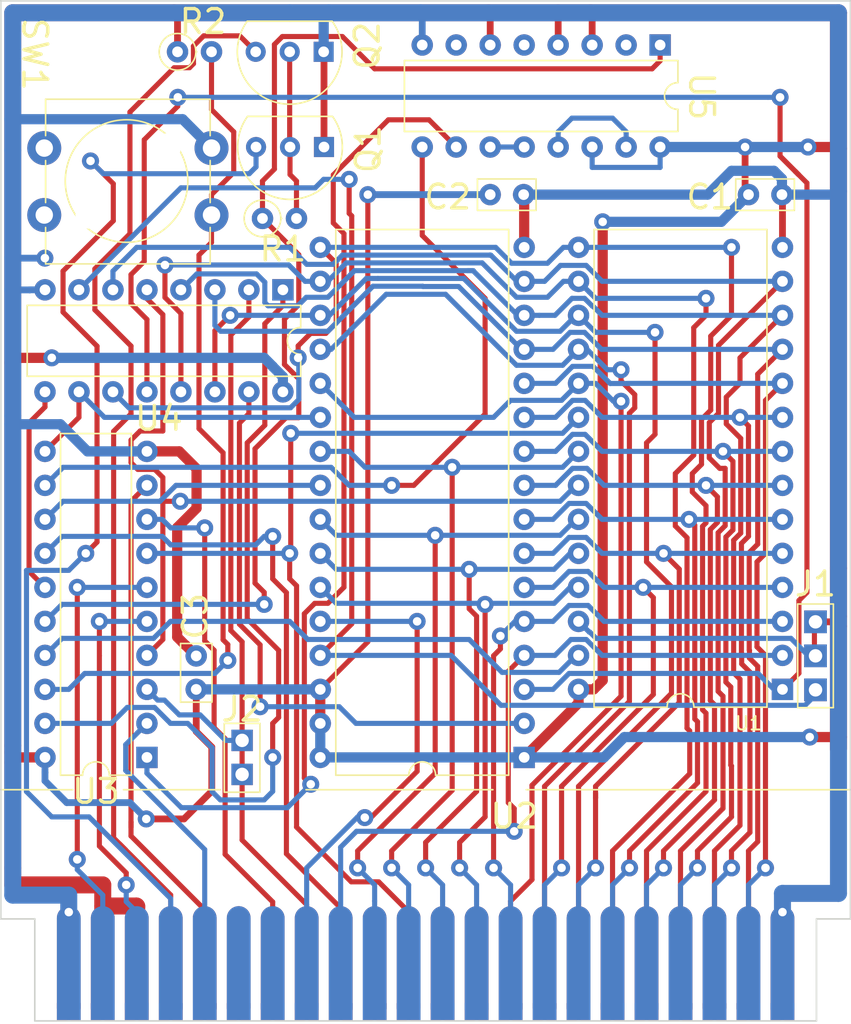
<source format=kicad_pcb>
(kicad_pcb (version 20171130) (host pcbnew 5.1.4)

  (general
    (thickness 630.00001)
    (drawings 12)
    (tracks 960)
    (zones 0)
    (modules 23)
    (nets 60)
  )

  (page A4)
  (layers
    (0 F.Cu signal)
    (31 B.Cu signal)
    (32 B.Adhes user hide)
    (33 F.Adhes user hide)
    (34 B.Paste user)
    (35 F.Paste user)
    (36 B.SilkS user)
    (37 F.SilkS user)
    (38 B.Mask user hide)
    (39 F.Mask user hide)
    (40 Dwgs.User user hide)
    (41 Cmts.User user hide)
    (42 Eco1.User user hide)
    (43 Eco2.User user hide)
    (44 Edge.Cuts user)
    (45 Margin user hide)
    (46 B.CrtYd user)
    (47 F.CrtYd user)
    (48 B.Fab user hide)
    (49 F.Fab user hide)
  )

  (setup
    (last_trace_width 0.25)
    (user_trace_width 0.381)
    (user_trace_width 0.508)
    (user_trace_width 0.762)
    (user_trace_width 1.27)
    (trace_clearance 0.2)
    (zone_clearance 0.508)
    (zone_45_only no)
    (trace_min 0.127)
    (via_size 0.8)
    (via_drill 0.4)
    (via_min_size 0.4)
    (via_min_drill 0.3)
    (user_via 0.762 0.635)
    (user_via 1.27 0.635)
    (uvia_size 0.3)
    (uvia_drill 0.1)
    (uvias_allowed no)
    (uvia_min_size 0.2)
    (uvia_min_drill 0.1)
    (edge_width 0.12)
    (segment_width 0.12)
    (pcb_text_width 0.3)
    (pcb_text_size 1.5 1.5)
    (mod_edge_width 0.12)
    (mod_text_size 1 1)
    (mod_text_width 0.15)
    (pad_size 2.54 2.54)
    (pad_drill 1.3)
    (pad_to_mask_clearance 0.051)
    (solder_mask_min_width 0.25)
    (aux_axis_origin 0 0)
    (visible_elements 7FFFFFFF)
    (pcbplotparams
      (layerselection 0x010fc_ffffffff)
      (usegerberextensions false)
      (usegerberattributes false)
      (usegerberadvancedattributes false)
      (creategerberjobfile false)
      (excludeedgelayer false)
      (linewidth 0.100000)
      (plotframeref false)
      (viasonmask true)
      (mode 1)
      (useauxorigin true)
      (hpglpennumber 1)
      (hpglpenspeed 20)
      (hpglpendiameter 15.000000)
      (psnegative false)
      (psa4output false)
      (plotreference true)
      (plotvalue true)
      (plotinvisibletext false)
      (padsonsilk false)
      (subtractmaskfromsilk false)
      (outputformat 1)
      (mirror false)
      (drillshape 0)
      (scaleselection 1)
      (outputdirectory "Gerbers/v0.1/"))
  )

  (net 0 "")
  (net 1 "Net-(U5-Pad2)")
  (net 2 "Net-(U5-Pad5)")
  (net 3 "Net-(U5-Pad7)")
  (net 4 "Net-(U5-Pad11)")
  (net 5 "Net-(U5-Pad13)")
  (net 6 GND)
  (net 7 "Net-(Q1-Pad2)")
  (net 8 "Net-(EXP1-Pad6)")
  (net 9 "Net-(EXP1-Pad10)")
  (net 10 "Net-(EXP1-Pad12)")
  (net 11 "Net-(EXP1-Pad13)")
  (net 12 /D0)
  (net 13 "Net-(EXP1-PadF)")
  (net 14 "Net-(EXP1-PadH)")
  (net 15 /D7)
  (net 16 /D6)
  (net 17 /D5)
  (net 18 /D4)
  (net 19 /D3)
  (net 20 /D2)
  (net 21 /D1)
  (net 22 /A13)
  (net 23 /A12)
  (net 24 /A11)
  (net 25 /A10)
  (net 26 /A9)
  (net 27 /A8)
  (net 28 /A7)
  (net 29 /A6)
  (net 30 /A5)
  (net 31 /A4)
  (net 32 /A3)
  (net 33 /A2)
  (net 34 /A1)
  (net 35 /A0)
  (net 36 /BA14)
  (net 37 +5V)
  (net 38 /IRQ)
  (net 39 /RW)
  (net 40 /IOe)
  (net 41 /Game)
  (net 42 /Exrom)
  (net 43 /RomL)
  (net 44 /RomH)
  (net 45 /Reset)
  (net 46 /NMI)
  (net 47 /Phi2)
  (net 48 /key)
  (net 49 /BA15)
  (net 50 /RomE)
  (net 51 /RomOE)
  (net 52 /Delay)
  (net 53 /CLKa)
  (net 54 /RamE)
  (net 55 /CLKb)
  (net 56 /CLRa)
  (net 57 /RamW)
  (net 58 /CLRb)
  (net 59 /BA16)

  (net_class Default "This is the default net class."
    (clearance 0.2)
    (trace_width 0.25)
    (via_dia 0.8)
    (via_drill 0.4)
    (uvia_dia 0.3)
    (uvia_drill 0.1)
    (add_net +5V)
    (add_net /A0)
    (add_net /A1)
    (add_net /A10)
    (add_net /A11)
    (add_net /A12)
    (add_net /A13)
    (add_net /A2)
    (add_net /A3)
    (add_net /A4)
    (add_net /A5)
    (add_net /A6)
    (add_net /A7)
    (add_net /A8)
    (add_net /A9)
    (add_net /BA14)
    (add_net /BA15)
    (add_net /BA16)
    (add_net /CLKa)
    (add_net /CLKb)
    (add_net /CLRa)
    (add_net /CLRb)
    (add_net /D0)
    (add_net /D1)
    (add_net /D2)
    (add_net /D3)
    (add_net /D4)
    (add_net /D5)
    (add_net /D6)
    (add_net /D7)
    (add_net /Delay)
    (add_net /Exrom)
    (add_net /Game)
    (add_net /IOe)
    (add_net /IRQ)
    (add_net /NMI)
    (add_net /Phi2)
    (add_net /RW)
    (add_net /RamE)
    (add_net /RamW)
    (add_net /Reset)
    (add_net /RomE)
    (add_net /RomH)
    (add_net /RomL)
    (add_net /RomOE)
    (add_net /key)
    (add_net GND)
    (add_net "Net-(EXP1-Pad10)")
    (add_net "Net-(EXP1-Pad12)")
    (add_net "Net-(EXP1-Pad13)")
    (add_net "Net-(EXP1-Pad6)")
    (add_net "Net-(EXP1-PadF)")
    (add_net "Net-(EXP1-PadH)")
    (add_net "Net-(Q1-Pad2)")
    (add_net "Net-(U5-Pad11)")
    (add_net "Net-(U5-Pad13)")
    (add_net "Net-(U5-Pad2)")
    (add_net "Net-(U5-Pad5)")
    (add_net "Net-(U5-Pad7)")
  )

  (module SuperClone:0.080Hole (layer F.Cu) (tedit 5DCD84AC) (tstamp 5DCDDB48)
    (at 54.864 109.982)
    (fp_text reference REF** (at 0.508 1.778 unlocked) (layer F.SilkS) hide
      (effects (font (size 1 1) (thickness 0.15)))
    )
    (fp_text value 0.080Hole (at 0 -2.2225) (layer F.Fab)
      (effects (font (size 1 1) (thickness 0.15)))
    )
    (pad "" np_thru_hole circle (at 0 0) (size 2.032 2.032) (drill 2.032) (layers *.Cu *.Mask))
  )

  (module SuperClone:0.080Hole (layer F.Cu) (tedit 5DCD84AC) (tstamp 5DCDDAFE)
    (at 60.706 104.902)
    (fp_text reference REF** (at 0.508 1.778 unlocked) (layer F.SilkS) hide
      (effects (font (size 1 1) (thickness 0.15)))
    )
    (fp_text value 0.080Hole (at 0 -2.2225) (layer F.Fab)
      (effects (font (size 1 1) (thickness 0.15)))
    )
    (pad "" np_thru_hole circle (at 0 0) (size 2.032 2.032) (drill 2.032) (layers *.Cu *.Mask))
  )

  (module SuperClone:0.100Hole (layer F.Cu) (tedit 5DCD8404) (tstamp 5DCDDA0F)
    (at 97.79 150.876)
    (fp_text reference REF** (at 0.381 4.0005 unlocked) (layer F.SilkS) hide
      (effects (font (size 1 1) (thickness 0.15)))
    )
    (fp_text value 0.100Hole (at 0 -2.2225) (layer F.Fab)
      (effects (font (size 1 1) (thickness 0.15)))
    )
    (pad "" np_thru_hole circle (at 0 0) (size 2.54 2.54) (drill 2.54) (layers *.Cu *.Mask))
  )

  (module SuperClone:0.100Hole (layer F.Cu) (tedit 5DCD8404) (tstamp 5DCDD9F9)
    (at 62.23 150.876)
    (fp_text reference REF** (at 0.381 4.0005 unlocked) (layer F.SilkS) hide
      (effects (font (size 1 1) (thickness 0.15)))
    )
    (fp_text value 0.100Hole (at 0 -2.2225) (layer F.Fab)
      (effects (font (size 1 1) (thickness 0.15)))
    )
    (pad "" np_thru_hole circle (at 0 0) (size 2.54 2.54) (drill 2.54) (layers *.Cu *.Mask))
  )

  (module SuperClone:0.100Hole (layer F.Cu) (tedit 5DCD8404) (tstamp 5DCDD9DE)
    (at 104.14 98.044)
    (fp_text reference REF** (at 0.381 4.0005 unlocked) (layer F.SilkS) hide
      (effects (font (size 1 1) (thickness 0.15)))
    )
    (fp_text value 0.100Hole (at 0 -2.2225) (layer F.Fab)
      (effects (font (size 1 1) (thickness 0.15)))
    )
    (pad "" np_thru_hole circle (at 0 0) (size 2.54 2.54) (drill 2.54) (layers *.Cu *.Mask))
  )

  (module SuperClone:0.100Hole (layer F.Cu) (tedit 5DCD8404) (tstamp 5DCDD9C9)
    (at 55.88 98.044)
    (fp_text reference REF** (at 0.381 4.0005 unlocked) (layer F.SilkS) hide
      (effects (font (size 1 1) (thickness 0.15)))
    )
    (fp_text value 0.100Hole (at 0 -2.2225) (layer F.Fab)
      (effects (font (size 1 1) (thickness 0.15)))
    )
    (pad "" np_thru_hole circle (at 0 0) (size 2.54 2.54) (drill 2.54) (layers *.Cu *.Mask))
  )

  (module SuperClone:0.250Hole (layer F.Cu) (tedit 5DCD8342) (tstamp 5DCDD835)
    (at 80.01 120.142)
    (fp_text reference REF** (at -0.1905 2.1825 unlocked) (layer F.SilkS) hide
      (effects (font (size 1 1) (thickness 0.15)))
    )
    (fp_text value 0.250Hole (at -0.1905 -2.8175) (layer F.Fab)
      (effects (font (size 1 1) (thickness 0.15)))
    )
    (pad "" np_thru_hole circle (at 0 0) (size 6.35 6.35) (drill 6.35) (layers *.Cu *.Mask))
  )

  (module SuperClone:TO-92L_Inline_Wide (layer F.Cu) (tedit 5DC9EACE) (tstamp 5DCAF1E1)
    (at 72.4154 104.902 180)
    (descr "TO-92L leads in-line (large body variant of TO-92), also known as TO-226, wide, drill 0.75mm (see https://www.diodes.com/assets/Package-Files/TO92L.pdf and http://www.ti.com/lit/an/snoa059/snoa059.pdf)")
    (tags "TO-92L Inline Wide transistor")
    (path /5DB6361C)
    (fp_text reference Q1 (at -3.302 -0.1524 -90) (layer F.SilkS)
      (effects (font (size 1.778 1.778) (thickness 0.254)))
    )
    (fp_text value PN2222A (at 1.27 2.79) (layer F.Fab)
      (effects (font (size 1 1) (thickness 0.15)))
    )
    (fp_arc (start 2.54 0) (end 5.714999 2.285999) (angle -251.5077745) (layer F.SilkS) (width 0.12))
    (fp_line (start 2.54 2.286) (end -0.635 2.286) (layer F.SilkS) (width 0.12))
    (fp_line (start 2.54 2.286) (end 5.715 2.286) (layer F.SilkS) (width 0.12))
    (fp_line (start 6.1 1.85) (end -1 1.85) (layer F.CrtYd) (width 0.05))
    (fp_line (start 6.1 1.85) (end 6.1 -2.75) (layer F.CrtYd) (width 0.05))
    (fp_line (start -1 -2.75) (end -1 1.85) (layer F.CrtYd) (width 0.05))
    (fp_line (start -1 -2.75) (end 6.1 -2.75) (layer F.CrtYd) (width 0.05))
    (fp_text user %R (at 1.27 -3.56) (layer F.Fab)
      (effects (font (size 1 1) (thickness 0.15)))
    )
    (pad 1 thru_hole rect (at 0 0 270) (size 1.5 1.5) (drill 0.8) (layers *.Cu *.Mask)
      (net 6 GND))
    (pad 3 thru_hole circle (at 5.08 0 270) (size 1.5 1.5) (drill 0.8) (layers *.Cu *.Mask)
      (net 46 /NMI))
    (pad 2 thru_hole circle (at 2.54 0 270) (size 1.5 1.5) (drill 0.8) (layers *.Cu *.Mask)
      (net 7 "Net-(Q1-Pad2)"))
    (model ${KISYS3DMOD}/Package_TO_SOT_THT.3dshapes/TO-92L_Inline_Wide.wrl
      (at (xyz 0 0 0))
      (scale (xyz 1 1 1))
      (rotate (xyz 0 0 0))
    )
  )

  (module SuperClone:SW_PUSH-12mm (layer F.Cu) (tedit 5DC9E8E1) (tstamp 5DC0DE78)
    (at 64.008 109.982 180)
    (descr "SW PUSH 12mm https://www.e-switch.com/system/asset/product_line/data_sheet/143/TL1100.pdf")
    (tags "tact sw push 12mm")
    (path /5DC41AB7)
    (fp_text reference SW1 (at 13.208 12.0142 270 unlocked) (layer F.SilkS)
      (effects (font (size 1.778 1.778) (thickness 0.254)))
    )
    (fp_text value SW_DIP_x01 (at 6.62 9.93 180) (layer F.Fab)
      (effects (font (size 1 1) (thickness 0.15)))
    )
    (fp_line (start 0.25 8.5) (end 12.25 8.5) (layer F.Fab) (width 0.1))
    (fp_line (start 0.25 -3.5) (end 12.25 -3.5) (layer F.Fab) (width 0.1))
    (fp_line (start 12.25 -3.5) (end 12.25 8.5) (layer F.Fab) (width 0.1))
    (fp_text user %R (at 6.35 2.54 180) (layer F.Fab)
      (effects (font (size 1 1) (thickness 0.15)))
    )
    (fp_line (start 0.1 -3.65) (end 12.4 -3.65) (layer F.SilkS) (width 0.12))
    (fp_line (start 12.4 0.93) (end 12.4 4.07) (layer F.SilkS) (width 0.12))
    (fp_line (start 12.4 8.65) (end 0.1 8.65) (layer F.SilkS) (width 0.12))
    (fp_line (start 0.1 -0.93) (end 0.1 -3.65) (layer F.SilkS) (width 0.12))
    (fp_line (start -1.77 -3.75) (end 14.25 -3.75) (layer F.CrtYd) (width 0.05))
    (fp_line (start -1.77 -3.75) (end -1.77 8.75) (layer F.CrtYd) (width 0.05))
    (fp_line (start 14.25 8.75) (end 14.25 -3.75) (layer F.CrtYd) (width 0.05))
    (fp_line (start 14.25 8.75) (end -1.77 8.75) (layer F.CrtYd) (width 0.05))
    (fp_circle (center 6.35 2.54) (end 10.16 5.08) (layer F.SilkS) (width 0.12))
    (fp_line (start 0.25 -3.5) (end 0.25 8.5) (layer F.Fab) (width 0.1))
    (fp_line (start 0.1 8.65) (end 0.1 5.93) (layer F.SilkS) (width 0.12))
    (fp_line (start 0.1 4.07) (end 0.1 0.93) (layer F.SilkS) (width 0.12))
    (fp_line (start 12.4 5.93) (end 12.4 8.65) (layer F.SilkS) (width 0.12))
    (fp_line (start 12.4 -3.65) (end 12.4 -0.93) (layer F.SilkS) (width 0.12))
    (pad "" thru_hole circle (at 12.5 0 180) (size 2.54 2.54) (drill 1.3) (layers *.Cu *.Mask))
    (pad "" thru_hole circle (at 12.5 5 180) (size 2.54 2.54) (drill 1.3) (layers *.Cu *.Mask))
    (pad 1 thru_hole circle (at 0 0 180) (size 2.54 2.54) (drill 1.3) (layers *.Cu *.Mask)
      (net 48 /key))
    (pad 2 thru_hole circle (at 0 5 180) (size 2.54 2.54) (drill 1.3) (layers *.Cu *.Mask)
      (net 6 GND))
    (model ${KISYS3DMOD}/Button_Switch_THT.3dshapes/SW_PUSH-12mm.wrl
      (at (xyz 0 0 0))
      (scale (xyz 1 1 1))
      (rotate (xyz 0 0 0))
    )
  )

  (module SuperClone:DIP-32_W15.24mm_Socket (layer F.Cu) (tedit 5DC1EEDC) (tstamp 5DC0F9A4)
    (at 87.376 150.495 180)
    (descr "32-lead though-hole mounted DIP package, row spacing 15.24 mm (600 mils), Socket")
    (tags "THT DIP DIL PDIP 2.54mm 15.24mm 600mil Socket")
    (path /5DCB4C78)
    (fp_text reference U2 (at 0.7366 -4.3942) (layer F.SilkS)
      (effects (font (size 1.778 1.778) (thickness 0.254)))
    )
    (fp_text value 27C010 (at 7.62 40.43) (layer F.Fab)
      (effects (font (size 1 1) (thickness 0.15)))
    )
    (fp_arc (start 7.62 -1.33) (end 6.62 -1.33) (angle -180) (layer F.SilkS) (width 0.12))
    (fp_line (start 1.255 -1.27) (end 14.985 -1.27) (layer F.Fab) (width 0.1))
    (fp_line (start 14.985 -1.27) (end 14.985 39.37) (layer F.Fab) (width 0.1))
    (fp_line (start 14.985 39.37) (end 0.255 39.37) (layer F.Fab) (width 0.1))
    (fp_line (start 0.255 39.37) (end 0.255 -0.27) (layer F.Fab) (width 0.1))
    (fp_line (start 0.255 -0.27) (end 1.255 -1.27) (layer F.Fab) (width 0.1))
    (fp_line (start -1.27 -1.33) (end -1.27 39.43) (layer F.Fab) (width 0.1))
    (fp_line (start -1.27 39.43) (end 16.51 39.43) (layer F.Fab) (width 0.1))
    (fp_line (start 16.51 39.43) (end 16.51 -1.33) (layer F.Fab) (width 0.1))
    (fp_line (start 16.51 -1.33) (end -1.27 -1.33) (layer F.Fab) (width 0.1))
    (fp_line (start 6.62 -1.33) (end 1.16 -1.33) (layer F.SilkS) (width 0.12))
    (fp_line (start 1.16 -1.33) (end 1.16 39.43) (layer F.SilkS) (width 0.12))
    (fp_line (start 1.16 39.43) (end 14.08 39.43) (layer F.SilkS) (width 0.12))
    (fp_line (start 14.08 39.43) (end 14.08 -1.33) (layer F.SilkS) (width 0.12))
    (fp_line (start 14.08 -1.33) (end 8.62 -1.33) (layer F.SilkS) (width 0.12))
    (fp_line (start -1.55 -1.6) (end -1.55 39.7) (layer F.CrtYd) (width 0.05))
    (fp_line (start -1.55 39.7) (end 16.8 39.7) (layer F.CrtYd) (width 0.05))
    (fp_line (start 16.8 39.7) (end 16.8 -1.6) (layer F.CrtYd) (width 0.05))
    (fp_line (start 16.8 -1.6) (end -1.55 -1.6) (layer F.CrtYd) (width 0.05))
    (fp_text user %R (at 7.62 19.05) (layer F.Fab)
      (effects (font (size 1 1) (thickness 0.15)))
    )
    (pad 1 thru_hole rect (at 0 0 180) (size 1.6 1.6) (drill 0.8) (layers *.Cu *.Mask)
      (net 37 +5V))
    (pad 17 thru_hole oval (at 15.24 38.1 180) (size 1.6 1.6) (drill 0.8) (layers *.Cu *.Mask)
      (net 19 /D3))
    (pad 2 thru_hole oval (at 0 2.54 180) (size 1.6 1.6) (drill 0.8) (layers *.Cu *.Mask)
      (net 59 /BA16))
    (pad 18 thru_hole oval (at 15.24 35.56 180) (size 1.6 1.6) (drill 0.8) (layers *.Cu *.Mask)
      (net 18 /D4))
    (pad 3 thru_hole oval (at 0 5.08 180) (size 1.6 1.6) (drill 0.8) (layers *.Cu *.Mask)
      (net 49 /BA15))
    (pad 19 thru_hole oval (at 15.24 33.02 180) (size 1.6 1.6) (drill 0.8) (layers *.Cu *.Mask)
      (net 17 /D5))
    (pad 4 thru_hole oval (at 0 7.62 180) (size 1.6 1.6) (drill 0.8) (layers *.Cu *.Mask)
      (net 23 /A12))
    (pad 20 thru_hole oval (at 15.24 30.48 180) (size 1.6 1.6) (drill 0.8) (layers *.Cu *.Mask)
      (net 16 /D6))
    (pad 5 thru_hole oval (at 0 10.16 180) (size 1.6 1.6) (drill 0.8) (layers *.Cu *.Mask)
      (net 28 /A7))
    (pad 21 thru_hole oval (at 15.24 27.94 180) (size 1.6 1.6) (drill 0.8) (layers *.Cu *.Mask)
      (net 15 /D7))
    (pad 6 thru_hole oval (at 0 12.7 180) (size 1.6 1.6) (drill 0.8) (layers *.Cu *.Mask)
      (net 29 /A6))
    (pad 22 thru_hole oval (at 15.24 25.4 180) (size 1.6 1.6) (drill 0.8) (layers *.Cu *.Mask)
      (net 50 /RomE))
    (pad 7 thru_hole oval (at 0 15.24 180) (size 1.6 1.6) (drill 0.8) (layers *.Cu *.Mask)
      (net 30 /A5))
    (pad 23 thru_hole oval (at 15.24 22.86 180) (size 1.6 1.6) (drill 0.8) (layers *.Cu *.Mask)
      (net 25 /A10))
    (pad 8 thru_hole oval (at 0 17.78 180) (size 1.6 1.6) (drill 0.8) (layers *.Cu *.Mask)
      (net 31 /A4))
    (pad 24 thru_hole oval (at 15.24 20.32 180) (size 1.6 1.6) (drill 0.8) (layers *.Cu *.Mask)
      (net 51 /RomOE))
    (pad 9 thru_hole oval (at 0 20.32 180) (size 1.6 1.6) (drill 0.8) (layers *.Cu *.Mask)
      (net 32 /A3))
    (pad 25 thru_hole oval (at 15.24 17.78 180) (size 1.6 1.6) (drill 0.8) (layers *.Cu *.Mask)
      (net 24 /A11))
    (pad 10 thru_hole oval (at 0 22.86 180) (size 1.6 1.6) (drill 0.8) (layers *.Cu *.Mask)
      (net 33 /A2))
    (pad 26 thru_hole oval (at 15.24 15.24 180) (size 1.6 1.6) (drill 0.8) (layers *.Cu *.Mask)
      (net 26 /A9))
    (pad 11 thru_hole oval (at 0 25.4 180) (size 1.6 1.6) (drill 0.8) (layers *.Cu *.Mask)
      (net 34 /A1))
    (pad 27 thru_hole oval (at 15.24 12.7 180) (size 1.6 1.6) (drill 0.8) (layers *.Cu *.Mask)
      (net 27 /A8))
    (pad 12 thru_hole oval (at 0 27.94 180) (size 1.6 1.6) (drill 0.8) (layers *.Cu *.Mask)
      (net 35 /A0))
    (pad 28 thru_hole oval (at 15.24 10.16 180) (size 1.6 1.6) (drill 0.8) (layers *.Cu *.Mask)
      (net 22 /A13))
    (pad 13 thru_hole oval (at 0 30.48 180) (size 1.6 1.6) (drill 0.8) (layers *.Cu *.Mask)
      (net 12 /D0))
    (pad 29 thru_hole oval (at 15.24 7.62 180) (size 1.6 1.6) (drill 0.8) (layers *.Cu *.Mask)
      (net 36 /BA14))
    (pad 14 thru_hole oval (at 0 33.02 180) (size 1.6 1.6) (drill 0.8) (layers *.Cu *.Mask)
      (net 21 /D1))
    (pad 30 thru_hole oval (at 15.24 5.08 180) (size 1.6 1.6) (drill 0.8) (layers *.Cu *.Mask)
      (net 37 +5V))
    (pad 15 thru_hole oval (at 0 35.56 180) (size 1.6 1.6) (drill 0.8) (layers *.Cu *.Mask)
      (net 20 /D2))
    (pad 31 thru_hole oval (at 15.24 2.54 180) (size 1.6 1.6) (drill 0.8) (layers *.Cu *.Mask)
      (net 37 +5V))
    (pad 16 thru_hole oval (at 0 38.1 180) (size 1.6 1.6) (drill 0.8) (layers *.Cu *.Mask)
      (net 6 GND))
    (pad 32 thru_hole oval (at 15.24 0 180) (size 1.6 1.6) (drill 0.8) (layers *.Cu *.Mask)
      (net 37 +5V))
    (model ${KISYS3DMOD}/Package_DIP.3dshapes/DIP-32_W15.24mm_Socket.wrl
      (at (xyz 0 0 0))
      (scale (xyz 1 1 1))
      (rotate (xyz 0 0 0))
    )
  )

  (module SuperClone:R_Axial_DIN0207_L6.3mm_D2.5mm_P2.54mm_Vertical (layer F.Cu) (tedit 5DC47BDE) (tstamp 5DB64B98)
    (at 61.468 97.79)
    (descr "Resistor, Axial_DIN0207 series, Axial, Vertical, pin pitch=2.54mm, 0.25W = 1/4W, length*diameter=6.3*2.5mm^2, http://cdn-reichelt.de/documents/datenblatt/B400/1_4W%23YAG.pdf")
    (tags "Resistor Axial_DIN0207 series Axial Vertical pin pitch 2.54mm 0.25W = 1/4W length 6.3mm diameter 2.5mm")
    (path /5DB63849)
    (fp_text reference R2 (at 1.905 -2.2606) (layer F.SilkS)
      (effects (font (size 1.778 1.778) (thickness 0.254)))
    )
    (fp_text value 1.5K (at 1.27 2.37) (layer F.Fab)
      (effects (font (size 1 1) (thickness 0.15)))
    )
    (fp_circle (center 0 0) (end 1.25 0) (layer F.Fab) (width 0.1))
    (fp_circle (center 0 0) (end 1.37 0) (layer F.SilkS) (width 0.12))
    (fp_line (start 0 0) (end 2.54 0) (layer F.Fab) (width 0.1))
    (fp_line (start 1.37 0) (end 1.44 0) (layer F.SilkS) (width 0.12))
    (fp_line (start -1.27 -1.27) (end -1.27 1.27) (layer F.CrtYd) (width 0.05))
    (fp_line (start -1.27 1.27) (end 3.3655 1.27) (layer F.CrtYd) (width 0.05))
    (fp_line (start 3.3655 1.27) (end 3.3655 -1.27) (layer F.CrtYd) (width 0.05))
    (fp_line (start 3.3655 -1.27) (end -1.27 -1.27) (layer F.CrtYd) (width 0.05))
    (fp_text user %R (at 1.27 -2.37) (layer F.Fab)
      (effects (font (size 1 1) (thickness 0.15)))
    )
    (pad 1 thru_hole circle (at 0 0) (size 1.6 1.6) (drill 0.8) (layers *.Cu *.Mask)
      (net 37 +5V))
    (pad 2 thru_hole oval (at 2.54 0) (size 1.6 1.6) (drill 0.8) (layers *.Cu *.Mask)
      (net 48 /key))
    (model ${KISYS3DMOD}/Resistor_THT.3dshapes/R_Axial_DIN0207_L6.3mm_D2.5mm_P2.54mm_Vertical.wrl
      (at (xyz 0 0 0))
      (scale (xyz 1 1 1))
      (rotate (xyz 0 0 0))
    )
  )

  (module SuperClone:R_Axial_DIN0207_L6.3mm_D2.5mm_P2.54mm_Vertical (layer F.Cu) (tedit 5DC47BDE) (tstamp 5DBB9B01)
    (at 67.818 110.236)
    (descr "Resistor, Axial_DIN0207 series, Axial, Vertical, pin pitch=2.54mm, 0.25W = 1/4W, length*diameter=6.3*2.5mm^2, http://cdn-reichelt.de/documents/datenblatt/B400/1_4W%23YAG.pdf")
    (tags "Resistor Axial_DIN0207 series Axial Vertical pin pitch 2.54mm 0.25W = 1/4W length 6.3mm diameter 2.5mm")
    (path /5DB638EF)
    (fp_text reference R1 (at 1.524 2.286) (layer F.SilkS)
      (effects (font (size 1.778 1.778) (thickness 0.254)))
    )
    (fp_text value 1.5K (at 1.27 2.37) (layer F.Fab)
      (effects (font (size 1 1) (thickness 0.15)))
    )
    (fp_circle (center 0 0) (end 1.25 0) (layer F.Fab) (width 0.1))
    (fp_circle (center 0 0) (end 1.37 0) (layer F.SilkS) (width 0.12))
    (fp_line (start 0 0) (end 2.54 0) (layer F.Fab) (width 0.1))
    (fp_line (start 1.37 0) (end 1.44 0) (layer F.SilkS) (width 0.12))
    (fp_line (start -1.27 -1.27) (end -1.27 1.27) (layer F.CrtYd) (width 0.05))
    (fp_line (start -1.27 1.27) (end 3.3655 1.27) (layer F.CrtYd) (width 0.05))
    (fp_line (start 3.3655 1.27) (end 3.3655 -1.27) (layer F.CrtYd) (width 0.05))
    (fp_line (start 3.3655 -1.27) (end -1.27 -1.27) (layer F.CrtYd) (width 0.05))
    (fp_text user %R (at 1.27 -2.37) (layer F.Fab)
      (effects (font (size 1 1) (thickness 0.15)))
    )
    (pad 1 thru_hole circle (at 0 0) (size 1.6 1.6) (drill 0.8) (layers *.Cu *.Mask)
      (net 56 /CLRa))
    (pad 2 thru_hole oval (at 2.54 0) (size 1.6 1.6) (drill 0.8) (layers *.Cu *.Mask)
      (net 7 "Net-(Q1-Pad2)"))
    (model ${KISYS3DMOD}/Resistor_THT.3dshapes/R_Axial_DIN0207_L6.3mm_D2.5mm_P2.54mm_Vertical.wrl
      (at (xyz 0 0 0))
      (scale (xyz 1 1 1))
      (rotate (xyz 0 0 0))
    )
  )

  (module SuperClone:PinHeader_1x03_P2.54mm_Vertical (layer F.Cu) (tedit 5DC47A4F) (tstamp 5DBB4FE0)
    (at 109.15 140.37)
    (descr "Through hole straight pin header, 1x03, 2.54mm pitch, single row")
    (tags "Through hole pin header THT 1x03 2.54mm single row")
    (path /5DBCC079)
    (fp_text reference J1 (at -0.0062 -2.829) (layer F.SilkS)
      (effects (font (size 1.778 1.778) (thickness 0.254)))
    )
    (fp_text value Jumper_3_Bridged12 (at 0 7.41) (layer F.Fab)
      (effects (font (size 1 1) (thickness 0.15)))
    )
    (fp_text user %R (at 0 2.54 90) (layer F.Fab)
      (effects (font (size 1 1) (thickness 0.15)))
    )
    (fp_line (start 1.8 -1.8) (end -1.8 -1.8) (layer F.CrtYd) (width 0.05))
    (fp_line (start 1.8 6.85) (end 1.8 -1.8) (layer F.CrtYd) (width 0.05))
    (fp_line (start -1.8 6.85) (end 1.8 6.85) (layer F.CrtYd) (width 0.05))
    (fp_line (start -1.8 -1.8) (end -1.8 6.85) (layer F.CrtYd) (width 0.05))
    (fp_line (start -1.33 -1.3335) (end 1.33 -1.3335) (layer F.SilkS) (width 0.12))
    (fp_line (start 1.3335 -1.3335) (end 1.33 6.41) (layer F.SilkS) (width 0.12))
    (fp_line (start -1.3335 -1.3335) (end -1.33 6.41) (layer F.SilkS) (width 0.12))
    (fp_line (start -1.33 6.41) (end 1.33 6.41) (layer F.SilkS) (width 0.12))
    (fp_line (start -1.27 -0.635) (end -0.635 -1.27) (layer F.Fab) (width 0.1))
    (fp_line (start -1.27 6.35) (end -1.27 -0.635) (layer F.Fab) (width 0.1))
    (fp_line (start 1.27 6.35) (end -1.27 6.35) (layer F.Fab) (width 0.1))
    (fp_line (start 1.27 -1.27) (end 1.27 6.35) (layer F.Fab) (width 0.1))
    (fp_line (start -0.635 -1.27) (end 1.27 -1.27) (layer F.Fab) (width 0.1))
    (pad 3 thru_hole rect (at 0 5.08) (size 1.7 1.7) (drill 1) (layers *.Cu *.Mask)
      (net 36 /BA14))
    (pad 2 thru_hole rect (at 0 2.54) (size 1.7 1.7) (drill 1) (layers *.Cu *.Mask)
      (net 37 +5V))
    (pad 1 thru_hole rect (at 0 0) (size 1.7 1.7) (drill 1) (layers *.Cu *.Mask)
      (net 37 +5V))
    (model ${KISYS3DMOD}/Connector_PinHeader_2.54mm.3dshapes/PinHeader_1x03_P2.54mm_Vertical.wrl
      (at (xyz 0 0 0))
      (scale (xyz 1 1 1))
      (rotate (xyz 0 0 0))
    )
  )

  (module SuperClone:DIP-16_W7.62mm_Socket (layer F.Cu) (tedit 5DC1ED9C) (tstamp 5DBB9A72)
    (at 69.342 115.57 270)
    (descr "16-lead though-hole mounted DIP package, row spacing 7.62 mm (300 mils), Socket")
    (tags "THT DIP DIL PDIP 2.54mm 7.62mm 300mil Socket")
    (path /5DB6970D)
    (fp_text reference U4 (at 9.6012 9.271 180) (layer F.SilkS)
      (effects (font (size 1.778 1.778) (thickness 0.254)))
    )
    (fp_text value 74LS174 (at 3.81 20.11 90) (layer F.Fab)
      (effects (font (size 1 1) (thickness 0.15)))
    )
    (fp_arc (start 3.81 -1.33) (end 2.81 -1.33) (angle -180) (layer F.SilkS) (width 0.12))
    (fp_line (start 1.635 -1.27) (end 6.985 -1.27) (layer F.Fab) (width 0.1))
    (fp_line (start 6.985 -1.27) (end 6.985 19.05) (layer F.Fab) (width 0.1))
    (fp_line (start 6.985 19.05) (end 0.635 19.05) (layer F.Fab) (width 0.1))
    (fp_line (start 0.635 19.05) (end 0.635 -0.27) (layer F.Fab) (width 0.1))
    (fp_line (start 0.635 -0.27) (end 1.635 -1.27) (layer F.Fab) (width 0.1))
    (fp_line (start -1.27 -1.33) (end -1.27 19.11) (layer F.Fab) (width 0.1))
    (fp_line (start -1.27 19.11) (end 8.89 19.11) (layer F.Fab) (width 0.1))
    (fp_line (start 8.89 19.11) (end 8.89 -1.33) (layer F.Fab) (width 0.1))
    (fp_line (start 8.89 -1.33) (end -1.27 -1.33) (layer F.Fab) (width 0.1))
    (fp_line (start 2.81 -1.33) (end 1.16 -1.33) (layer F.SilkS) (width 0.12))
    (fp_line (start 1.16 -1.33) (end 1.16 19.11) (layer F.SilkS) (width 0.12))
    (fp_line (start 1.16 19.11) (end 6.46 19.11) (layer F.SilkS) (width 0.12))
    (fp_line (start 6.46 19.11) (end 6.46 -1.33) (layer F.SilkS) (width 0.12))
    (fp_line (start 6.46 -1.33) (end 4.81 -1.33) (layer F.SilkS) (width 0.12))
    (fp_line (start -1.55 -1.6) (end -1.55 19.4) (layer F.CrtYd) (width 0.05))
    (fp_line (start -1.55 19.4) (end 9.15 19.4) (layer F.CrtYd) (width 0.05))
    (fp_line (start 9.15 19.4) (end 9.15 -1.6) (layer F.CrtYd) (width 0.05))
    (fp_line (start 9.15 -1.6) (end -1.55 -1.6) (layer F.CrtYd) (width 0.05))
    (fp_text user %R (at 3.81 8.89 90) (layer F.Fab)
      (effects (font (size 1 1) (thickness 0.15)))
    )
    (pad 1 thru_hole rect (at 0 0 270) (size 1.6 1.6) (drill 0.8) (layers *.Cu *.Mask)
      (net 58 /CLRb))
    (pad 9 thru_hole oval (at 7.62 17.78 270) (size 1.6 1.6) (drill 0.8) (layers *.Cu *.Mask)
      (net 55 /CLKb))
    (pad 2 thru_hole oval (at 0 2.54 270) (size 1.6 1.6) (drill 0.8) (layers *.Cu *.Mask)
      (net 41 /Game))
    (pad 10 thru_hole oval (at 7.62 15.24 270) (size 1.6 1.6) (drill 0.8) (layers *.Cu *.Mask)
      (net 50 /RomE))
    (pad 3 thru_hole oval (at 0 5.08 270) (size 1.6 1.6) (drill 0.8) (layers *.Cu *.Mask)
      (net 12 /D0))
    (pad 11 thru_hole oval (at 7.62 12.7 270) (size 1.6 1.6) (drill 0.8) (layers *.Cu *.Mask)
      (net 19 /D3))
    (pad 4 thru_hole oval (at 0 7.62 270) (size 1.6 1.6) (drill 0.8) (layers *.Cu *.Mask)
      (net 21 /D1))
    (pad 12 thru_hole oval (at 7.62 10.16 270) (size 1.6 1.6) (drill 0.8) (layers *.Cu *.Mask)
      (net 49 /BA15))
    (pad 5 thru_hole oval (at 0 10.16 270) (size 1.6 1.6) (drill 0.8) (layers *.Cu *.Mask)
      (net 54 /RamE))
    (pad 13 thru_hole oval (at 7.62 7.62 270) (size 1.6 1.6) (drill 0.8) (layers *.Cu *.Mask)
      (net 18 /D4))
    (pad 6 thru_hole oval (at 0 12.7 270) (size 1.6 1.6) (drill 0.8) (layers *.Cu *.Mask)
      (net 20 /D2))
    (pad 14 thru_hole oval (at 7.62 5.08 270) (size 1.6 1.6) (drill 0.8) (layers *.Cu *.Mask)
      (net 17 /D5))
    (pad 7 thru_hole oval (at 0 15.24 270) (size 1.6 1.6) (drill 0.8) (layers *.Cu *.Mask)
      (net 36 /BA14))
    (pad 15 thru_hole oval (at 7.62 2.54 270) (size 1.6 1.6) (drill 0.8) (layers *.Cu *.Mask)
      (net 59 /BA16))
    (pad 8 thru_hole oval (at 0 17.78 270) (size 1.6 1.6) (drill 0.8) (layers *.Cu *.Mask)
      (net 6 GND))
    (pad 16 thru_hole oval (at 7.62 0 270) (size 1.6 1.6) (drill 0.8) (layers *.Cu *.Mask)
      (net 37 +5V))
    (model ${KISYS3DMOD}/Package_DIP.3dshapes/DIP-16_W7.62mm_Socket.wrl
      (at (xyz 0 0 0))
      (scale (xyz 1 1 1))
      (rotate (xyz 0 0 0))
    )
  )

  (module SuperClone:expansion_port (layer F.Cu) (tedit 5DC47638) (tstamp 5DC0F3AA)
    (at 80.01 170.18)
    (path /5DE223E9)
    (fp_text reference EXP1 (at 8.99922 -8.99922) (layer F.SilkS) hide
      (effects (font (size 1.016 1.016) (thickness 0.127)))
    )
    (fp_text value EXPANSION_PORT-SuperClone (at -5.842 -9.36752) (layer F.Fab) hide
      (effects (font (size 1.016 1.016) (thickness 0.127)))
    )
    (fp_poly (pts (xy 25.781 -1.3335) (xy 27.559 -1.3335) (xy 27.559 -0.0635) (xy 25.781 -0.0635)) (layer B.Cu) (width 0))
    (fp_poly (pts (xy 23.241 -1.3335) (xy 25.019 -1.3335) (xy 25.019 -0.0635) (xy 23.241 -0.0635)) (layer B.Cu) (width 0))
    (fp_poly (pts (xy 20.701 -1.3335) (xy 22.479 -1.3335) (xy 22.479 -0.0635) (xy 20.701 -0.0635)) (layer B.Cu) (width 0))
    (fp_poly (pts (xy 18.161 -1.3335) (xy 19.939 -1.3335) (xy 19.939 -0.0635) (xy 18.161 -0.0635)) (layer B.Cu) (width 0))
    (fp_poly (pts (xy 15.621 -1.3335) (xy 17.399 -1.3335) (xy 17.399 -0.0635) (xy 15.621 -0.0635)) (layer B.Cu) (width 0))
    (fp_poly (pts (xy 13.081 -1.3335) (xy 14.859 -1.3335) (xy 14.859 -0.0635) (xy 13.081 -0.0635)) (layer B.Cu) (width 0))
    (fp_poly (pts (xy 10.541 -1.3335) (xy 12.319 -1.3335) (xy 12.319 -0.0635) (xy 10.541 -0.0635)) (layer B.Cu) (width 0))
    (fp_poly (pts (xy 8.001 -1.3335) (xy 9.779 -1.3335) (xy 9.779 -0.0635) (xy 8.001 -0.0635)) (layer B.Cu) (width 0))
    (fp_poly (pts (xy 5.461 -1.3335) (xy 7.239 -1.3335) (xy 7.239 -0.0635) (xy 5.461 -0.0635)) (layer B.Cu) (width 0))
    (fp_poly (pts (xy 2.921 -1.3335) (xy 4.699 -1.3335) (xy 4.699 -0.0635) (xy 2.921 -0.0635)) (layer B.Cu) (width 0))
    (fp_poly (pts (xy 0.381 -1.3335) (xy 2.159 -1.3335) (xy 2.159 -0.0635) (xy 0.381 -0.0635)) (layer B.Cu) (width 0))
    (fp_poly (pts (xy -2.159 -1.3335) (xy -0.381 -1.3335) (xy -0.381 -0.0635) (xy -2.159 -0.0635)) (layer B.Cu) (width 0))
    (fp_poly (pts (xy -4.699 -1.3335) (xy -2.921 -1.3335) (xy -2.921 -0.0635) (xy -4.699 -0.0635)) (layer B.Cu) (width 0))
    (fp_poly (pts (xy -7.239 -1.3335) (xy -5.461 -1.3335) (xy -5.461 -0.0635) (xy -7.239 -0.0635)) (layer B.Cu) (width 0))
    (fp_poly (pts (xy -9.779 -1.3335) (xy -8.001 -1.3335) (xy -8.001 -0.0635) (xy -9.779 -0.0635)) (layer B.Cu) (width 0))
    (fp_poly (pts (xy -12.319 -1.3335) (xy -10.541 -1.3335) (xy -10.541 -0.0635) (xy -12.319 -0.0635)) (layer B.Cu) (width 0))
    (fp_poly (pts (xy -14.859 -1.3335) (xy -13.081 -1.3335) (xy -13.081 -0.0635) (xy -14.859 -0.0635)) (layer B.Cu) (width 0))
    (fp_poly (pts (xy -17.399 -1.3335) (xy -15.621 -1.3335) (xy -15.621 -0.0635) (xy -17.399 -0.0635)) (layer B.Cu) (width 0))
    (fp_poly (pts (xy -19.939 -1.3335) (xy -18.161 -1.3335) (xy -18.161 -0.0635) (xy -19.939 -0.0635)) (layer B.Cu) (width 0))
    (fp_poly (pts (xy -22.479 -1.3335) (xy -20.701 -1.3335) (xy -20.701 -0.0635) (xy -22.479 -0.0635)) (layer B.Cu) (width 0))
    (fp_poly (pts (xy -25.019 -1.3335) (xy -23.241 -1.3335) (xy -23.241 -0.0635) (xy -25.019 -0.0635)) (layer B.Cu) (width 0))
    (fp_poly (pts (xy -27.559 -1.3335) (xy -25.781 -1.3335) (xy -25.781 -0.0635) (xy -27.559 -0.0635)) (layer B.Cu) (width 0))
    (fp_poly (pts (xy 25.781 -1.3335) (xy 27.559 -1.3335) (xy 27.559 -0.0635) (xy 25.781 -0.0635)) (layer F.Cu) (width 0))
    (fp_poly (pts (xy 23.241 -1.3335) (xy 25.019 -1.3335) (xy 25.019 -0.0635) (xy 23.241 -0.0635)) (layer F.Cu) (width 0))
    (fp_poly (pts (xy 20.701 -1.3335) (xy 22.479 -1.3335) (xy 22.479 -0.0635) (xy 20.701 -0.0635)) (layer F.Cu) (width 0))
    (fp_poly (pts (xy 18.161 -1.3335) (xy 19.939 -1.3335) (xy 19.939 -0.0635) (xy 18.161 -0.0635)) (layer F.Cu) (width 0))
    (fp_poly (pts (xy 15.621 -1.3335) (xy 17.399 -1.3335) (xy 17.399 -0.0635) (xy 15.621 -0.0635)) (layer F.Cu) (width 0))
    (fp_poly (pts (xy 13.081 -1.3335) (xy 14.859 -1.3335) (xy 14.859 -0.0635) (xy 13.081 -0.0635)) (layer F.Cu) (width 0))
    (fp_poly (pts (xy 10.541 -1.3335) (xy 12.319 -1.3335) (xy 12.319 -0.0635) (xy 10.541 -0.0635)) (layer F.Cu) (width 0))
    (fp_poly (pts (xy 8.001 -1.3335) (xy 9.779 -1.3335) (xy 9.779 -0.0635) (xy 8.001 -0.0635)) (layer F.Cu) (width 0))
    (fp_poly (pts (xy 5.461 -1.3335) (xy 7.239 -1.3335) (xy 7.239 -0.0635) (xy 5.461 -0.0635)) (layer F.Cu) (width 0))
    (fp_poly (pts (xy 2.921 -1.3335) (xy 4.699 -1.3335) (xy 4.699 -0.0635) (xy 2.921 -0.0635)) (layer F.Cu) (width 0))
    (fp_poly (pts (xy 0.381 -1.3335) (xy 2.159 -1.3335) (xy 2.159 -0.0635) (xy 0.381 -0.0635)) (layer F.Cu) (width 0))
    (fp_poly (pts (xy -2.159 -1.3335) (xy -0.381 -1.3335) (xy -0.381 -0.0635) (xy -2.159 -0.0635)) (layer F.Cu) (width 0))
    (fp_poly (pts (xy -4.699 -1.3335) (xy -2.921 -1.3335) (xy -2.921 -0.0635) (xy -4.699 -0.0635)) (layer F.Cu) (width 0))
    (fp_poly (pts (xy -7.239 -1.3335) (xy -5.461 -1.3335) (xy -5.461 -0.0635) (xy -7.239 -0.0635)) (layer F.Cu) (width 0))
    (fp_poly (pts (xy -9.779 -1.3335) (xy -8.001 -1.3335) (xy -8.001 -0.0635) (xy -9.779 -0.0635)) (layer F.Cu) (width 0))
    (fp_poly (pts (xy -12.319 -1.3335) (xy -10.541 -1.3335) (xy -10.541 -0.0635) (xy -12.319 -0.0635)) (layer F.Cu) (width 0))
    (fp_poly (pts (xy -14.859 -1.3335) (xy -13.081 -1.3335) (xy -13.081 -0.0635) (xy -14.859 -0.0635)) (layer F.Cu) (width 0))
    (fp_poly (pts (xy -17.399 -1.3335) (xy -15.621 -1.3335) (xy -15.621 -0.0635) (xy -17.399 -0.0635)) (layer F.Cu) (width 0))
    (fp_poly (pts (xy -19.939 -1.3335) (xy -18.161 -1.3335) (xy -18.161 -0.0635) (xy -19.939 -0.0635)) (layer F.Cu) (width 0))
    (fp_poly (pts (xy -22.479 -1.3335) (xy -20.701 -1.3335) (xy -20.701 -0.0635) (xy -22.479 -0.0635)) (layer F.Cu) (width 0))
    (fp_poly (pts (xy -25.019 -1.3335) (xy -23.241 -1.3335) (xy -23.241 -0.0635) (xy -25.019 -0.0635)) (layer F.Cu) (width 0))
    (fp_poly (pts (xy -27.559 -1.3335) (xy -25.781 -1.3335) (xy -25.781 -0.0635) (xy -27.559 -0.0635)) (layer F.Cu) (width 0))
    (pad "" smd rect (at 0 -3.77952) (size 58.42 7.62) (layers *.Mask))
    (pad Z smd oval (at 26.67 -4.318) (size 1.778 8.509) (layers B.Cu)
      (net 6 GND))
    (pad Y smd oval (at 24.13 -4.318) (size 1.778 8.509) (layers B.Cu)
      (net 35 /A0))
    (pad X smd oval (at 21.59 -4.318) (size 1.778 8.509) (layers B.Cu)
      (net 34 /A1))
    (pad W smd oval (at 19.05 -4.318) (size 1.778 8.509) (layers B.Cu)
      (net 33 /A2))
    (pad V smd oval (at 16.51 -4.318) (size 1.778 8.509) (layers B.Cu)
      (net 32 /A3))
    (pad U smd oval (at 13.97 -4.318) (size 1.778 8.509) (layers B.Cu)
      (net 31 /A4))
    (pad T smd oval (at 11.43 -4.318) (size 1.778 8.509) (layers B.Cu)
      (net 30 /A5))
    (pad S smd oval (at 8.89 -4.318) (size 1.778 8.509) (layers B.Cu)
      (net 29 /A6))
    (pad R smd oval (at 6.35 -4.318) (size 1.778 8.509) (layers B.Cu)
      (net 28 /A7))
    (pad P smd oval (at 3.81 -4.318) (size 1.778 8.509) (layers B.Cu)
      (net 27 /A8))
    (pad N smd oval (at 1.27 -4.318) (size 1.778 8.509) (layers B.Cu)
      (net 26 /A9))
    (pad M smd oval (at -1.27 -4.318) (size 1.778 8.509) (layers B.Cu)
      (net 25 /A10))
    (pad L smd oval (at -3.81 -4.318) (size 1.778 8.509) (layers B.Cu)
      (net 24 /A11))
    (pad K smd oval (at -6.35 -4.318) (size 1.778 8.509) (layers B.Cu)
      (net 23 /A12))
    (pad J smd oval (at -8.89 -4.318) (size 1.778 8.509) (layers B.Cu)
      (net 22 /A13))
    (pad H smd oval (at -11.43 -4.318) (size 1.778 8.509) (layers B.Cu)
      (net 14 "Net-(EXP1-PadH)"))
    (pad F smd oval (at -13.97 -4.318) (size 1.778 8.509) (layers B.Cu)
      (net 13 "Net-(EXP1-PadF)"))
    (pad E smd oval (at -16.51 -4.318) (size 1.778 8.509) (layers B.Cu)
      (net 47 /Phi2))
    (pad D smd oval (at -19.05 -4.318) (size 1.778 8.509) (layers B.Cu)
      (net 46 /NMI))
    (pad C smd oval (at -21.59 -4.318) (size 1.778 8.509) (layers B.Cu)
      (net 45 /Reset))
    (pad B smd oval (at -24.13 -4.318) (size 1.778 8.509) (layers B.Cu)
      (net 44 /RomH))
    (pad A smd oval (at -26.67 -4.318) (size 1.778 8.509) (layers B.Cu)
      (net 6 GND))
    (pad 22 smd oval (at 26.67 -4.318) (size 1.778 8.509) (layers F.Cu)
      (net 6 GND))
    (pad 21 smd oval (at 24.13 -4.318) (size 1.778 8.509) (layers F.Cu)
      (net 12 /D0))
    (pad 20 smd oval (at 21.59 -4.318) (size 1.778 8.509) (layers F.Cu)
      (net 21 /D1))
    (pad 19 smd oval (at 19.05 -4.318) (size 1.778 8.509) (layers F.Cu)
      (net 20 /D2))
    (pad 18 smd oval (at 16.51 -4.318) (size 1.778 8.509) (layers F.Cu)
      (net 19 /D3))
    (pad 17 smd oval (at 13.97 -4.318) (size 1.778 8.509) (layers F.Cu)
      (net 18 /D4))
    (pad 16 smd oval (at 11.43 -4.318) (size 1.778 8.509) (layers F.Cu)
      (net 17 /D5))
    (pad 15 smd oval (at 8.89 -4.318) (size 1.778 8.509) (layers F.Cu)
      (net 16 /D6))
    (pad 14 smd oval (at 6.35 -4.318) (size 1.778 8.509) (layers F.Cu)
      (net 15 /D7))
    (pad 13 smd oval (at 3.81 -4.318) (size 1.778 8.509) (layers F.Cu)
      (net 11 "Net-(EXP1-Pad13)"))
    (pad 12 smd oval (at 1.27 -4.318) (size 1.778 8.509) (layers F.Cu)
      (net 10 "Net-(EXP1-Pad12)"))
    (pad 11 smd oval (at -1.27 -4.318) (size 1.778 8.509) (layers F.Cu)
      (net 43 /RomL))
    (pad 10 smd oval (at -3.81 -4.318) (size 1.778 8.509) (layers F.Cu)
      (net 9 "Net-(EXP1-Pad10)"))
    (pad 9 smd oval (at -6.35 -4.318) (size 1.778 8.509) (layers F.Cu)
      (net 42 /Exrom))
    (pad 8 smd oval (at -8.89 -4.318) (size 1.778 8.509) (layers F.Cu)
      (net 41 /Game))
    (pad 7 smd oval (at -11.43 -4.318) (size 1.778 8.509) (layers F.Cu)
      (net 40 /IOe))
    (pad 6 smd oval (at -13.97 -4.318) (size 1.778 8.509) (layers F.Cu)
      (net 8 "Net-(EXP1-Pad6)"))
    (pad 5 smd oval (at -16.51 -4.318) (size 1.778 8.509) (layers F.Cu)
      (net 39 /RW))
    (pad 4 smd oval (at -19.05 -4.318) (size 1.778 8.509) (layers F.Cu)
      (net 38 /IRQ))
    (pad 3 smd oval (at -21.59 -4.318) (size 1.778 8.509) (layers F.Cu)
      (net 37 +5V))
    (pad 2 smd oval (at -24.13 -4.318) (size 1.778 8.509) (layers F.Cu)
      (net 37 +5V))
    (pad 1 smd oval (at -26.67 -4.318) (size 1.778 8.509) (layers F.Cu)
      (net 6 GND))
  )

  (module SuperClone:TO-92L_Inline_Wide (layer F.Cu) (tedit 5DC9EACE) (tstamp 5DB64B89)
    (at 72.39 97.79 180)
    (descr "TO-92L leads in-line (large body variant of TO-92), also known as TO-226, wide, drill 0.75mm (see https://www.diodes.com/assets/Package-Files/TO92L.pdf and http://www.ti.com/lit/an/snoa059/snoa059.pdf)")
    (tags "TO-92L Inline Wide transistor")
    (path /5DB6370D)
    (fp_text reference Q2 (at -3.2512 0.4572 -90) (layer F.SilkS)
      (effects (font (size 1.778 1.778) (thickness 0.254)))
    )
    (fp_text value PN2222A (at 1.27 2.79) (layer F.Fab)
      (effects (font (size 1 1) (thickness 0.15)))
    )
    (fp_arc (start 2.54 0) (end 5.714999 2.285999) (angle -251.5077745) (layer F.SilkS) (width 0.12))
    (fp_line (start 2.54 2.286) (end -0.635 2.286) (layer F.SilkS) (width 0.12))
    (fp_line (start 2.54 2.286) (end 5.715 2.286) (layer F.SilkS) (width 0.12))
    (fp_line (start 6.1 1.85) (end -1 1.85) (layer F.CrtYd) (width 0.05))
    (fp_line (start 6.1 1.85) (end 6.1 -2.75) (layer F.CrtYd) (width 0.05))
    (fp_line (start -1 -2.75) (end -1 1.85) (layer F.CrtYd) (width 0.05))
    (fp_line (start -1 -2.75) (end 6.1 -2.75) (layer F.CrtYd) (width 0.05))
    (fp_text user %R (at 1.27 -3.56) (layer F.Fab)
      (effects (font (size 1 1) (thickness 0.15)))
    )
    (pad 1 thru_hole rect (at 0 0 270) (size 1.5 1.5) (drill 0.8) (layers *.Cu *.Mask)
      (net 6 GND))
    (pad 3 thru_hole circle (at 5.08 0 270) (size 1.5 1.5) (drill 0.8) (layers *.Cu *.Mask)
      (net 38 /IRQ))
    (pad 2 thru_hole circle (at 2.54 0 270) (size 1.5 1.5) (drill 0.8) (layers *.Cu *.Mask)
      (net 7 "Net-(Q1-Pad2)"))
    (model ${KISYS3DMOD}/Package_TO_SOT_THT.3dshapes/TO-92L_Inline_Wide.wrl
      (at (xyz 0 0 0))
      (scale (xyz 1 1 1))
      (rotate (xyz 0 0 0))
    )
  )

  (module SuperClone:DIP-28_W15.24mm_Socket (layer F.Cu) (tedit 5DC1EF14) (tstamp 5DBB91A7)
    (at 106.68 145.415 180)
    (descr "28-lead though-hole mounted DIP package, row spacing 15.24 mm (600 mils), Socket")
    (tags "THT DIP DIL PDIP 2.54mm 15.24mm 600mil Socket")
    (path /5DB6C211)
    (fp_text reference U1 (at 2.54 -2.54) (layer F.SilkS)
      (effects (font (size 1 1) (thickness 0.15)))
    )
    (fp_text value HM62256 (at 7.62 35.35) (layer F.Fab)
      (effects (font (size 1 1) (thickness 0.15)))
    )
    (fp_arc (start 7.62 -1.33) (end 6.62 -1.33) (angle -180) (layer F.SilkS) (width 0.12))
    (fp_line (start 1.255 -1.27) (end 14.985 -1.27) (layer F.Fab) (width 0.1))
    (fp_line (start 14.985 -1.27) (end 14.985 34.29) (layer F.Fab) (width 0.1))
    (fp_line (start 14.985 34.29) (end 0.255 34.29) (layer F.Fab) (width 0.1))
    (fp_line (start 0.255 34.29) (end 0.255 -0.27) (layer F.Fab) (width 0.1))
    (fp_line (start 0.255 -0.27) (end 1.255 -1.27) (layer F.Fab) (width 0.1))
    (fp_line (start -1.27 -1.33) (end -1.27 34.35) (layer F.Fab) (width 0.1))
    (fp_line (start -1.27 34.35) (end 16.51 34.35) (layer F.Fab) (width 0.1))
    (fp_line (start 16.51 34.35) (end 16.51 -1.33) (layer F.Fab) (width 0.1))
    (fp_line (start 16.51 -1.33) (end -1.27 -1.33) (layer F.Fab) (width 0.1))
    (fp_line (start 6.62 -1.33) (end 1.16 -1.33) (layer F.SilkS) (width 0.12))
    (fp_line (start 1.16 -1.33) (end 1.16 34.35) (layer F.SilkS) (width 0.12))
    (fp_line (start 1.16 34.35) (end 14.08 34.35) (layer F.SilkS) (width 0.12))
    (fp_line (start 14.08 34.35) (end 14.08 -1.33) (layer F.SilkS) (width 0.12))
    (fp_line (start 14.08 -1.33) (end 8.62 -1.33) (layer F.SilkS) (width 0.12))
    (fp_line (start -1.55 -1.6) (end -1.55 34.65) (layer F.CrtYd) (width 0.05))
    (fp_line (start -1.55 34.65) (end 16.8 34.65) (layer F.CrtYd) (width 0.05))
    (fp_line (start 16.8 34.65) (end 16.8 -1.6) (layer F.CrtYd) (width 0.05))
    (fp_line (start 16.8 -1.6) (end -1.55 -1.6) (layer F.CrtYd) (width 0.05))
    (fp_text user %R (at 7.62 16.51) (layer F.Fab)
      (effects (font (size 1 1) (thickness 0.15)))
    )
    (pad 1 thru_hole rect (at 0 0 180) (size 1.6 1.6) (drill 0.8) (layers *.Cu *.Mask)
      (net 49 /BA15))
    (pad 15 thru_hole oval (at 15.24 33.02 180) (size 1.6 1.6) (drill 0.8) (layers *.Cu *.Mask)
      (net 19 /D3))
    (pad 2 thru_hole oval (at 0 2.54 180) (size 1.6 1.6) (drill 0.8) (layers *.Cu *.Mask)
      (net 23 /A12))
    (pad 16 thru_hole oval (at 15.24 30.48 180) (size 1.6 1.6) (drill 0.8) (layers *.Cu *.Mask)
      (net 18 /D4))
    (pad 3 thru_hole oval (at 0 5.08 180) (size 1.6 1.6) (drill 0.8) (layers *.Cu *.Mask)
      (net 28 /A7))
    (pad 17 thru_hole oval (at 15.24 27.94 180) (size 1.6 1.6) (drill 0.8) (layers *.Cu *.Mask)
      (net 17 /D5))
    (pad 4 thru_hole oval (at 0 7.62 180) (size 1.6 1.6) (drill 0.8) (layers *.Cu *.Mask)
      (net 29 /A6))
    (pad 18 thru_hole oval (at 15.24 25.4 180) (size 1.6 1.6) (drill 0.8) (layers *.Cu *.Mask)
      (net 16 /D6))
    (pad 5 thru_hole oval (at 0 10.16 180) (size 1.6 1.6) (drill 0.8) (layers *.Cu *.Mask)
      (net 30 /A5))
    (pad 19 thru_hole oval (at 15.24 22.86 180) (size 1.6 1.6) (drill 0.8) (layers *.Cu *.Mask)
      (net 15 /D7))
    (pad 6 thru_hole oval (at 0 12.7 180) (size 1.6 1.6) (drill 0.8) (layers *.Cu *.Mask)
      (net 31 /A4))
    (pad 20 thru_hole oval (at 15.24 20.32 180) (size 1.6 1.6) (drill 0.8) (layers *.Cu *.Mask)
      (net 43 /RomL))
    (pad 7 thru_hole oval (at 0 15.24 180) (size 1.6 1.6) (drill 0.8) (layers *.Cu *.Mask)
      (net 32 /A3))
    (pad 21 thru_hole oval (at 15.24 17.78 180) (size 1.6 1.6) (drill 0.8) (layers *.Cu *.Mask)
      (net 25 /A10))
    (pad 8 thru_hole oval (at 0 17.78 180) (size 1.6 1.6) (drill 0.8) (layers *.Cu *.Mask)
      (net 33 /A2))
    (pad 22 thru_hole oval (at 15.24 15.24 180) (size 1.6 1.6) (drill 0.8) (layers *.Cu *.Mask)
      (net 54 /RamE))
    (pad 9 thru_hole oval (at 0 20.32 180) (size 1.6 1.6) (drill 0.8) (layers *.Cu *.Mask)
      (net 34 /A1))
    (pad 23 thru_hole oval (at 15.24 12.7 180) (size 1.6 1.6) (drill 0.8) (layers *.Cu *.Mask)
      (net 24 /A11))
    (pad 10 thru_hole oval (at 0 22.86 180) (size 1.6 1.6) (drill 0.8) (layers *.Cu *.Mask)
      (net 35 /A0))
    (pad 24 thru_hole oval (at 15.24 10.16 180) (size 1.6 1.6) (drill 0.8) (layers *.Cu *.Mask)
      (net 26 /A9))
    (pad 11 thru_hole oval (at 0 25.4 180) (size 1.6 1.6) (drill 0.8) (layers *.Cu *.Mask)
      (net 12 /D0))
    (pad 25 thru_hole oval (at 15.24 7.62 180) (size 1.6 1.6) (drill 0.8) (layers *.Cu *.Mask)
      (net 27 /A8))
    (pad 12 thru_hole oval (at 0 27.94 180) (size 1.6 1.6) (drill 0.8) (layers *.Cu *.Mask)
      (net 21 /D1))
    (pad 26 thru_hole oval (at 15.24 5.08 180) (size 1.6 1.6) (drill 0.8) (layers *.Cu *.Mask)
      (net 37 +5V))
    (pad 13 thru_hole oval (at 0 30.48 180) (size 1.6 1.6) (drill 0.8) (layers *.Cu *.Mask)
      (net 20 /D2))
    (pad 27 thru_hole oval (at 15.24 2.54 180) (size 1.6 1.6) (drill 0.8) (layers *.Cu *.Mask)
      (net 57 /RamW))
    (pad 14 thru_hole oval (at 0 33.02 180) (size 1.6 1.6) (drill 0.8) (layers *.Cu *.Mask)
      (net 6 GND))
    (pad 28 thru_hole oval (at 15.24 0 180) (size 1.6 1.6) (drill 0.8) (layers *.Cu *.Mask)
      (net 37 +5V))
    (model ${KISYS3DMOD}/Package_DIP.3dshapes/DIP-28_W15.24mm_Socket.wrl
      (at (xyz 0 0 0))
      (scale (xyz 1 1 1))
      (rotate (xyz 0 0 0))
    )
  )

  (module SuperClone:DIP-16_W7.62mm_Socket (layer F.Cu) (tedit 5DC1ED9C) (tstamp 5DBB9BF6)
    (at 97.536 97.282 270)
    (descr "16-lead though-hole mounted DIP package, row spacing 7.62 mm (300 mils), Socket")
    (tags "THT DIP DIL PDIP 2.54mm 7.62mm 300mil Socket")
    (path /5DB687FA)
    (fp_text reference U5 (at 3.8354 -3.0988 270 unlocked) (layer F.SilkS)
      (effects (font (size 1.778 1.778) (thickness 0.254)))
    )
    (fp_text value 74LS174 (at 3.81 20.11 90) (layer F.Fab)
      (effects (font (size 1 1) (thickness 0.15)))
    )
    (fp_arc (start 3.81 -1.33) (end 2.81 -1.33) (angle -180) (layer F.SilkS) (width 0.12))
    (fp_line (start 1.635 -1.27) (end 6.985 -1.27) (layer F.Fab) (width 0.1))
    (fp_line (start 6.985 -1.27) (end 6.985 19.05) (layer F.Fab) (width 0.1))
    (fp_line (start 6.985 19.05) (end 0.635 19.05) (layer F.Fab) (width 0.1))
    (fp_line (start 0.635 19.05) (end 0.635 -0.27) (layer F.Fab) (width 0.1))
    (fp_line (start 0.635 -0.27) (end 1.635 -1.27) (layer F.Fab) (width 0.1))
    (fp_line (start -1.27 -1.33) (end -1.27 19.11) (layer F.Fab) (width 0.1))
    (fp_line (start -1.27 19.11) (end 8.89 19.11) (layer F.Fab) (width 0.1))
    (fp_line (start 8.89 19.11) (end 8.89 -1.33) (layer F.Fab) (width 0.1))
    (fp_line (start 8.89 -1.33) (end -1.27 -1.33) (layer F.Fab) (width 0.1))
    (fp_line (start 2.81 -1.33) (end 1.16 -1.33) (layer F.SilkS) (width 0.12))
    (fp_line (start 1.16 -1.33) (end 1.16 19.11) (layer F.SilkS) (width 0.12))
    (fp_line (start 1.16 19.11) (end 6.46 19.11) (layer F.SilkS) (width 0.12))
    (fp_line (start 6.46 19.11) (end 6.46 -1.33) (layer F.SilkS) (width 0.12))
    (fp_line (start 6.46 -1.33) (end 4.81 -1.33) (layer F.SilkS) (width 0.12))
    (fp_line (start -1.55 -1.6) (end -1.55 19.4) (layer F.CrtYd) (width 0.05))
    (fp_line (start -1.55 19.4) (end 9.15 19.4) (layer F.CrtYd) (width 0.05))
    (fp_line (start 9.15 19.4) (end 9.15 -1.6) (layer F.CrtYd) (width 0.05))
    (fp_line (start 9.15 -1.6) (end -1.55 -1.6) (layer F.CrtYd) (width 0.05))
    (fp_text user %R (at 3.81 8.89 90) (layer F.Fab)
      (effects (font (size 1 1) (thickness 0.15)))
    )
    (pad 1 thru_hole rect (at 0 0 270) (size 1.6 1.6) (drill 0.8) (layers *.Cu *.Mask)
      (net 56 /CLRa))
    (pad 9 thru_hole oval (at 7.62 17.78 270) (size 1.6 1.6) (drill 0.8) (layers *.Cu *.Mask)
      (net 53 /CLKa))
    (pad 2 thru_hole oval (at 0 2.54 270) (size 1.6 1.6) (drill 0.8) (layers *.Cu *.Mask)
      (net 1 "Net-(U5-Pad2)"))
    (pad 10 thru_hole oval (at 7.62 15.24 270) (size 1.6 1.6) (drill 0.8) (layers *.Cu *.Mask)
      (net 52 /Delay))
    (pad 3 thru_hole oval (at 0 5.08 270) (size 1.6 1.6) (drill 0.8) (layers *.Cu *.Mask)
      (net 37 +5V))
    (pad 11 thru_hole oval (at 7.62 12.7 270) (size 1.6 1.6) (drill 0.8) (layers *.Cu *.Mask)
      (net 4 "Net-(U5-Pad11)"))
    (pad 4 thru_hole oval (at 0 7.62 270) (size 1.6 1.6) (drill 0.8) (layers *.Cu *.Mask)
      (net 37 +5V))
    (pad 12 thru_hole oval (at 7.62 10.16 270) (size 1.6 1.6) (drill 0.8) (layers *.Cu *.Mask)
      (net 4 "Net-(U5-Pad11)"))
    (pad 5 thru_hole oval (at 0 10.16 270) (size 1.6 1.6) (drill 0.8) (layers *.Cu *.Mask)
      (net 2 "Net-(U5-Pad5)"))
    (pad 13 thru_hole oval (at 7.62 7.62 270) (size 1.6 1.6) (drill 0.8) (layers *.Cu *.Mask)
      (net 5 "Net-(U5-Pad13)"))
    (pad 6 thru_hole oval (at 0 12.7 270) (size 1.6 1.6) (drill 0.8) (layers *.Cu *.Mask)
      (net 37 +5V))
    (pad 14 thru_hole oval (at 7.62 5.08 270) (size 1.6 1.6) (drill 0.8) (layers *.Cu *.Mask)
      (net 37 +5V))
    (pad 7 thru_hole oval (at 0 15.24 270) (size 1.6 1.6) (drill 0.8) (layers *.Cu *.Mask)
      (net 3 "Net-(U5-Pad7)"))
    (pad 15 thru_hole oval (at 7.62 2.54 270) (size 1.6 1.6) (drill 0.8) (layers *.Cu *.Mask)
      (net 5 "Net-(U5-Pad13)"))
    (pad 8 thru_hole oval (at 0 17.78 270) (size 1.6 1.6) (drill 0.8) (layers *.Cu *.Mask)
      (net 6 GND))
    (pad 16 thru_hole oval (at 7.62 0 270) (size 1.6 1.6) (drill 0.8) (layers *.Cu *.Mask)
      (net 37 +5V))
    (model ${KISYS3DMOD}/Package_DIP.3dshapes/DIP-16_W7.62mm_Socket.wrl
      (at (xyz 0 0 0))
      (scale (xyz 1 1 1))
      (rotate (xyz 0 0 0))
    )
  )

  (module SuperClone:C_Disc_D3.4mm_W2.1mm_P2.50mm (layer F.Cu) (tedit 5DC1F355) (tstamp 5DB64608)
    (at 62.865 145.415 90)
    (descr "C, Disc series, Radial, pin pitch=2.50mm, , diameter*width=3.4*2.1mm^2, Capacitor, http://www.vishay.com/docs/45233/krseries.pdf")
    (tags "C Disc series Radial pin pitch 2.50mm  diameter 3.4mm width 2.1mm Capacitor")
    (path /5DB63B4E)
    (fp_text reference C3 (at 5.461 -0.0762 -90) (layer F.SilkS)
      (effects (font (size 1.778 1.778) (thickness 0.254)))
    )
    (fp_text value 100nF (at 1.25 2.3 90) (layer F.Fab)
      (effects (font (size 1 1) (thickness 0.15)))
    )
    (fp_line (start -0.9525 -1.17) (end -0.9525 1.143) (layer F.SilkS) (width 0.12))
    (fp_line (start -0.9525 1.1795) (end 3.429 1.1795) (layer F.SilkS) (width 0.12))
    (fp_line (start -0.45 -1.05) (end -0.45 1.05) (layer F.Fab) (width 0.1))
    (fp_line (start -0.45 1.05) (end 2.95 1.05) (layer F.Fab) (width 0.1))
    (fp_line (start 2.95 1.05) (end 2.95 -1.05) (layer F.Fab) (width 0.1))
    (fp_line (start 2.95 -1.05) (end -0.45 -1.05) (layer F.Fab) (width 0.1))
    (fp_line (start -0.9525 -1.17) (end 3.429 -1.17) (layer F.SilkS) (width 0.12))
    (fp_line (start 3.429 -1.17) (end 3.429 1.143) (layer F.SilkS) (width 0.12))
    (fp_line (start -1.05 -1.3) (end -1.05 1.3) (layer F.CrtYd) (width 0.05))
    (fp_line (start -1.05 1.3) (end 3.55 1.3) (layer F.CrtYd) (width 0.05))
    (fp_line (start 3.55 1.3) (end 3.55 -1.3) (layer F.CrtYd) (width 0.05))
    (fp_line (start 3.55 -1.3) (end -1.05 -1.3) (layer F.CrtYd) (width 0.05))
    (fp_text user %R (at 1.25 0 90) (layer F.Fab)
      (effects (font (size 0.68 0.68) (thickness 0.102)))
    )
    (pad 1 thru_hole circle (at 0 0 90) (size 1.6 1.6) (drill 0.8) (layers *.Cu *.Mask)
      (net 37 +5V))
    (pad 2 thru_hole circle (at 2.5 0 90) (size 1.6 1.6) (drill 0.8) (layers *.Cu *.Mask)
      (net 6 GND))
    (model ${KISYS3DMOD}/Capacitor_THT.3dshapes/C_Disc_D3.4mm_W2.1mm_P2.50mm.wrl
      (at (xyz 0 0 0))
      (scale (xyz 1 1 1))
      (rotate (xyz 0 0 0))
    )
  )

  (module SuperClone:C_Disc_D3.4mm_W2.1mm_P2.50mm (layer F.Cu) (tedit 5DC1F355) (tstamp 5DB64B0D)
    (at 84.836 108.458)
    (descr "C, Disc series, Radial, pin pitch=2.50mm, , diameter*width=3.4*2.1mm^2, Capacitor, http://www.vishay.com/docs/45233/krseries.pdf")
    (tags "C Disc series Radial pin pitch 2.50mm  diameter 3.4mm width 2.1mm Capacitor")
    (path /5DB63AB6)
    (fp_text reference C2 (at -3.175 0.1778) (layer F.SilkS)
      (effects (font (size 1.778 1.778) (thickness 0.254)))
    )
    (fp_text value 100nF (at 1.25 2.3) (layer F.Fab)
      (effects (font (size 1 1) (thickness 0.15)))
    )
    (fp_line (start -0.9525 -1.17) (end -0.9525 1.143) (layer F.SilkS) (width 0.12))
    (fp_line (start -0.9525 1.1795) (end 3.429 1.1795) (layer F.SilkS) (width 0.12))
    (fp_line (start -0.45 -1.05) (end -0.45 1.05) (layer F.Fab) (width 0.1))
    (fp_line (start -0.45 1.05) (end 2.95 1.05) (layer F.Fab) (width 0.1))
    (fp_line (start 2.95 1.05) (end 2.95 -1.05) (layer F.Fab) (width 0.1))
    (fp_line (start 2.95 -1.05) (end -0.45 -1.05) (layer F.Fab) (width 0.1))
    (fp_line (start -0.9525 -1.17) (end 3.429 -1.17) (layer F.SilkS) (width 0.12))
    (fp_line (start 3.429 -1.17) (end 3.429 1.143) (layer F.SilkS) (width 0.12))
    (fp_line (start -1.05 -1.3) (end -1.05 1.3) (layer F.CrtYd) (width 0.05))
    (fp_line (start -1.05 1.3) (end 3.55 1.3) (layer F.CrtYd) (width 0.05))
    (fp_line (start 3.55 1.3) (end 3.55 -1.3) (layer F.CrtYd) (width 0.05))
    (fp_line (start 3.55 -1.3) (end -1.05 -1.3) (layer F.CrtYd) (width 0.05))
    (fp_text user %R (at 1.25 0) (layer F.Fab)
      (effects (font (size 0.68 0.68) (thickness 0.102)))
    )
    (pad 1 thru_hole circle (at 0 0) (size 1.6 1.6) (drill 0.8) (layers *.Cu *.Mask)
      (net 37 +5V))
    (pad 2 thru_hole circle (at 2.5 0) (size 1.6 1.6) (drill 0.8) (layers *.Cu *.Mask)
      (net 6 GND))
    (model ${KISYS3DMOD}/Capacitor_THT.3dshapes/C_Disc_D3.4mm_W2.1mm_P2.50mm.wrl
      (at (xyz 0 0 0))
      (scale (xyz 1 1 1))
      (rotate (xyz 0 0 0))
    )
  )

  (module SuperClone:C_Disc_D3.4mm_W2.1mm_P2.50mm (layer F.Cu) (tedit 5DC1F355) (tstamp 5DB647F8)
    (at 104.14 108.458)
    (descr "C, Disc series, Radial, pin pitch=2.50mm, , diameter*width=3.4*2.1mm^2, Capacitor, http://www.vishay.com/docs/45233/krseries.pdf")
    (tags "C Disc series Radial pin pitch 2.50mm  diameter 3.4mm width 2.1mm Capacitor")
    (path /5DB639E0)
    (fp_text reference C1 (at -2.8956 0.1778) (layer F.SilkS)
      (effects (font (size 1.778 1.778) (thickness 0.254)))
    )
    (fp_text value 100nF (at 1.25 2.3) (layer F.Fab)
      (effects (font (size 1 1) (thickness 0.15)))
    )
    (fp_line (start -0.9525 -1.17) (end -0.9525 1.143) (layer F.SilkS) (width 0.12))
    (fp_line (start -0.9525 1.1795) (end 3.429 1.1795) (layer F.SilkS) (width 0.12))
    (fp_line (start -0.45 -1.05) (end -0.45 1.05) (layer F.Fab) (width 0.1))
    (fp_line (start -0.45 1.05) (end 2.95 1.05) (layer F.Fab) (width 0.1))
    (fp_line (start 2.95 1.05) (end 2.95 -1.05) (layer F.Fab) (width 0.1))
    (fp_line (start 2.95 -1.05) (end -0.45 -1.05) (layer F.Fab) (width 0.1))
    (fp_line (start -0.9525 -1.17) (end 3.429 -1.17) (layer F.SilkS) (width 0.12))
    (fp_line (start 3.429 -1.17) (end 3.429 1.143) (layer F.SilkS) (width 0.12))
    (fp_line (start -1.05 -1.3) (end -1.05 1.3) (layer F.CrtYd) (width 0.05))
    (fp_line (start -1.05 1.3) (end 3.55 1.3) (layer F.CrtYd) (width 0.05))
    (fp_line (start 3.55 1.3) (end 3.55 -1.3) (layer F.CrtYd) (width 0.05))
    (fp_line (start 3.55 -1.3) (end -1.05 -1.3) (layer F.CrtYd) (width 0.05))
    (fp_text user %R (at 1.25 0) (layer F.Fab)
      (effects (font (size 0.68 0.68) (thickness 0.102)))
    )
    (pad 1 thru_hole circle (at 0 0) (size 1.6 1.6) (drill 0.8) (layers *.Cu *.Mask)
      (net 37 +5V))
    (pad 2 thru_hole circle (at 2.5 0) (size 1.6 1.6) (drill 0.8) (layers *.Cu *.Mask)
      (net 6 GND))
    (model ${KISYS3DMOD}/Capacitor_THT.3dshapes/C_Disc_D3.4mm_W2.1mm_P2.50mm.wrl
      (at (xyz 0 0 0))
      (scale (xyz 1 1 1))
      (rotate (xyz 0 0 0))
    )
  )

  (module SuperClone:PinHeader_1x02_P2.54mm_Vertical (layer F.Cu) (tedit 5DC47A30) (tstamp 5DBB508C)
    (at 66.294 149.225)
    (descr "Through hole straight pin header, 1x02, 2.54mm pitch, single row")
    (tags "Through hole pin header THT 1x02 2.54mm single row")
    (path /5DC43E07)
    (fp_text reference J2 (at 0 -2.33) (layer F.SilkS)
      (effects (font (size 1.778 1.778) (thickness 0.254)))
    )
    (fp_text value Jumper_2_Bridged (at 0 4.87) (layer F.Fab)
      (effects (font (size 1 1) (thickness 0.15)))
    )
    (fp_line (start -0.635 -1.27) (end 1.27 -1.27) (layer F.Fab) (width 0.1))
    (fp_line (start 1.27 -1.27) (end 1.27 3.81) (layer F.Fab) (width 0.1))
    (fp_line (start 1.27 3.81) (end -1.27 3.81) (layer F.Fab) (width 0.1))
    (fp_line (start -1.27 3.81) (end -1.27 -0.635) (layer F.Fab) (width 0.1))
    (fp_line (start -1.27 -0.635) (end -0.635 -1.27) (layer F.Fab) (width 0.1))
    (fp_line (start -1.33 3.87) (end 1.33 3.87) (layer F.SilkS) (width 0.12))
    (fp_line (start -1.3335 -1.27) (end -1.33 3.87) (layer F.SilkS) (width 0.12))
    (fp_line (start 1.3335 -1.27) (end 1.33 3.87) (layer F.SilkS) (width 0.12))
    (fp_line (start -1.3335 -1.27) (end 1.3335 -1.27) (layer F.SilkS) (width 0.12))
    (fp_line (start -1.8 -1.8) (end -1.8 4.35) (layer F.CrtYd) (width 0.05))
    (fp_line (start -1.8 4.35) (end 1.8 4.35) (layer F.CrtYd) (width 0.05))
    (fp_line (start 1.8 4.35) (end 1.8 -1.8) (layer F.CrtYd) (width 0.05))
    (fp_line (start 1.8 -1.8) (end -1.8 -1.8) (layer F.CrtYd) (width 0.05))
    (fp_text user %R (at 0 1.27 90) (layer F.Fab)
      (effects (font (size 1 1) (thickness 0.15)))
    )
    (pad 1 thru_hole rect (at 0 0) (size 1.6 1.6) (drill 1) (layers *.Cu *.Mask)
      (net 41 /Game))
    (pad 2 thru_hole rect (at 0 2.54) (size 1.6 1.6) (drill 1) (layers *.Cu *.Mask)
      (net 41 /Game))
    (model ${KISYS3DMOD}/Connector_PinHeader_2.54mm.3dshapes/PinHeader_1x02_P2.54mm_Vertical.wrl
      (at (xyz 0 0 0))
      (scale (xyz 1 1 1))
      (rotate (xyz 0 0 0))
    )
  )

  (module SuperClone:DIP-20_W7.62mm_Socket (layer F.Cu) (tedit 5DC1EE84) (tstamp 5DB641D0)
    (at 59.182 150.495 180)
    (descr "20-lead though-hole mounted DIP package, row spacing 7.62 mm (300 mils), Socket")
    (tags "THT DIP DIL PDIP 2.54mm 7.62mm 300mil Socket")
    (path /5DB63EDB)
    (fp_text reference U3 (at 3.81 -2.54) (layer F.SilkS)
      (effects (font (size 1.778 1.778) (thickness 0.254)))
    )
    (fp_text value PAL16L8 (at 3.81 25.19) (layer F.Fab)
      (effects (font (size 1 1) (thickness 0.15)))
    )
    (fp_arc (start 3.81 -1.33) (end 2.81 -1.33) (angle -180) (layer F.SilkS) (width 0.12))
    (fp_line (start 1.635 -1.27) (end 6.985 -1.27) (layer F.Fab) (width 0.1))
    (fp_line (start 6.985 -1.27) (end 6.985 24.13) (layer F.Fab) (width 0.1))
    (fp_line (start 6.985 24.13) (end 0.635 24.13) (layer F.Fab) (width 0.1))
    (fp_line (start 0.635 24.13) (end 0.635 -0.27) (layer F.Fab) (width 0.1))
    (fp_line (start 0.635 -0.27) (end 1.635 -1.27) (layer F.Fab) (width 0.1))
    (fp_line (start -1.27 -1.33) (end -1.27 24.19) (layer F.Fab) (width 0.1))
    (fp_line (start -1.27 24.19) (end 8.89 24.19) (layer F.Fab) (width 0.1))
    (fp_line (start 8.89 24.19) (end 8.89 -1.33) (layer F.Fab) (width 0.1))
    (fp_line (start 8.89 -1.33) (end -1.27 -1.33) (layer F.Fab) (width 0.1))
    (fp_line (start 2.81 -1.33) (end 1.16 -1.33) (layer F.SilkS) (width 0.12))
    (fp_line (start 1.16 -1.33) (end 1.16 24.19) (layer F.SilkS) (width 0.12))
    (fp_line (start 1.16 24.19) (end 6.46 24.19) (layer F.SilkS) (width 0.12))
    (fp_line (start 6.46 24.19) (end 6.46 -1.33) (layer F.SilkS) (width 0.12))
    (fp_line (start 6.46 -1.33) (end 4.81 -1.33) (layer F.SilkS) (width 0.12))
    (fp_line (start -1.55 -1.6) (end -1.55 24.45) (layer F.CrtYd) (width 0.05))
    (fp_line (start -1.55 24.45) (end 9.15 24.45) (layer F.CrtYd) (width 0.05))
    (fp_line (start 9.15 24.45) (end 9.15 -1.6) (layer F.CrtYd) (width 0.05))
    (fp_line (start 9.15 -1.6) (end -1.55 -1.6) (layer F.CrtYd) (width 0.05))
    (fp_text user %R (at 3.81 11.43) (layer F.Fab)
      (effects (font (size 1 1) (thickness 0.15)))
    )
    (pad 1 thru_hole rect (at 0 0 180) (size 1.6 1.6) (drill 0.8) (layers *.Cu *.Mask)
      (net 52 /Delay))
    (pad 11 thru_hole oval (at 7.62 22.86 180) (size 1.6 1.6) (drill 0.8) (layers *.Cu *.Mask)
      (net 50 /RomE))
    (pad 2 thru_hole oval (at 0 2.54 180) (size 1.6 1.6) (drill 0.8) (layers *.Cu *.Mask)
      (net 47 /Phi2))
    (pad 12 thru_hole oval (at 7.62 20.32 180) (size 1.6 1.6) (drill 0.8) (layers *.Cu *.Mask)
      (net 53 /CLKa))
    (pad 3 thru_hole oval (at 0 5.08 180) (size 1.6 1.6) (drill 0.8) (layers *.Cu *.Mask)
      (net 41 /Game))
    (pad 13 thru_hole oval (at 7.62 17.78 180) (size 1.6 1.6) (drill 0.8) (layers *.Cu *.Mask)
      (net 51 /RomOE))
    (pad 4 thru_hole oval (at 0 7.62 180) (size 1.6 1.6) (drill 0.8) (layers *.Cu *.Mask)
      (net 54 /RamE))
    (pad 14 thru_hole oval (at 7.62 15.24 180) (size 1.6 1.6) (drill 0.8) (layers *.Cu *.Mask)
      (net 42 /Exrom))
    (pad 5 thru_hole oval (at 0 10.16 180) (size 1.6 1.6) (drill 0.8) (layers *.Cu *.Mask)
      (net 45 /Reset))
    (pad 15 thru_hole oval (at 7.62 12.7 180) (size 1.6 1.6) (drill 0.8) (layers *.Cu *.Mask)
      (net 55 /CLKb))
    (pad 6 thru_hole oval (at 0 12.7 180) (size 1.6 1.6) (drill 0.8) (layers *.Cu *.Mask)
      (net 44 /RomH))
    (pad 16 thru_hole oval (at 7.62 10.16 180) (size 1.6 1.6) (drill 0.8) (layers *.Cu *.Mask)
      (net 56 /CLRa))
    (pad 7 thru_hole oval (at 0 15.24 180) (size 1.6 1.6) (drill 0.8) (layers *.Cu *.Mask)
      (net 43 /RomL))
    (pad 17 thru_hole oval (at 7.62 7.62 180) (size 1.6 1.6) (drill 0.8) (layers *.Cu *.Mask)
      (net 57 /RamW))
    (pad 8 thru_hole oval (at 0 17.78 180) (size 1.6 1.6) (drill 0.8) (layers *.Cu *.Mask)
      (net 40 /IOe))
    (pad 18 thru_hole oval (at 7.62 5.08 180) (size 1.6 1.6) (drill 0.8) (layers *.Cu *.Mask)
      (net 48 /key))
    (pad 9 thru_hole oval (at 0 20.32 180) (size 1.6 1.6) (drill 0.8) (layers *.Cu *.Mask)
      (net 39 /RW))
    (pad 19 thru_hole oval (at 7.62 2.54 180) (size 1.6 1.6) (drill 0.8) (layers *.Cu *.Mask)
      (net 58 /CLRb))
    (pad 10 thru_hole oval (at 0 22.86 180) (size 1.6 1.6) (drill 0.8) (layers *.Cu *.Mask)
      (net 6 GND))
    (pad 20 thru_hole oval (at 7.62 0 180) (size 1.6 1.6) (drill 0.8) (layers *.Cu *.Mask)
      (net 37 +5V))
    (model ${KISYS3DMOD}/Package_DIP.3dshapes/DIP-20_W7.62mm_Socket.wrl
      (at (xyz 0 0 0))
      (scale (xyz 1 1 1))
      (rotate (xyz 0 0 0))
    )
  )

  (gr_line (start 64.6684 152.908) (end 57.4294 152.908) (layer F.SilkS) (width 0.12))
  (gr_line (start 85.0392 152.908) (end 71.0692 152.908) (layer F.SilkS) (width 0.12))
  (gr_line (start 111.76 152.908) (end 87.5284 152.908) (layer F.SilkS) (width 0.12))
  (gr_line (start 53.6448 152.908) (end 48.3616 152.908) (layer F.SilkS) (width 0.12))
  (gr_line (start 48.26 93.98) (end 48.26 162.56) (layer Edge.Cuts) (width 0.12))
  (gr_line (start 48.26 162.56) (end 50.8 162.56) (layer Edge.Cuts) (width 0.12))
  (gr_line (start 50.8 162.56) (end 50.8 170.18) (layer Edge.Cuts) (width 0.12) (tstamp 5DB64060))
  (gr_line (start 109.22 162.56) (end 111.76 162.56) (layer Edge.Cuts) (width 0.12))
  (gr_line (start 111.76 162.56) (end 111.76 93.98) (layer Edge.Cuts) (width 0.12))
  (gr_line (start 50.8 170.18) (end 109.22 170.18) (layer Edge.Cuts) (width 0.12))
  (gr_line (start 109.22 170.18) (end 109.22 162.56) (layer Edge.Cuts) (width 0.12) (tstamp 5DBB9995))
  (gr_line (start 111.76 93.98) (end 48.26 93.98) (layer Edge.Cuts) (width 0.12))

  (segment (start 87.376 104.902) (end 84.836 104.902) (width 0.381) (layer B.Cu) (net 4))
  (segment (start 89.916 103.77063) (end 90.94363 102.743) (width 0.381) (layer B.Cu) (net 5))
  (segment (start 89.916 104.902) (end 89.916 103.77063) (width 0.381) (layer B.Cu) (net 5))
  (segment (start 90.94363 102.743) (end 93.98 102.743) (width 0.381) (layer B.Cu) (net 5))
  (segment (start 94.996 103.759) (end 94.996 104.902) (width 0.381) (layer B.Cu) (net 5))
  (segment (start 93.98 102.743) (end 94.996 103.759) (width 0.381) (layer B.Cu) (net 5))
  (via (at 53.34 162.052) (size 1.27) (drill 0.635) (layers F.Cu B.Cu) (net 6))
  (via (at 106.68 162.052) (size 1.27) (drill 0.635) (layers F.Cu B.Cu) (net 6))
  (segment (start 106.426 108.498) (end 106.386 108.458) (width 0.381) (layer F.Cu) (net 6))
  (segment (start 106.68 160.655) (end 106.68 162.052) (width 1.27) (layer B.Cu) (net 6))
  (segment (start 53.34 160.782) (end 49.15501 160.782) (width 1.27) (layer B.Cu) (net 6))
  (segment (start 53.34 162.052) (end 53.34 160.782) (width 1.27) (layer B.Cu) (net 6))
  (segment (start 110.86499 160.655) (end 106.68 160.655) (width 1.27) (layer B.Cu) (net 6))
  (segment (start 110.86499 94.87501) (end 110.86499 108.21001) (width 1.27) (layer B.Cu) (net 6))
  (segment (start 79.756 94.996) (end 79.63501 94.87501) (width 0.508) (layer B.Cu) (net 6))
  (segment (start 79.756 97.282) (end 79.756 94.996) (width 0.508) (layer B.Cu) (net 6))
  (segment (start 79.63501 94.87501) (end 110.86499 94.87501) (width 1.27) (layer B.Cu) (net 6))
  (segment (start 49.15501 94.87501) (end 69.84399 94.87501) (width 1.27) (layer B.Cu) (net 6))
  (segment (start 110.86499 108.21001) (end 110.86499 160.655) (width 1.27) (layer B.Cu) (net 6))
  (segment (start 49.15501 124.97401) (end 49.15501 115.57601) (width 1.27) (layer B.Cu) (net 6))
  (segment (start 87.376 108.498) (end 87.336 108.458) (width 0.508) (layer F.Cu) (net 6))
  (segment (start 87.376 112.395) (end 87.376 108.498) (width 0.762) (layer F.Cu) (net 6))
  (segment (start 106.68 108.752) (end 106.386 108.458) (width 0.508) (layer F.Cu) (net 6))
  (segment (start 106.68 108.498) (end 106.64 108.458) (width 0.508) (layer F.Cu) (net 6))
  (segment (start 106.68 112.395) (end 106.68 108.498) (width 0.508) (layer F.Cu) (net 6))
  (segment (start 106.64 107.275) (end 106.64 108.458) (width 0.762) (layer B.Cu) (net 6))
  (segment (start 106.045 106.68) (end 106.64 107.275) (width 0.762) (layer B.Cu) (net 6))
  (segment (start 102.87 106.68) (end 106.045 106.68) (width 0.762) (layer B.Cu) (net 6))
  (segment (start 87.336 108.458) (end 101.092 108.458) (width 0.762) (layer B.Cu) (net 6))
  (segment (start 101.092 108.458) (end 102.87 106.68) (width 0.762) (layer B.Cu) (net 6))
  (segment (start 62.8905 131.883003) (end 62.8905 128.9305) (width 0.762) (layer F.Cu) (net 6))
  (segment (start 61.595 127.635) (end 59.182 127.635) (width 0.762) (layer F.Cu) (net 6))
  (segment (start 62.8905 128.9305) (end 61.595 127.635) (width 0.762) (layer F.Cu) (net 6))
  (segment (start 49.15501 105.14999) (end 49.15501 102.82501) (width 1.27) (layer B.Cu) (net 6))
  (segment (start 49.15501 102.82501) (end 49.15501 94.87501) (width 1.27) (layer B.Cu) (net 6))
  (segment (start 72.39 95.25) (end 72.76499 94.87501) (width 0.762) (layer B.Cu) (net 6))
  (segment (start 72.39 97.79) (end 72.39 95.25) (width 0.762) (layer B.Cu) (net 6))
  (segment (start 69.84399 94.87501) (end 72.76499 94.87501) (width 1.27) (layer B.Cu) (net 6))
  (segment (start 72.76499 94.87501) (end 79.63501 94.87501) (width 1.27) (layer B.Cu) (net 6))
  (segment (start 49.15501 113.20179) (end 51.55599 113.20179) (width 0.508) (layer B.Cu) (net 6))
  (segment (start 49.15501 113.20179) (end 49.15501 105.14999) (width 1.27) (layer B.Cu) (net 6))
  (segment (start 49.15501 115.57601) (end 49.15501 113.20179) (width 1.27) (layer B.Cu) (net 6))
  (segment (start 51.55599 113.20179) (end 51.55599 113.20179) (width 0.508) (layer B.Cu) (net 6) (tstamp 5DC51251))
  (via (at 51.55599 113.20179) (size 1.27) (drill 0.635) (layers F.Cu B.Cu) (net 6))
  (segment (start 50.42462 115.57601) (end 49.15501 115.57601) (width 0.508) (layer B.Cu) (net 6))
  (segment (start 50.43063 115.57) (end 50.42462 115.57601) (width 0.508) (layer B.Cu) (net 6))
  (segment (start 51.562 115.57) (end 50.43063 115.57) (width 0.508) (layer B.Cu) (net 6))
  (segment (start 62.065001 142.115001) (end 62.054201 142.115001) (width 0.762) (layer F.Cu) (net 6))
  (segment (start 62.865 142.915) (end 62.065001 142.115001) (width 0.762) (layer F.Cu) (net 6))
  (segment (start 62.054201 142.115001) (end 61.4426 141.5034) (width 0.762) (layer F.Cu) (net 6))
  (segment (start 61.4426 133.330903) (end 62.8905 131.883003) (width 0.762) (layer F.Cu) (net 6))
  (segment (start 61.4426 141.5034) (end 61.4426 133.330903) (width 0.762) (layer F.Cu) (net 6))
  (segment (start 72.4154 97.8154) (end 72.39 97.79) (width 0.508) (layer F.Cu) (net 6))
  (segment (start 72.4154 104.902) (end 72.4154 97.8154) (width 0.508) (layer F.Cu) (net 6))
  (segment (start 61.85101 102.82501) (end 49.15501 102.82501) (width 0.762) (layer B.Cu) (net 6))
  (segment (start 64.008 104.982) (end 61.85101 102.82501) (width 0.762) (layer B.Cu) (net 6))
  (segment (start 59.182 127.635) (end 54.737 127.635) (width 0.762) (layer B.Cu) (net 6))
  (segment (start 52.71101 125.60901) (end 49.15501 125.60901) (width 0.762) (layer B.Cu) (net 6))
  (segment (start 54.737 127.635) (end 52.71101 125.60901) (width 0.762) (layer B.Cu) (net 6))
  (segment (start 49.15501 160.782) (end 49.15501 125.60901) (width 1.27) (layer B.Cu) (net 6))
  (segment (start 49.15501 125.60901) (end 49.15501 124.97401) (width 1.27) (layer B.Cu) (net 6))
  (segment (start 110.617 108.458) (end 110.86499 108.21001) (width 0.762) (layer B.Cu) (net 6))
  (segment (start 106.64 108.458) (end 110.617 108.458) (width 0.762) (layer B.Cu) (net 6))
  (segment (start 69.85 104.8766) (end 69.8754 104.902) (width 0.381) (layer F.Cu) (net 7))
  (segment (start 69.85 97.79) (end 69.85 104.8766) (width 0.381) (layer F.Cu) (net 7))
  (segment (start 69.8754 104.902) (end 69.8754 106.9594) (width 0.381) (layer F.Cu) (net 7))
  (segment (start 69.8754 106.9594) (end 70.358 107.442) (width 0.381) (layer F.Cu) (net 7))
  (segment (start 70.358 110.236) (end 70.358 107.442) (width 0.381) (layer F.Cu) (net 7))
  (segment (start 104.14 165.862) (end 104.14 157.48) (width 0.381) (layer F.Cu) (net 12))
  (segment (start 105.880001 120.814999) (end 106.68 120.015) (width 0.381) (layer F.Cu) (net 12))
  (segment (start 104.82899 121.86601) (end 105.880001 120.814999) (width 0.381) (layer F.Cu) (net 12))
  (segment (start 104.14 157.48) (end 104.82899 156.79101) (width 0.381) (layer F.Cu) (net 12))
  (segment (start 93.158328 120.015) (end 91.888328 118.745) (width 0.381) (layer B.Cu) (net 12))
  (segment (start 106.68 120.015) (end 93.158328 120.015) (width 0.381) (layer B.Cu) (net 12))
  (segment (start 91.888328 118.745) (end 90.805 118.745) (width 0.381) (layer B.Cu) (net 12))
  (segment (start 90.805 118.745) (end 89.535 120.015) (width 0.381) (layer B.Cu) (net 12))
  (segment (start 104.19399 142.480662) (end 104.19399 135.20101) (width 0.381) (layer F.Cu) (net 12))
  (segment (start 104.82899 134.56601) (end 104.82899 121.86601) (width 0.381) (layer F.Cu) (net 12))
  (segment (start 104.19399 135.20101) (end 104.82899 134.56601) (width 0.381) (layer F.Cu) (net 12))
  (segment (start 89.535 120.015) (end 87.376 120.015) (width 0.381) (layer B.Cu) (net 12))
  (segment (start 64.690501 118.665501) (end 64.262 118.237) (width 0.381) (layer B.Cu) (net 12))
  (segment (start 87.1728 120.015) (end 82.47699 115.31919) (width 0.381) (layer B.Cu) (net 12))
  (segment (start 87.376 120.015) (end 87.1728 120.015) (width 0.381) (layer B.Cu) (net 12))
  (segment (start 82.47699 115.31919) (end 79.80999 115.31919) (width 0.381) (layer B.Cu) (net 12))
  (segment (start 64.262 118.237) (end 64.262 115.57) (width 0.381) (layer B.Cu) (net 12))
  (segment (start 72.707441 118.665501) (end 64.690501 118.665501) (width 0.381) (layer B.Cu) (net 12))
  (segment (start 79.80999 115.31919) (end 79.79085 115.30005) (width 0.381) (layer B.Cu) (net 12))
  (segment (start 79.79085 115.30005) (end 76.072892 115.30005) (width 0.381) (layer B.Cu) (net 12))
  (segment (start 76.072892 115.30005) (end 72.707441 118.665501) (width 0.381) (layer B.Cu) (net 12))
  (segment (start 104.21301 142.499682) (end 104.19399 142.480662) (width 0.381) (layer F.Cu) (net 12))
  (segment (start 104.21301 143.07501) (end 104.21301 142.499682) (width 0.381) (layer F.Cu) (net 12))
  (segment (start 104.82899 143.69099) (end 104.21301 143.07501) (width 0.381) (layer F.Cu) (net 12))
  (segment (start 104.82899 156.79101) (end 104.82899 143.69099) (width 0.381) (layer F.Cu) (net 12))
  (segment (start 94.615 123.892328) (end 94.615 123.892328) (width 0.381) (layer F.Cu) (net 15) (tstamp 5DC320F8))
  (via (at 94.615 123.892328) (size 1.27) (drill 0.635) (layers F.Cu B.Cu) (net 15))
  (segment (start 91.44 122.555) (end 90.17 123.825) (width 0.381) (layer B.Cu) (net 15))
  (segment (start 90.17 123.825) (end 86.36 123.825) (width 0.381) (layer B.Cu) (net 15))
  (segment (start 86.36 123.825) (end 85.09 125.095) (width 0.381) (layer B.Cu) (net 15))
  (segment (start 74.676 125.095) (end 72.136 122.555) (width 0.381) (layer B.Cu) (net 15))
  (segment (start 85.09 125.095) (end 74.676 125.095) (width 0.381) (layer B.Cu) (net 15))
  (segment (start 92.71 122.555) (end 91.44 122.555) (width 0.381) (layer B.Cu) (net 15))
  (segment (start 94.615 123.892328) (end 94.047328 123.892328) (width 0.381) (layer B.Cu) (net 15))
  (segment (start 94.047328 123.892328) (end 92.71 122.555) (width 0.381) (layer B.Cu) (net 15))
  (segment (start 94.615 145.923) (end 94.615 123.892328) (width 0.381) (layer F.Cu) (net 15))
  (segment (start 87.9602 152.5778) (end 94.615 145.923) (width 0.381) (layer F.Cu) (net 15))
  (segment (start 87.9602 159.6263) (end 87.9602 152.5778) (width 0.381) (layer F.Cu) (net 15))
  (segment (start 86.36 165.862) (end 86.36 161.2265) (width 0.381) (layer F.Cu) (net 15))
  (segment (start 86.36 161.2265) (end 87.9602 159.6263) (width 0.381) (layer F.Cu) (net 15))
  (segment (start 95.640501 123.400087) (end 94.615 122.374586) (width 0.381) (layer F.Cu) (net 16))
  (segment (start 95.640501 124.384569) (end 95.640501 123.400087) (width 0.381) (layer F.Cu) (net 16))
  (segment (start 94.615 122.374586) (end 94.615 121.539) (width 0.381) (layer F.Cu) (net 16))
  (segment (start 94.615 121.539) (end 94.615 121.539) (width 0.381) (layer F.Cu) (net 16) (tstamp 5DC32162))
  (via (at 94.615 121.539) (size 1.27) (drill 0.635) (layers F.Cu B.Cu) (net 16))
  (segment (start 94.615 121.539) (end 93.599 121.539) (width 0.381) (layer B.Cu) (net 16))
  (segment (start 93.599 121.539) (end 92.075 120.015) (width 0.381) (layer B.Cu) (net 16))
  (segment (start 92.075 120.015) (end 91.44 120.015) (width 0.381) (layer B.Cu) (net 16))
  (segment (start 91.44 120.015) (end 90.249499 121.205501) (width 0.381) (layer B.Cu) (net 16))
  (segment (start 72.136 120.015) (end 72.9488 120.015) (width 0.381) (layer B.Cu) (net 16))
  (segment (start 72.9488 120.015) (end 77.0636 115.9002) (width 0.381) (layer B.Cu) (net 16))
  (segment (start 81.499258 115.9002) (end 77.0636 115.9002) (width 0.381) (layer B.Cu) (net 16))
  (segment (start 86.804559 121.205501) (end 81.499258 115.9002) (width 0.381) (layer B.Cu) (net 16))
  (segment (start 90.249499 121.205501) (end 86.804559 121.205501) (width 0.381) (layer B.Cu) (net 16))
  (segment (start 88.9 165.862) (end 88.9 152.654) (width 0.381) (layer F.Cu) (net 16))
  (segment (start 95.240499 124.784571) (end 95.534535 124.490535) (width 0.381) (layer F.Cu) (net 16))
  (segment (start 95.240499 146.313501) (end 95.240499 124.784571) (width 0.381) (layer F.Cu) (net 16))
  (segment (start 88.9 152.654) (end 95.240499 146.313501) (width 0.381) (layer F.Cu) (net 16))
  (segment (start 95.534535 124.490535) (end 95.640501 124.384569) (width 0.381) (layer F.Cu) (net 16))
  (segment (start 72.136 117.475) (end 65.405 117.475) (width 0.381) (layer B.Cu) (net 17))
  (segment (start 91.44 117.475) (end 92.239999 118.274999) (width 0.381) (layer B.Cu) (net 17))
  (segment (start 92.239999 118.274999) (end 92.71 118.745) (width 0.381) (layer B.Cu) (net 17))
  (segment (start 92.71 118.745) (end 97.155 118.745) (width 0.381) (layer B.Cu) (net 17))
  (segment (start 97.155 118.745) (end 97.155 118.745) (width 0.381) (layer B.Cu) (net 17) (tstamp 5DC32F9A))
  (via (at 97.155 118.745) (size 1.27) (drill 0.635) (layers F.Cu B.Cu) (net 17))
  (segment (start 91.253328 117.475) (end 91.44 117.475) (width 0.381) (layer B.Cu) (net 17))
  (segment (start 90.062827 118.665501) (end 91.253328 117.475) (width 0.381) (layer B.Cu) (net 17))
  (segment (start 65.405 117.475) (end 65.405 117.475) (width 0.381) (layer B.Cu) (net 17) (tstamp 5DC35133))
  (via (at 65.405 117.475) (size 1.27) (drill 0.635) (layers F.Cu B.Cu) (net 17))
  (segment (start 64.262 118.618) (end 64.262 123.19) (width 0.381) (layer F.Cu) (net 17))
  (segment (start 65.405 117.475) (end 64.262 118.618) (width 0.381) (layer F.Cu) (net 17))
  (segment (start 96.52 135.89) (end 96.52 127) (width 0.381) (layer F.Cu) (net 17))
  (segment (start 97.155 126.365) (end 97.155 118.745) (width 0.381) (layer F.Cu) (net 17))
  (segment (start 96.52 127) (end 97.155 126.365) (width 0.381) (layer F.Cu) (net 17))
  (segment (start 90.062827 118.665501) (end 86.804559 118.665501) (width 0.381) (layer B.Cu) (net 17))
  (segment (start 86.804559 118.665501) (end 82.858098 114.71904) (width 0.381) (layer B.Cu) (net 17))
  (segment (start 72.136 117.475) (end 72.8218 117.475) (width 0.381) (layer B.Cu) (net 17))
  (segment (start 75.57776 114.71904) (end 76.44136 114.71904) (width 0.381) (layer B.Cu) (net 17))
  (segment (start 72.8218 117.475) (end 75.57776 114.71904) (width 0.381) (layer B.Cu) (net 17))
  (segment (start 82.858098 114.71904) (end 76.44136 114.71904) (width 0.381) (layer B.Cu) (net 17))
  (segment (start 98.3838 137.7538) (end 96.52 135.89) (width 0.381) (layer F.Cu) (net 17))
  (segment (start 91.44 165.862) (end 91.44 152.654) (width 0.381) (layer F.Cu) (net 17))
  (segment (start 98.3838 145.7102) (end 98.3838 137.7538) (width 0.381) (layer F.Cu) (net 17))
  (segment (start 91.44 152.654) (end 98.3838 145.7102) (width 0.381) (layer F.Cu) (net 17))
  (segment (start 91.44 114.935) (end 92.239999 115.734999) (width 0.381) (layer B.Cu) (net 18))
  (segment (start 92.239999 115.734999) (end 92.71 116.205) (width 0.381) (layer B.Cu) (net 18))
  (segment (start 92.71 116.205) (end 100.965 116.205) (width 0.381) (layer B.Cu) (net 18))
  (segment (start 100.965 116.205) (end 100.965 116.205) (width 0.381) (layer B.Cu) (net 18) (tstamp 5DC32F98))
  (via (at 100.965 116.205) (size 1.27) (drill 0.635) (layers F.Cu B.Cu) (net 18))
  (segment (start 71.00463 114.935) (end 69.782131 113.712501) (width 0.381) (layer B.Cu) (net 18))
  (segment (start 72.136 114.935) (end 71.00463 114.935) (width 0.381) (layer B.Cu) (net 18))
  (segment (start 61.722 123.19) (end 61.722 122.05863) (width 0.381) (layer F.Cu) (net 18))
  (segment (start 61.722 117.331942) (end 60.5282 116.138142) (width 0.381) (layer F.Cu) (net 18))
  (segment (start 61.722 122.05863) (end 61.722 117.331942) (width 0.381) (layer F.Cu) (net 18))
  (segment (start 60.5282 116.138142) (end 60.5282 113.7158) (width 0.381) (layer F.Cu) (net 18))
  (segment (start 69.782131 113.712501) (end 60.556899 113.712501) (width 0.381) (layer B.Cu) (net 18))
  (segment (start 60.556899 113.712501) (end 60.556899 113.712501) (width 0.381) (layer B.Cu) (net 18) (tstamp 5DC50494))
  (segment (start 60.5282 113.7158) (end 60.5282 113.7158) (width 0.381) (layer F.Cu) (net 18) (tstamp 5DC5124F))
  (via (at 60.5282 113.7158) (size 1.27) (drill 0.635) (layers F.Cu B.Cu) (net 18))
  (segment (start 90.30863 114.935) (end 91.44 114.935) (width 0.381) (layer B.Cu) (net 18))
  (segment (start 72.136 114.935) (end 72.6948 114.935) (width 0.381) (layer B.Cu) (net 18))
  (segment (start 72.6948 114.935) (end 74.07278 113.55702) (width 0.381) (layer B.Cu) (net 18))
  (segment (start 74.07278 113.55702) (end 84.236078 113.55702) (width 0.381) (layer B.Cu) (net 18))
  (segment (start 84.236078 113.55702) (end 86.804559 116.125501) (width 0.381) (layer B.Cu) (net 18))
  (segment (start 86.804559 116.125501) (end 89.118129 116.125501) (width 0.381) (layer B.Cu) (net 18))
  (segment (start 89.118129 116.125501) (end 90.30863 114.935) (width 0.381) (layer B.Cu) (net 18))
  (segment (start 100.965 117.475) (end 100.965 116.205) (width 0.381) (layer F.Cu) (net 18))
  (segment (start 100.047479 118.392521) (end 100.965 117.475) (width 0.381) (layer F.Cu) (net 18))
  (segment (start 100.047479 127.917521) (end 100.047479 118.392521) (width 0.381) (layer F.Cu) (net 18))
  (segment (start 98.669499 133.207241) (end 98.669499 129.295501) (width 0.381) (layer F.Cu) (net 18))
  (segment (start 93.98 157.48) (end 99.74899 151.71101) (width 0.381) (layer F.Cu) (net 18))
  (segment (start 93.98 165.862) (end 93.98 157.48) (width 0.381) (layer F.Cu) (net 18))
  (segment (start 98.669499 129.295501) (end 100.047479 127.917521) (width 0.381) (layer F.Cu) (net 18))
  (segment (start 99.74899 151.71101) (end 99.74899 148.51699) (width 0.381) (layer F.Cu) (net 18))
  (segment (start 99.74899 148.51699) (end 99.54582 148.31382) (width 0.381) (layer F.Cu) (net 18))
  (segment (start 99.54582 148.31382) (end 99.54582 134.083562) (width 0.381) (layer F.Cu) (net 18))
  (segment (start 99.54582 134.083562) (end 98.669499 133.207241) (width 0.381) (layer F.Cu) (net 18))
  (segment (start 91.44 112.395) (end 102.87 112.395) (width 0.381) (layer B.Cu) (net 19))
  (segment (start 102.87 112.395) (end 102.87 112.395) (width 0.381) (layer B.Cu) (net 19) (tstamp 5DC32E31))
  (via (at 102.87 112.395) (size 1.27) (drill 0.635) (layers F.Cu B.Cu) (net 19))
  (segment (start 91.44 112.395) (end 90.30863 112.395) (width 0.381) (layer B.Cu) (net 19))
  (segment (start 90.30863 112.395) (end 89.118129 113.585501) (width 0.381) (layer B.Cu) (net 19))
  (segment (start 70.532501 123.761441) (end 70.532501 120.697501) (width 0.381) (layer B.Cu) (net 19))
  (segment (start 56.642 123.19) (end 57.832501 124.380501) (width 0.381) (layer B.Cu) (net 19))
  (segment (start 57.832501 124.380501) (end 69.913441 124.380501) (width 0.381) (layer B.Cu) (net 19))
  (segment (start 70.532501 120.697501) (end 70.485 120.65) (width 0.381) (layer B.Cu) (net 19))
  (segment (start 70.485 120.65) (end 70.485 120.65) (width 0.381) (layer B.Cu) (net 19) (tstamp 5DC33407))
  (via (at 70.485 120.65) (size 1.27) (drill 0.635) (layers F.Cu B.Cu) (net 19))
  (segment (start 69.913441 124.380501) (end 70.532501 123.761441) (width 0.381) (layer B.Cu) (net 19))
  (segment (start 70.485 119.751975) (end 70.485 120.65) (width 0.381) (layer F.Cu) (net 19))
  (segment (start 71.412476 118.824499) (end 70.485 119.751975) (width 0.381) (layer F.Cu) (net 19))
  (segment (start 72.548443 118.824499) (end 71.412476 118.824499) (width 0.381) (layer F.Cu) (net 19))
  (segment (start 73.326501 118.046441) (end 72.548443 118.824499) (width 0.381) (layer F.Cu) (net 19))
  (segment (start 73.326501 113.585501) (end 73.326501 118.046441) (width 0.381) (layer F.Cu) (net 19))
  (segment (start 72.136 112.395) (end 73.326501 113.585501) (width 0.381) (layer F.Cu) (net 19))
  (segment (start 85.2424 112.395) (end 86.432901 113.585501) (width 0.381) (layer B.Cu) (net 19))
  (segment (start 72.136 112.395) (end 85.2424 112.395) (width 0.381) (layer B.Cu) (net 19))
  (segment (start 89.118129 113.585501) (end 86.432901 113.585501) (width 0.381) (layer B.Cu) (net 19))
  (segment (start 101.317479 124.555849) (end 101.317479 119.027521) (width 0.381) (layer F.Cu) (net 19))
  (segment (start 102.87 117.475) (end 102.87 112.395) (width 0.381) (layer F.Cu) (net 19))
  (segment (start 100.62849 125.244838) (end 101.317479 124.555849) (width 0.381) (layer F.Cu) (net 19))
  (segment (start 100.628489 128.606511) (end 100.62849 125.244838) (width 0.381) (layer F.Cu) (net 19))
  (segment (start 99.939499 130.667241) (end 99.939499 129.295501) (width 0.381) (layer F.Cu) (net 19))
  (segment (start 100.965 132.976656) (end 100.965 131.692742) (width 0.381) (layer F.Cu) (net 19))
  (segment (start 96.52 157.48) (end 100.965 153.035) (width 0.381) (layer F.Cu) (net 19))
  (segment (start 100.70784 133.233816) (end 100.965 132.976656) (width 0.381) (layer F.Cu) (net 19))
  (segment (start 100.965 131.692742) (end 99.939499 130.667241) (width 0.381) (layer F.Cu) (net 19))
  (segment (start 96.52 165.862) (end 96.52 157.48) (width 0.381) (layer F.Cu) (net 19))
  (segment (start 99.939499 129.295501) (end 100.628489 128.606511) (width 0.381) (layer F.Cu) (net 19))
  (segment (start 101.317479 119.027521) (end 102.87 117.475) (width 0.381) (layer F.Cu) (net 19))
  (segment (start 100.965 153.035) (end 100.965 147.193) (width 0.381) (layer F.Cu) (net 19))
  (segment (start 100.70784 146.93584) (end 100.965 147.193) (width 0.381) (layer F.Cu) (net 19))
  (segment (start 100.70784 133.233816) (end 100.70784 146.93584) (width 0.381) (layer F.Cu) (net 19))
  (segment (start 92.011441 113.744499) (end 90.090501 113.744499) (width 0.381) (layer B.Cu) (net 20))
  (segment (start 106.68 114.935) (end 93.201942 114.935) (width 0.381) (layer B.Cu) (net 20))
  (segment (start 93.201942 114.935) (end 92.011441 113.744499) (width 0.381) (layer B.Cu) (net 20))
  (segment (start 90.090501 113.744499) (end 88.9 114.935) (width 0.381) (layer B.Cu) (net 20))
  (segment (start 88.9 114.935) (end 87.376 114.935) (width 0.381) (layer B.Cu) (net 20))
  (segment (start 56.642 114.173) (end 56.642 115.57) (width 0.381) (layer B.Cu) (net 20))
  (segment (start 58.42 112.395) (end 56.642 114.173) (width 0.381) (layer B.Cu) (net 20))
  (segment (start 69.85 112.395) (end 58.42 112.395) (width 0.381) (layer B.Cu) (net 20))
  (segment (start 71.12 113.665) (end 69.85 112.395) (width 0.381) (layer B.Cu) (net 20))
  (segment (start 73.1012 113.665) (end 71.12 113.665) (width 0.381) (layer B.Cu) (net 20))
  (segment (start 86.8426 114.935) (end 84.8868 112.9792) (width 0.381) (layer B.Cu) (net 20))
  (segment (start 87.376 114.935) (end 86.8426 114.935) (width 0.381) (layer B.Cu) (net 20))
  (segment (start 84.8868 112.9792) (end 84.8106 112.9792) (width 0.381) (layer B.Cu) (net 20))
  (segment (start 84.8106 112.9792) (end 84.80741 112.97601) (width 0.381) (layer B.Cu) (net 20))
  (segment (start 84.80741 112.97601) (end 73.79019 112.97601) (width 0.381) (layer B.Cu) (net 20))
  (segment (start 73.79019 112.97601) (end 73.1012 113.665) (width 0.381) (layer B.Cu) (net 20))
  (segment (start 101.898489 119.716511) (end 105.880001 115.734999) (width 0.381) (layer F.Cu) (net 20))
  (segment (start 101.898489 124.796511) (end 101.898489 119.716511) (width 0.381) (layer F.Cu) (net 20))
  (segment (start 101.987258 128.905) (end 101.209499 128.127241) (width 0.381) (layer F.Cu) (net 20))
  (segment (start 105.880001 115.734999) (end 106.68 114.935) (width 0.381) (layer F.Cu) (net 20))
  (segment (start 102.39697 128.905) (end 101.987258 128.905) (width 0.381) (layer F.Cu) (net 20))
  (segment (start 101.209499 128.127241) (end 101.209499 125.485501) (width 0.381) (layer F.Cu) (net 20))
  (segment (start 102.39697 133.18803) (end 102.39697 128.905) (width 0.381) (layer F.Cu) (net 20))
  (segment (start 99.06 157.48) (end 102.235 154.305) (width 0.381) (layer F.Cu) (net 20))
  (segment (start 102.235 154.305) (end 102.235 145.923) (width 0.381) (layer F.Cu) (net 20))
  (segment (start 99.06 165.862) (end 99.06 157.48) (width 0.381) (layer F.Cu) (net 20))
  (segment (start 102.235 145.923) (end 101.86995 145.55795) (width 0.381) (layer F.Cu) (net 20))
  (segment (start 101.209499 125.485501) (end 101.898489 124.796511) (width 0.381) (layer F.Cu) (net 20))
  (segment (start 101.86995 145.55795) (end 101.86995 133.71505) (width 0.381) (layer F.Cu) (net 20))
  (segment (start 101.86995 133.71505) (end 102.39697 133.18803) (width 0.381) (layer F.Cu) (net 20))
  (segment (start 92.512952 116.78601) (end 92.469337 116.786009) (width 0.381) (layer B.Cu) (net 21))
  (segment (start 106.68 117.475) (end 93.201942 117.475) (width 0.381) (layer B.Cu) (net 21))
  (segment (start 93.201942 117.475) (end 92.512952 116.78601) (width 0.381) (layer B.Cu) (net 21))
  (segment (start 92.469337 116.786009) (end 91.888328 116.205) (width 0.381) (layer B.Cu) (net 21))
  (segment (start 90.948058 116.205) (end 89.678058 117.475) (width 0.381) (layer B.Cu) (net 21))
  (segment (start 91.888328 116.205) (end 90.948058 116.205) (width 0.381) (layer B.Cu) (net 21))
  (segment (start 89.678058 117.475) (end 88.50737 117.475) (width 0.381) (layer B.Cu) (net 21))
  (segment (start 88.50737 117.475) (end 87.376 117.475) (width 0.381) (layer B.Cu) (net 21))
  (segment (start 67.992501 114.998559) (end 67.373441 114.379499) (width 0.381) (layer B.Cu) (net 21))
  (segment (start 62.912501 114.379499) (end 62.521999 114.770001) (width 0.381) (layer B.Cu) (net 21))
  (segment (start 67.992501 116.523403) (end 67.992501 114.998559) (width 0.381) (layer B.Cu) (net 21))
  (segment (start 70.454401 116.760501) (end 68.229599 116.760501) (width 0.381) (layer B.Cu) (net 21))
  (segment (start 67.373441 114.379499) (end 62.912501 114.379499) (width 0.381) (layer B.Cu) (net 21))
  (segment (start 72.707441 116.125501) (end 71.089401 116.125501) (width 0.381) (layer B.Cu) (net 21))
  (segment (start 71.089401 116.125501) (end 70.454401 116.760501) (width 0.381) (layer B.Cu) (net 21))
  (segment (start 87.376 117.475) (end 86.9188 117.475) (width 0.381) (layer B.Cu) (net 21))
  (segment (start 68.229599 116.760501) (end 67.992501 116.523403) (width 0.381) (layer B.Cu) (net 21))
  (segment (start 62.521999 114.770001) (end 61.722 115.57) (width 0.381) (layer B.Cu) (net 21))
  (segment (start 74.694912 114.13803) (end 72.707441 116.125501) (width 0.381) (layer B.Cu) (net 21))
  (segment (start 87.376 117.475) (end 86.8934 117.475) (width 0.381) (layer B.Cu) (net 21))
  (segment (start 83.55643 114.13803) (end 83.14377 114.13803) (width 0.381) (layer B.Cu) (net 21))
  (segment (start 86.8934 117.475) (end 83.55643 114.13803) (width 0.381) (layer B.Cu) (net 21))
  (segment (start 74.694912 114.13803) (end 83.14377 114.13803) (width 0.381) (layer B.Cu) (net 21))
  (segment (start 83.14377 114.13803) (end 83.58183 114.13803) (width 0.381) (layer B.Cu) (net 21))
  (segment (start 103.505 120.65) (end 106.68 117.475) (width 0.381) (layer F.Cu) (net 21))
  (segment (start 103.505 122.555) (end 103.505 120.65) (width 0.381) (layer F.Cu) (net 21))
  (segment (start 102.479499 125.587241) (end 102.479499 123.580501) (width 0.381) (layer F.Cu) (net 21))
  (segment (start 102.479499 123.580501) (end 103.505 122.555) (width 0.381) (layer F.Cu) (net 21))
  (segment (start 103.55899 126.666732) (end 102.479499 125.587241) (width 0.381) (layer F.Cu) (net 21))
  (segment (start 103.55899 133.744338) (end 103.55899 126.666732) (width 0.381) (layer F.Cu) (net 21))
  (segment (start 101.6 165.862) (end 101.6 157.48) (width 0.381) (layer F.Cu) (net 21))
  (segment (start 101.6 157.48) (end 103.505 155.575) (width 0.381) (layer F.Cu) (net 21))
  (segment (start 103.031971 134.271357) (end 103.55899 133.744338) (width 0.381) (layer F.Cu) (net 21))
  (segment (start 103.031971 144.179971) (end 103.031971 134.271357) (width 0.381) (layer F.Cu) (net 21))
  (segment (start 103.505 144.653) (end 103.031971 144.179971) (width 0.381) (layer F.Cu) (net 21))
  (segment (start 103.505 155.575) (end 103.505 144.653) (width 0.381) (layer F.Cu) (net 21))
  (segment (start 72.136 140.335) (end 79.375 140.335) (width 0.381) (layer B.Cu) (net 22))
  (segment (start 79.375 140.335) (end 79.375 140.335) (width 0.381) (layer B.Cu) (net 22) (tstamp 5DC33A7C))
  (via (at 79.375 140.335) (size 1.27) (drill 0.635) (layers F.Cu B.Cu) (net 22))
  (segment (start 71.12 165.862) (end 71.12 158.75) (width 0.381) (layer B.Cu) (net 22))
  (segment (start 71.12 158.75) (end 74.93 154.94) (width 0.381) (layer B.Cu) (net 22))
  (segment (start 74.93 154.94) (end 74.93 154.94) (width 0.381) (layer B.Cu) (net 22) (tstamp 5DC33DA0))
  (segment (start 79.375 150.495) (end 79.375 140.335) (width 0.381) (layer F.Cu) (net 22))
  (segment (start 79.375 150.495) (end 79.375 151.5364) (width 0.381) (layer F.Cu) (net 22))
  (segment (start 79.375 151.5364) (end 75.9206 154.9908) (width 0.381) (layer F.Cu) (net 22))
  (segment (start 75.9206 154.9908) (end 75.4634 154.9908) (width 0.381) (layer F.Cu) (net 22))
  (segment (start 75.4634 154.9908) (end 75.4634 154.9908) (width 0.381) (layer F.Cu) (net 22) (tstamp 5DC5117F))
  (via (at 75.4634 154.9908) (size 1.27) (drill 0.635) (layers F.Cu B.Cu) (net 22))
  (segment (start 90.868559 141.684499) (end 89.678058 142.875) (width 0.381) (layer B.Cu) (net 23))
  (segment (start 92.011441 141.684499) (end 90.868559 141.684499) (width 0.381) (layer B.Cu) (net 23))
  (segment (start 106.68 142.875) (end 93.201942 142.875) (width 0.381) (layer B.Cu) (net 23))
  (segment (start 89.678058 142.875) (end 87.376 142.875) (width 0.381) (layer B.Cu) (net 23))
  (segment (start 93.201942 142.875) (end 92.011441 141.684499) (width 0.381) (layer B.Cu) (net 23))
  (segment (start 73.66 165.862) (end 73.66 158.502258) (width 0.381) (layer B.Cu) (net 23))
  (segment (start 73.66 158.502258) (end 73.66 157.226) (width 0.381) (layer B.Cu) (net 23))
  (segment (start 73.66 157.226) (end 73.66 157.2006) (width 0.381) (layer B.Cu) (net 23))
  (segment (start 74.844299 156.016301) (end 86.629899 156.016301) (width 0.381) (layer B.Cu) (net 23))
  (segment (start 73.66 157.2006) (end 74.844299 156.016301) (width 0.381) (layer B.Cu) (net 23))
  (segment (start 86.629899 156.016301) (end 86.629899 156.016301) (width 0.381) (layer B.Cu) (net 23) (tstamp 5DCB313B))
  (via (at 86.629899 156.016301) (size 1.27) (drill 0.635) (layers F.Cu B.Cu) (net 23))
  (segment (start 86.629899 154.314501) (end 86.629899 156.016301) (width 0.381) (layer F.Cu) (net 23))
  (segment (start 86.185499 153.870101) (end 86.629899 154.314501) (width 0.381) (layer F.Cu) (net 23))
  (segment (start 87.376 142.875) (end 86.185499 144.065501) (width 0.381) (layer F.Cu) (net 23))
  (segment (start 86.185499 144.065501) (end 86.185499 153.870101) (width 0.381) (layer F.Cu) (net 23))
  (segment (start 72.935999 133.514999) (end 72.136 132.715) (width 0.381) (layer B.Cu) (net 24))
  (segment (start 73.326501 133.905501) (end 72.935999 133.514999) (width 0.381) (layer B.Cu) (net 24))
  (segment (start 90.062827 133.905501) (end 80.724499 133.905501) (width 0.381) (layer B.Cu) (net 24))
  (segment (start 91.253328 132.715) (end 90.062827 133.905501) (width 0.381) (layer B.Cu) (net 24))
  (segment (start 91.44 132.715) (end 91.253328 132.715) (width 0.381) (layer B.Cu) (net 24))
  (segment (start 80.724499 133.905501) (end 73.326501 133.905501) (width 0.381) (layer B.Cu) (net 24) (tstamp 5DC33A87))
  (via (at 80.724499 133.905501) (size 1.27) (drill 0.635) (layers F.Cu B.Cu) (net 24))
  (segment (start 76.2 165.862) (end 76.2 161.2265) (width 0.381) (layer B.Cu) (net 24))
  (segment (start 76.2 161.2265) (end 76.2 160.02) (width 0.381) (layer B.Cu) (net 24))
  (segment (start 76.2 160.02) (end 74.93 158.75) (width 0.381) (layer B.Cu) (net 24))
  (segment (start 74.93 158.75) (end 74.93 158.75) (width 0.381) (layer B.Cu) (net 24) (tstamp 5DC33A98))
  (via (at 74.93 158.75) (size 1.27) (drill 0.635) (layers F.Cu B.Cu) (net 24))
  (segment (start 80.724499 150.415501) (end 80.724499 133.905501) (width 0.381) (layer F.Cu) (net 24))
  (segment (start 74.93 158.75) (end 74.93 157.48) (width 0.381) (layer F.Cu) (net 24))
  (segment (start 80.724499 151.685501) (end 80.724499 150.415501) (width 0.381) (layer F.Cu) (net 24))
  (segment (start 74.93 157.48) (end 80.724499 151.685501) (width 0.381) (layer F.Cu) (net 24))
  (segment (start 90.249499 128.825501) (end 81.994499 128.825501) (width 0.381) (layer B.Cu) (net 25))
  (segment (start 91.44 127.635) (end 90.249499 128.825501) (width 0.381) (layer B.Cu) (net 25))
  (via (at 81.994499 128.825501) (size 1.27) (drill 0.635) (layers F.Cu B.Cu) (net 25))
  (segment (start 78.74 165.862) (end 78.74 160.02) (width 0.381) (layer B.Cu) (net 25))
  (segment (start 78.74 160.02) (end 77.47 158.75) (width 0.381) (layer B.Cu) (net 25))
  (segment (start 77.47 158.75) (end 77.47 158.75) (width 0.381) (layer B.Cu) (net 25) (tstamp 5DC33A96))
  (via (at 77.47 158.75) (size 1.27) (drill 0.635) (layers F.Cu B.Cu) (net 25))
  (segment (start 81.994499 151.050501) (end 81.994499 128.825501) (width 0.381) (layer F.Cu) (net 25))
  (segment (start 77.47 158.75) (end 77.47 157.48) (width 0.381) (layer F.Cu) (net 25))
  (segment (start 81.994499 152.955501) (end 81.994499 151.050501) (width 0.381) (layer F.Cu) (net 25))
  (segment (start 77.47 157.48) (end 81.994499 152.955501) (width 0.381) (layer F.Cu) (net 25))
  (segment (start 72.136 127.635) (end 74.295 127.635) (width 0.381) (layer B.Cu) (net 25))
  (segment (start 75.485501 128.825501) (end 81.994499 128.825501) (width 0.381) (layer B.Cu) (net 25))
  (segment (start 74.295 127.635) (end 75.485501 128.825501) (width 0.381) (layer B.Cu) (net 25))
  (segment (start 91.44 135.255) (end 90.805 135.255) (width 0.381) (layer B.Cu) (net 26))
  (segment (start 72.935999 136.054999) (end 72.136 135.255) (width 0.381) (layer B.Cu) (net 26))
  (segment (start 73.326501 136.445501) (end 72.935999 136.054999) (width 0.381) (layer B.Cu) (net 26))
  (segment (start 89.614499 136.445501) (end 83.264499 136.445501) (width 0.381) (layer B.Cu) (net 26))
  (segment (start 90.805 135.255) (end 89.614499 136.445501) (width 0.381) (layer B.Cu) (net 26))
  (segment (start 81.994499 136.445501) (end 73.326501 136.445501) (width 0.381) (layer B.Cu) (net 26) (tstamp 5DC33A85))
  (segment (start 81.28 165.862) (end 81.28 161.2265) (width 0.381) (layer B.Cu) (net 26))
  (segment (start 81.28 161.2265) (end 81.28 160.02) (width 0.381) (layer B.Cu) (net 26))
  (segment (start 81.28 160.02) (end 80.01 158.75) (width 0.381) (layer B.Cu) (net 26))
  (segment (start 80.01 158.75) (end 80.01 158.75) (width 0.381) (layer B.Cu) (net 26) (tstamp 5DC33A94))
  (via (at 80.01 158.75) (size 1.27) (drill 0.635) (layers F.Cu B.Cu) (net 26))
  (segment (start 83.264499 136.445501) (end 81.994499 136.445501) (width 0.381) (layer B.Cu) (net 26) (tstamp 5DC33D93))
  (via (at 83.264499 136.445501) (size 1.27) (drill 0.635) (layers F.Cu B.Cu) (net 26))
  (segment (start 83.82 153.035) (end 80.01 156.845) (width 0.381) (layer F.Cu) (net 26))
  (segment (start 80.01 156.845) (end 80.01 158.75) (width 0.381) (layer F.Cu) (net 26))
  (segment (start 83.82 139.947742) (end 83.82 153.035) (width 0.381) (layer F.Cu) (net 26))
  (segment (start 83.264499 136.445501) (end 83.264499 139.392241) (width 0.381) (layer F.Cu) (net 26))
  (segment (start 83.264499 139.392241) (end 83.82 139.947742) (width 0.381) (layer F.Cu) (net 26))
  (segment (start 91.44 137.795) (end 90.805 137.795) (width 0.381) (layer B.Cu) (net 27))
  (segment (start 72.935999 138.594999) (end 72.136 137.795) (width 0.381) (layer B.Cu) (net 27))
  (segment (start 73.326501 138.985501) (end 72.935999 138.594999) (width 0.381) (layer B.Cu) (net 27))
  (segment (start 89.614499 138.985501) (end 83.264499 138.985501) (width 0.381) (layer B.Cu) (net 27))
  (segment (start 90.805 137.795) (end 89.614499 138.985501) (width 0.381) (layer B.Cu) (net 27))
  (segment (start 83.264499 138.985501) (end 73.326501 138.985501) (width 0.381) (layer B.Cu) (net 27) (tstamp 5DC33A7E))
  (segment (start 83.82 165.862) (end 83.82 161.2265) (width 0.381) (layer B.Cu) (net 27))
  (segment (start 83.82 161.2265) (end 83.82 160.02) (width 0.381) (layer B.Cu) (net 27))
  (segment (start 83.82 160.02) (end 82.55 158.75) (width 0.381) (layer B.Cu) (net 27))
  (segment (start 82.55 158.75) (end 82.55 158.75) (width 0.381) (layer B.Cu) (net 27) (tstamp 5DC33A92))
  (via (at 82.55 158.75) (size 1.27) (drill 0.635) (layers F.Cu B.Cu) (net 27))
  (segment (start 82.55 158.75) (end 82.55 157.48) (width 0.381) (layer F.Cu) (net 27))
  (segment (start 82.55 157.48) (end 82.55 156.845) (width 0.381) (layer F.Cu) (net 27))
  (segment (start 82.55 156.845) (end 84.455 154.94) (width 0.381) (layer F.Cu) (net 27))
  (segment (start 84.455 154.94) (end 84.455 139.065) (width 0.381) (layer F.Cu) (net 27))
  (segment (start 84.455 139.065) (end 84.455 139.065) (width 0.381) (layer F.Cu) (net 27) (tstamp 5DC33D59))
  (via (at 84.455 139.065) (size 1.27) (drill 0.635) (layers F.Cu B.Cu) (net 27))
  (segment (start 106.68 140.335) (end 93.345 140.335) (width 0.381) (layer B.Cu) (net 28))
  (segment (start 92.154499 139.144499) (end 90.725501 139.144499) (width 0.381) (layer B.Cu) (net 28))
  (segment (start 93.345 140.335) (end 92.154499 139.144499) (width 0.381) (layer B.Cu) (net 28))
  (segment (start 89.535 140.335) (end 87.376 140.335) (width 0.381) (layer B.Cu) (net 28))
  (segment (start 90.725501 139.144499) (end 89.535 140.335) (width 0.381) (layer B.Cu) (net 28))
  (segment (start 86.36 165.862) (end 86.36 160.02) (width 0.381) (layer B.Cu) (net 28))
  (segment (start 86.36 160.02) (end 85.09 158.75) (width 0.381) (layer B.Cu) (net 28))
  (segment (start 85.09 158.75) (end 85.09 158.75) (width 0.381) (layer B.Cu) (net 28) (tstamp 5DC33A90))
  (via (at 85.09 158.75) (size 1.27) (drill 0.635) (layers F.Cu B.Cu) (net 28))
  (segment (start 87.376 140.335) (end 86.6902 140.335) (width 0.381) (layer B.Cu) (net 28))
  (segment (start 86.6902 140.335) (end 85.598 141.4272) (width 0.381) (layer B.Cu) (net 28))
  (segment (start 85.598 141.4272) (end 85.598 141.4272) (width 0.381) (layer B.Cu) (net 28) (tstamp 5DCAEA17))
  (via (at 85.598 141.4272) (size 1.27) (drill 0.635) (layers F.Cu B.Cu) (net 28))
  (segment (start 85.598 142.3924) (end 85.598 141.4272) (width 0.381) (layer F.Cu) (net 28))
  (segment (start 85.09 158.75) (end 85.09 142.9004) (width 0.381) (layer F.Cu) (net 28))
  (segment (start 85.09 142.9004) (end 85.598 142.3924) (width 0.381) (layer F.Cu) (net 28))
  (segment (start 88.9 165.862) (end 88.9 160.02) (width 0.381) (layer B.Cu) (net 29))
  (segment (start 88.9 160.02) (end 90.17 158.75) (width 0.381) (layer B.Cu) (net 29))
  (segment (start 90.17 158.75) (end 90.17 158.75) (width 0.381) (layer B.Cu) (net 29) (tstamp 5DC315F4))
  (via (at 90.17 158.75) (size 1.27) (drill 0.635) (layers F.Cu B.Cu) (net 29))
  (segment (start 96.266 137.795) (end 96.266 137.795) (width 0.381) (layer F.Cu) (net 29) (tstamp 5DC32234))
  (via (at 96.266 137.795) (size 1.27) (drill 0.635) (layers F.Cu B.Cu) (net 29))
  (segment (start 106.68 137.795) (end 96.266 137.795) (width 0.381) (layer B.Cu) (net 29))
  (segment (start 96.266 137.795) (end 93.345 137.795) (width 0.381) (layer B.Cu) (net 29))
  (segment (start 92.154499 136.604499) (end 90.725501 136.604499) (width 0.381) (layer B.Cu) (net 29))
  (segment (start 93.345 137.795) (end 92.154499 136.604499) (width 0.381) (layer B.Cu) (net 29))
  (segment (start 89.535 137.795) (end 87.376 137.795) (width 0.381) (layer B.Cu) (net 29))
  (segment (start 90.725501 136.604499) (end 89.535 137.795) (width 0.381) (layer B.Cu) (net 29))
  (segment (start 97.028 138.557) (end 96.266 137.795) (width 0.381) (layer F.Cu) (net 29))
  (segment (start 97.028 145.796) (end 97.028 138.557) (width 0.381) (layer F.Cu) (net 29))
  (segment (start 90.17 158.75) (end 90.17 152.654) (width 0.381) (layer F.Cu) (net 29))
  (segment (start 90.17 152.654) (end 97.028 145.796) (width 0.381) (layer F.Cu) (net 29))
  (segment (start 91.44 165.862) (end 91.44 161.2265) (width 0.381) (layer B.Cu) (net 30))
  (segment (start 91.44 161.2265) (end 91.44 160.02) (width 0.381) (layer B.Cu) (net 30))
  (segment (start 91.44 160.02) (end 92.71 158.75) (width 0.381) (layer B.Cu) (net 30))
  (segment (start 92.71 158.75) (end 92.71 158.75) (width 0.381) (layer B.Cu) (net 30) (tstamp 5DC315F2))
  (via (at 92.71 158.75) (size 1.27) (drill 0.635) (layers F.Cu B.Cu) (net 30))
  (segment (start 92.011441 134.064499) (end 90.725501 134.064499) (width 0.381) (layer B.Cu) (net 30))
  (segment (start 106.68 135.255) (end 93.201942 135.255) (width 0.381) (layer B.Cu) (net 30))
  (segment (start 93.201942 135.255) (end 92.011441 134.064499) (width 0.381) (layer B.Cu) (net 30))
  (segment (start 89.535 135.255) (end 87.376 135.255) (width 0.381) (layer B.Cu) (net 30))
  (segment (start 90.725501 134.064499) (end 89.535 135.255) (width 0.381) (layer B.Cu) (net 30))
  (segment (start 97.79 135.255) (end 97.79 135.255) (width 0.381) (layer F.Cu) (net 30) (tstamp 5DC336D3))
  (via (at 97.79 135.255) (size 1.27) (drill 0.635) (layers F.Cu B.Cu) (net 30))
  (segment (start 92.71 153.508964) (end 92.71 153.162) (width 0.381) (layer F.Cu) (net 30))
  (segment (start 98.96481 136.42981) (end 97.79 135.255) (width 0.381) (layer F.Cu) (net 30))
  (segment (start 92.71 158.75) (end 92.71 153.508964) (width 0.381) (layer F.Cu) (net 30))
  (segment (start 98.96481 136.42981) (end 98.96481 146.39919) (width 0.381) (layer F.Cu) (net 30))
  (segment (start 92.71 152.654) (end 92.71 153.508964) (width 0.381) (layer F.Cu) (net 30))
  (segment (start 98.96481 146.39919) (end 92.71 152.654) (width 0.381) (layer F.Cu) (net 30))
  (segment (start 93.98 165.862) (end 93.98 161.2265) (width 0.381) (layer B.Cu) (net 31))
  (segment (start 93.98 161.2265) (end 93.98 160.02) (width 0.381) (layer B.Cu) (net 31))
  (segment (start 93.98 160.02) (end 95.25 158.75) (width 0.381) (layer B.Cu) (net 31))
  (segment (start 95.25 158.75) (end 95.25 158.75) (width 0.381) (layer B.Cu) (net 31) (tstamp 5DC315F0))
  (via (at 95.25 158.75) (size 1.27) (drill 0.635) (layers F.Cu B.Cu) (net 31))
  (segment (start 89.535 132.715) (end 87.376 132.715) (width 0.381) (layer B.Cu) (net 31))
  (segment (start 92.011441 131.524499) (end 90.725501 131.524499) (width 0.381) (layer B.Cu) (net 31))
  (segment (start 90.725501 131.524499) (end 89.535 132.715) (width 0.381) (layer B.Cu) (net 31))
  (segment (start 106.68 132.715) (end 93.201942 132.715) (width 0.381) (layer B.Cu) (net 31))
  (segment (start 93.201942 132.715) (end 92.011441 131.524499) (width 0.381) (layer B.Cu) (net 31))
  (segment (start 100.12683 147.62483) (end 100.12683 133.14683) (width 0.381) (layer F.Cu) (net 31))
  (segment (start 100.33 147.828) (end 100.12683 147.62483) (width 0.381) (layer F.Cu) (net 31))
  (segment (start 100.33 152.4) (end 100.33 147.828) (width 0.381) (layer F.Cu) (net 31))
  (segment (start 95.25 158.75) (end 95.25 157.48) (width 0.381) (layer F.Cu) (net 31))
  (segment (start 95.25 157.48) (end 100.33 152.4) (width 0.381) (layer F.Cu) (net 31))
  (via (at 99.695 132.715) (size 1.27) (drill 0.635) (layers F.Cu B.Cu) (net 31))
  (segment (start 99.695 132.715) (end 100.12683 133.14683) (width 0.381) (layer F.Cu) (net 31))
  (segment (start 96.52 165.862) (end 96.52 161.2265) (width 0.381) (layer B.Cu) (net 32))
  (segment (start 96.52 161.2265) (end 96.52 160.02) (width 0.381) (layer B.Cu) (net 32))
  (segment (start 96.52 160.02) (end 97.79 158.75) (width 0.381) (layer B.Cu) (net 32))
  (segment (start 97.79 158.75) (end 97.79 158.75) (width 0.381) (layer B.Cu) (net 32) (tstamp 5DC315EE))
  (via (at 97.79 158.75) (size 1.27) (drill 0.635) (layers F.Cu B.Cu) (net 32))
  (segment (start 89.721672 130.175) (end 90.991672 128.905) (width 0.381) (layer B.Cu) (net 32))
  (segment (start 87.376 130.175) (end 89.721672 130.175) (width 0.381) (layer B.Cu) (net 32))
  (segment (start 90.991672 128.905) (end 92.075 128.905) (width 0.381) (layer B.Cu) (net 32))
  (segment (start 92.075 128.905) (end 93.345 130.175) (width 0.381) (layer B.Cu) (net 32))
  (segment (start 93.345 130.175) (end 106.68 130.175) (width 0.381) (layer B.Cu) (net 32))
  (segment (start 100.965 130.175) (end 100.965 130.175) (width 0.381) (layer F.Cu) (net 32) (tstamp 5DC3385C))
  (via (at 100.965 130.175) (size 1.27) (drill 0.635) (layers F.Cu B.Cu) (net 32))
  (segment (start 101.6 153.67) (end 97.79 157.48) (width 0.381) (layer F.Cu) (net 32))
  (segment (start 100.965 130.175) (end 101.81596 131.02596) (width 0.381) (layer F.Cu) (net 32))
  (segment (start 101.81596 131.02596) (end 101.81596 132.947368) (width 0.381) (layer F.Cu) (net 32))
  (segment (start 97.79 157.48) (end 97.79 158.75) (width 0.381) (layer F.Cu) (net 32))
  (segment (start 101.81596 132.947368) (end 101.28894 133.474388) (width 0.381) (layer F.Cu) (net 32))
  (segment (start 101.6 153.67) (end 101.6 146.558) (width 0.381) (layer F.Cu) (net 32))
  (segment (start 101.28894 146.24694) (end 101.28894 133.474388) (width 0.381) (layer F.Cu) (net 32))
  (segment (start 101.6 146.558) (end 101.28894 146.24694) (width 0.381) (layer F.Cu) (net 32))
  (segment (start 99.06 165.862) (end 99.06 160.02) (width 0.381) (layer B.Cu) (net 33))
  (segment (start 99.06 160.02) (end 100.33 158.75) (width 0.381) (layer B.Cu) (net 33))
  (segment (start 100.33 158.75) (end 100.33 158.75) (width 0.381) (layer B.Cu) (net 33) (tstamp 5DC315EC))
  (via (at 100.33 158.75) (size 1.27) (drill 0.635) (layers F.Cu B.Cu) (net 33))
  (segment (start 88.50737 127.635) (end 87.376 127.635) (width 0.381) (layer B.Cu) (net 33))
  (segment (start 90.991672 126.365) (end 89.721672 127.635) (width 0.381) (layer B.Cu) (net 33))
  (segment (start 91.931942 126.365) (end 90.991672 126.365) (width 0.381) (layer B.Cu) (net 33))
  (segment (start 93.201942 127.635) (end 91.931942 126.365) (width 0.381) (layer B.Cu) (net 33))
  (segment (start 89.721672 127.635) (end 88.50737 127.635) (width 0.381) (layer B.Cu) (net 33))
  (segment (start 106.68 127.635) (end 93.201942 127.635) (width 0.381) (layer B.Cu) (net 33))
  (segment (start 102.235 127.635) (end 102.235 127.635) (width 0.381) (layer F.Cu) (net 33) (tstamp 5DC33799))
  (via (at 102.235 127.635) (size 1.27) (drill 0.635) (layers F.Cu B.Cu) (net 33))
  (segment (start 102.97798 133.503676) (end 102.97798 128.37798) (width 0.381) (layer F.Cu) (net 33))
  (segment (start 102.450962 134.030694) (end 102.97798 133.503676) (width 0.381) (layer F.Cu) (net 33))
  (segment (start 100.33 157.48) (end 102.87 154.94) (width 0.381) (layer F.Cu) (net 33))
  (segment (start 100.33 158.75) (end 100.33 157.48) (width 0.381) (layer F.Cu) (net 33))
  (segment (start 102.97798 128.37798) (end 102.235 127.635) (width 0.381) (layer F.Cu) (net 33))
  (segment (start 102.45096 143.202648) (end 102.450962 134.030694) (width 0.381) (layer F.Cu) (net 33))
  (segment (start 102.81601 151.07601) (end 102.81601 145.23401) (width 0.381) (layer F.Cu) (net 33))
  (segment (start 102.87 154.94) (end 102.87 151.13) (width 0.381) (layer F.Cu) (net 33))
  (segment (start 102.87 151.13) (end 102.81601 151.07601) (width 0.381) (layer F.Cu) (net 33))
  (segment (start 102.45096 144.86896) (end 102.45096 143.202648) (width 0.381) (layer F.Cu) (net 33))
  (segment (start 102.81601 145.23401) (end 102.45096 144.86896) (width 0.381) (layer F.Cu) (net 33))
  (segment (start 101.6 165.862) (end 101.6 160.02) (width 0.381) (layer B.Cu) (net 34))
  (segment (start 101.6 160.02) (end 102.87 158.75) (width 0.381) (layer B.Cu) (net 34))
  (segment (start 102.87 158.75) (end 102.87 158.75) (width 0.381) (layer B.Cu) (net 34) (tstamp 5DC315EA))
  (via (at 102.87 158.75) (size 1.27) (drill 0.635) (layers F.Cu B.Cu) (net 34))
  (segment (start 102.87 158.75) (end 102.87 157.48) (width 0.381) (layer F.Cu) (net 34))
  (segment (start 102.87 157.48) (end 104.24798 156.10202) (width 0.381) (layer F.Cu) (net 34))
  (segment (start 88.50737 125.095) (end 87.376 125.095) (width 0.381) (layer B.Cu) (net 34))
  (segment (start 89.721672 125.095) (end 88.50737 125.095) (width 0.381) (layer B.Cu) (net 34))
  (segment (start 90.991672 123.825) (end 89.721672 125.095) (width 0.381) (layer B.Cu) (net 34))
  (segment (start 91.931942 123.825) (end 90.991672 123.825) (width 0.381) (layer B.Cu) (net 34))
  (segment (start 93.201942 125.095) (end 91.931942 123.825) (width 0.381) (layer B.Cu) (net 34))
  (segment (start 106.68 125.095) (end 93.201942 125.095) (width 0.381) (layer B.Cu) (net 34))
  (segment (start 103.61298 142.721324) (end 103.61298 134.51202) (width 0.381) (layer F.Cu) (net 34))
  (segment (start 103.61298 134.51202) (end 104.14 133.985) (width 0.381) (layer F.Cu) (net 34))
  (segment (start 104.14 133.985) (end 104.14 125.73) (width 0.381) (layer F.Cu) (net 34))
  (segment (start 104.14 125.73) (end 103.505 125.095) (width 0.381) (layer F.Cu) (net 34))
  (segment (start 103.505 125.095) (end 103.505 125.095) (width 0.381) (layer F.Cu) (net 34) (tstamp 5DC33789))
  (via (at 103.505 125.095) (size 1.27) (drill 0.635) (layers F.Cu B.Cu) (net 34))
  (segment (start 103.632 142.740344) (end 103.61298 142.721324) (width 0.381) (layer F.Cu) (net 34))
  (segment (start 104.24798 156.10202) (end 104.24798 144.12598) (width 0.381) (layer F.Cu) (net 34))
  (segment (start 103.632 143.51) (end 103.632 142.740344) (width 0.381) (layer F.Cu) (net 34))
  (segment (start 104.24798 144.12598) (end 103.632 143.51) (width 0.381) (layer F.Cu) (net 34))
  (segment (start 104.14 165.862) (end 104.14 160.02) (width 0.381) (layer B.Cu) (net 35))
  (segment (start 104.14 160.02) (end 105.41 158.75) (width 0.381) (layer B.Cu) (net 35))
  (segment (start 105.41 158.75) (end 105.41 158.75) (width 0.381) (layer B.Cu) (net 35) (tstamp 5DC315E8))
  (via (at 105.41 158.75) (size 1.27) (drill 0.635) (layers F.Cu B.Cu) (net 35))
  (segment (start 105.41 123.825) (end 106.68 122.555) (width 0.381) (layer F.Cu) (net 35))
  (segment (start 88.50737 122.555) (end 87.376 122.555) (width 0.381) (layer B.Cu) (net 35))
  (segment (start 89.721672 122.555) (end 88.50737 122.555) (width 0.381) (layer B.Cu) (net 35))
  (segment (start 90.991672 121.285) (end 89.721672 122.555) (width 0.381) (layer B.Cu) (net 35))
  (segment (start 92.523328 121.285) (end 90.991672 121.285) (width 0.381) (layer B.Cu) (net 35))
  (segment (start 93.802829 122.564501) (end 92.523328 121.285) (width 0.381) (layer B.Cu) (net 35))
  (segment (start 95.107241 122.564501) (end 93.802829 122.564501) (width 0.381) (layer B.Cu) (net 35))
  (segment (start 95.116742 122.555) (end 95.107241 122.564501) (width 0.381) (layer B.Cu) (net 35))
  (segment (start 106.68 122.555) (end 95.116742 122.555) (width 0.381) (layer B.Cu) (net 35))
  (segment (start 104.775 142.24) (end 104.775 135.89) (width 0.381) (layer F.Cu) (net 35))
  (segment (start 104.775 135.89) (end 105.41 135.255) (width 0.381) (layer F.Cu) (net 35))
  (segment (start 105.41 135.255) (end 105.41 123.825) (width 0.381) (layer F.Cu) (net 35))
  (segment (start 105.41 142.875) (end 104.775 142.24) (width 0.381) (layer F.Cu) (net 35))
  (segment (start 105.41 158.75) (end 105.41 142.875) (width 0.381) (layer F.Cu) (net 35))
  (segment (start 72.935999 142.075001) (end 72.136 142.875) (width 0.381) (layer F.Cu) (net 36))
  (segment (start 74.488521 140.522479) (end 72.935999 142.075001) (width 0.381) (layer F.Cu) (net 36))
  (segment (start 74.488521 140.522479) (end 74.488521 110.048521) (width 0.381) (layer F.Cu) (net 36))
  (segment (start 74.488521 110.048521) (end 74.295 109.855) (width 0.381) (layer F.Cu) (net 36))
  (segment (start 74.295 109.855) (end 74.295 107.315) (width 0.381) (layer F.Cu) (net 36))
  (segment (start 74.295 107.315) (end 74.295 107.315) (width 0.381) (layer F.Cu) (net 36) (tstamp 5DC4CCFE))
  (via (at 74.295 107.315) (size 1.27) (drill 0.635) (layers F.Cu B.Cu) (net 36))
  (segment (start 72.39 107.315) (end 74.295 107.315) (width 0.381) (layer B.Cu) (net 36))
  (segment (start 54.102 115.57) (end 61.722 107.95) (width 0.381) (layer B.Cu) (net 36))
  (segment (start 61.722 107.95) (end 71.755 107.95) (width 0.381) (layer B.Cu) (net 36))
  (segment (start 71.755 107.95) (end 72.39 107.315) (width 0.381) (layer B.Cu) (net 36))
  (segment (start 85.645501 146.605501) (end 81.915 142.875) (width 0.381) (layer B.Cu) (net 36))
  (segment (start 81.915 142.875) (end 72.136 142.875) (width 0.381) (layer B.Cu) (net 36))
  (segment (start 108.364499 146.605501) (end 85.645501 146.605501) (width 0.381) (layer B.Cu) (net 36))
  (segment (start 109.15 145.45) (end 109.15 145.82) (width 0.381) (layer B.Cu) (net 36))
  (segment (start 109.15 145.82) (end 108.364499 146.605501) (width 0.381) (layer B.Cu) (net 36))
  (segment (start 55.88 165.862) (end 55.88 161.5948) (width 1.27) (layer F.Cu) (net 37))
  (segment (start 55.88 161.5948) (end 58.3946 161.5948) (width 1.27) (layer F.Cu) (net 37))
  (segment (start 58.42 161.6202) (end 58.42 165.862) (width 1.27) (layer F.Cu) (net 37))
  (segment (start 55.88 160.02) (end 49.15501 160.02) (width 1.27) (layer F.Cu) (net 37))
  (segment (start 49.15501 95.09159) (end 49.15501 94.87501) (width 1.27) (layer F.Cu) (net 37))
  (segment (start 110.83358 139.9286) (end 110.86499 139.96001) (width 0.508) (layer F.Cu) (net 37))
  (segment (start 110.86499 136.36521) (end 110.86499 139.96001) (width 1.27) (layer F.Cu) (net 37))
  (segment (start 110.86499 148.97701) (end 108.71801 148.97701) (width 0.762) (layer F.Cu) (net 37))
  (segment (start 110.86499 148.97701) (end 110.86499 149.86) (width 1.27) (layer F.Cu) (net 37))
  (segment (start 108.71801 148.97701) (end 108.71801 148.97701) (width 0.762) (layer F.Cu) (net 37) (tstamp 5DC3EF9D))
  (via (at 108.71801 148.97701) (size 1.27) (drill 0.635) (layers F.Cu B.Cu) (net 37))
  (segment (start 55.88 161.5948) (end 55.88 160.02) (width 1.27) (layer F.Cu) (net 37))
  (segment (start 49.15501 160.02) (end 49.15501 158.75) (width 1.27) (layer F.Cu) (net 37))
  (segment (start 61.468 95.123) (end 61.22001 94.87501) (width 0.508) (layer F.Cu) (net 37))
  (segment (start 61.468 97.79) (end 61.468 95.123) (width 0.508) (layer F.Cu) (net 37))
  (segment (start 49.15501 94.87501) (end 61.22001 94.87501) (width 1.27) (layer F.Cu) (net 37))
  (segment (start 84.836 94.996) (end 84.71501 94.87501) (width 0.508) (layer F.Cu) (net 37))
  (segment (start 84.836 97.282) (end 84.836 94.996) (width 0.508) (layer F.Cu) (net 37))
  (segment (start 61.22001 94.87501) (end 84.71501 94.87501) (width 1.27) (layer F.Cu) (net 37))
  (segment (start 89.916 94.88102) (end 89.90999 94.87501) (width 0.508) (layer F.Cu) (net 37))
  (segment (start 89.916 97.282) (end 89.916 94.88102) (width 0.508) (layer F.Cu) (net 37))
  (segment (start 84.71501 94.87501) (end 89.90999 94.87501) (width 1.27) (layer F.Cu) (net 37))
  (segment (start 92.456 94.996) (end 92.33501 94.87501) (width 0.508) (layer F.Cu) (net 37))
  (segment (start 92.456 97.282) (end 92.456 94.996) (width 0.508) (layer F.Cu) (net 37))
  (segment (start 89.90999 94.87501) (end 92.33501 94.87501) (width 1.27) (layer F.Cu) (net 37))
  (segment (start 92.33501 94.87501) (end 110.86499 94.87501) (width 1.27) (layer F.Cu) (net 37))
  (segment (start 103.886 108.458) (end 103.886 107.32663) (width 0.508) (layer F.Cu) (net 37))
  (segment (start 103.886 107.32663) (end 103.886 104.902) (width 0.508) (layer F.Cu) (net 37))
  (segment (start 103.886 104.902) (end 103.886 104.902) (width 0.508) (layer F.Cu) (net 37) (tstamp 5DC3139B))
  (via (at 103.886 104.902) (size 1.27) (drill 0.635) (layers F.Cu B.Cu) (net 37))
  (segment (start 108.585 104.902) (end 108.585 104.902) (width 0.508) (layer B.Cu) (net 37) (tstamp 5DC313BE))
  (via (at 108.585 104.902) (size 1.27) (drill 0.635) (layers F.Cu B.Cu) (net 37))
  (segment (start 110.744 104.902) (end 110.86499 105.02299) (width 0.508) (layer F.Cu) (net 37))
  (segment (start 108.585 104.902) (end 110.744 104.902) (width 0.762) (layer F.Cu) (net 37))
  (segment (start 110.86499 94.87501) (end 110.86499 105.02299) (width 1.27) (layer F.Cu) (net 37))
  (segment (start 110.86499 105.02299) (end 110.86499 136.36521) (width 1.27) (layer F.Cu) (net 37))
  (segment (start 84.836 108.458) (end 83.70463 108.458) (width 0.508) (layer B.Cu) (net 37))
  (segment (start 83.70463 108.458) (end 75.692 108.458) (width 0.508) (layer B.Cu) (net 37))
  (segment (start 75.692 108.458) (end 75.692 108.458) (width 0.508) (layer B.Cu) (net 37) (tstamp 5DC31408))
  (via (at 75.692 108.458) (size 1.27) (drill 0.635) (layers F.Cu B.Cu) (net 37))
  (segment (start 108.71801 148.97701) (end 94.86299 148.97701) (width 0.762) (layer B.Cu) (net 37))
  (segment (start 93.345 150.495) (end 87.376 150.495) (width 0.762) (layer B.Cu) (net 37))
  (segment (start 94.86299 148.97701) (end 93.345 150.495) (width 0.762) (layer B.Cu) (net 37))
  (segment (start 72.136 150.495) (end 87.376 150.495) (width 0.762) (layer B.Cu) (net 37))
  (segment (start 72.136 147.955) (end 72.136 150.495) (width 0.762) (layer B.Cu) (net 37))
  (segment (start 49.15501 150.12001) (end 49.15501 149.61201) (width 1.27) (layer F.Cu) (net 37))
  (segment (start 49.53 150.495) (end 49.15501 150.86999) (width 0.762) (layer F.Cu) (net 37))
  (segment (start 51.562 150.495) (end 49.53 150.495) (width 0.762) (layer F.Cu) (net 37))
  (segment (start 49.15501 158.75) (end 49.15501 150.86999) (width 1.27) (layer F.Cu) (net 37))
  (segment (start 49.15501 150.86999) (end 49.15501 150.12001) (width 1.27) (layer F.Cu) (net 37))
  (segment (start 72.136 145.415) (end 62.992 145.415) (width 0.762) (layer B.Cu) (net 37))
  (segment (start 69.342 122.05863) (end 68.58 121.29663) (width 0.762) (layer B.Cu) (net 37))
  (segment (start 69.342 123.19) (end 69.342 122.05863) (width 0.762) (layer B.Cu) (net 37))
  (segment (start 68.58 121.29663) (end 68.58 121.285) (width 0.762) (layer B.Cu) (net 37))
  (segment (start 68.58 121.285) (end 67.945 120.65) (width 0.762) (layer B.Cu) (net 37))
  (segment (start 67.945 120.65) (end 52.07 120.65) (width 0.762) (layer B.Cu) (net 37))
  (segment (start 52.07 120.65) (end 52.07 120.65) (width 0.762) (layer B.Cu) (net 37) (tstamp 5DC350E1))
  (via (at 52.07 120.65) (size 1.27) (drill 0.635) (layers F.Cu B.Cu) (net 37))
  (segment (start 49.53 120.65) (end 49.15501 121.02499) (width 0.762) (layer F.Cu) (net 37))
  (segment (start 52.07 120.65) (end 49.53 120.65) (width 0.762) (layer F.Cu) (net 37))
  (segment (start 49.15501 149.61201) (end 49.15501 121.02499) (width 1.27) (layer F.Cu) (net 37))
  (segment (start 49.15501 121.02499) (end 49.15501 94.87501) (width 1.27) (layer F.Cu) (net 37))
  (segment (start 75.692 141.859) (end 72.136 145.415) (width 0.381) (layer F.Cu) (net 37))
  (segment (start 75.692 108.458) (end 75.692 141.859) (width 0.381) (layer F.Cu) (net 37))
  (segment (start 107.315 141.605) (end 108.585 142.875) (width 0.381) (layer B.Cu) (net 37))
  (segment (start 108.585 142.875) (end 109.0676 142.875) (width 0.381) (layer B.Cu) (net 37))
  (segment (start 92.753614 141.605) (end 107.315 141.605) (width 0.381) (layer B.Cu) (net 37))
  (segment (start 92.283613 141.134999) (end 92.753614 141.605) (width 0.381) (layer B.Cu) (net 37))
  (segment (start 91.44 140.335) (end 92.239999 141.134999) (width 0.381) (layer B.Cu) (net 37))
  (segment (start 92.239999 141.134999) (end 92.283613 141.134999) (width 0.381) (layer B.Cu) (net 37))
  (segment (start 109.0676 140.335) (end 109.0676 142.875) (width 0.381) (layer F.Cu) (net 37))
  (segment (start 87.376 150.495) (end 87.4268 150.495) (width 0.508) (layer F.Cu) (net 37))
  (segment (start 110.508 140.37) (end 110.83301 140.69501) (width 0.508) (layer F.Cu) (net 37))
  (segment (start 109.15 140.37) (end 110.508 140.37) (width 0.508) (layer F.Cu) (net 37))
  (segment (start 110.86499 139.96001) (end 110.86499 140.69501) (width 1.27) (layer F.Cu) (net 37))
  (segment (start 110.83301 140.69501) (end 110.86499 140.69501) (width 0.508) (layer F.Cu) (net 37))
  (segment (start 110.86499 140.69501) (end 110.86499 148.97701) (width 1.27) (layer F.Cu) (net 37))
  (segment (start 51.562 150.495) (end 51.562 151.62637) (width 0.508) (layer B.Cu) (net 37))
  (segment (start 51.562 151.62637) (end 51.562 152.2476) (width 0.508) (layer B.Cu) (net 37))
  (segment (start 51.562 152.2476) (end 53.1876 153.8732) (width 0.508) (layer B.Cu) (net 37))
  (segment (start 53.1876 153.8732) (end 57.912 153.8732) (width 0.508) (layer B.Cu) (net 37))
  (segment (start 57.912 153.8732) (end 59.1312 155.0924) (width 0.508) (layer B.Cu) (net 37))
  (segment (start 59.1312 155.0924) (end 59.1312 155.0924) (width 0.508) (layer B.Cu) (net 37) (tstamp 5DC50F9E))
  (segment (start 59.1312 155.0924) (end 59.1312 155.0924) (width 0.508) (layer B.Cu) (net 37) (tstamp 5DC50FA2))
  (via (at 59.1312 155.0924) (size 1.27) (drill 0.635) (layers F.Cu B.Cu) (net 37))
  (segment (start 72.136 147.955) (end 72.136 145.415) (width 0.762) (layer F.Cu) (net 37))
  (segment (start 61.9506 155.0924) (end 59.1312 155.0924) (width 0.508) (layer F.Cu) (net 37))
  (segment (start 64.027726 153.015274) (end 61.9506 155.0924) (width 0.508) (layer F.Cu) (net 37))
  (segment (start 64.027726 149.727326) (end 64.027726 153.015274) (width 0.508) (layer F.Cu) (net 37))
  (segment (start 62.865 145.415) (end 62.865 148.5646) (width 0.508) (layer F.Cu) (net 37))
  (segment (start 62.865 148.5646) (end 64.027726 149.727326) (width 0.508) (layer F.Cu) (net 37))
  (segment (start 104.14 108.458) (end 102.108 110.49) (width 0.762) (layer B.Cu) (net 37))
  (segment (start 102.108 110.49) (end 93.2434 110.49) (width 0.762) (layer B.Cu) (net 37))
  (segment (start 93.2434 110.49) (end 93.2434 110.49) (width 0.508) (layer B.Cu) (net 37) (tstamp 5DCAE6BE))
  (via (at 93.2434 110.49) (size 1.27) (drill 0.635) (layers F.Cu B.Cu) (net 37))
  (segment (start 91.44 146.431) (end 91.44 145.415) (width 0.762) (layer F.Cu) (net 37))
  (segment (start 87.376 150.495) (end 91.44 146.431) (width 0.762) (layer F.Cu) (net 37))
  (segment (start 92.57137 145.415) (end 93.2434 144.74297) (width 0.762) (layer F.Cu) (net 37))
  (segment (start 91.44 145.415) (end 92.57137 145.415) (width 0.762) (layer F.Cu) (net 37))
  (segment (start 93.2434 144.74297) (end 93.2434 110.49) (width 0.762) (layer F.Cu) (net 37))
  (segment (start 108.585 104.902) (end 103.886 104.902) (width 0.762) (layer B.Cu) (net 37))
  (segment (start 103.886 104.902) (end 97.536 104.902) (width 0.762) (layer B.Cu) (net 37))
  (segment (start 97.536 104.902) (end 97.536 106.426) (width 0.381) (layer B.Cu) (net 37))
  (segment (start 97.536 106.426) (end 92.456 106.426) (width 0.381) (layer B.Cu) (net 37))
  (segment (start 92.456 104.902) (end 92.456 106.426) (width 0.381) (layer B.Cu) (net 37))
  (segment (start 58.3946 161.5948) (end 58.42 161.6202) (width 1.27) (layer F.Cu) (net 37))
  (segment (start 60.96 160.778172) (end 60.96 165.862) (width 0.381) (layer F.Cu) (net 38))
  (segment (start 56.6928 156.510972) (end 57.583714 157.401886) (width 0.381) (layer F.Cu) (net 38))
  (segment (start 66.119499 96.599499) (end 63.420501 96.599499) (width 0.381) (layer F.Cu) (net 38))
  (segment (start 63.420501 96.599499) (end 62.658501 97.361499) (width 0.381) (layer F.Cu) (net 38))
  (segment (start 67.31 97.79) (end 66.119499 96.599499) (width 0.381) (layer F.Cu) (net 38))
  (segment (start 61.217299 98.980501) (end 57.912 102.2858) (width 0.381) (layer F.Cu) (net 38))
  (segment (start 62.658501 97.361499) (end 62.658501 98.682299) (width 0.381) (layer F.Cu) (net 38))
  (segment (start 57.15 156.968172) (end 57.583714 157.401886) (width 0.381) (layer F.Cu) (net 38))
  (segment (start 57.583714 157.401886) (end 60.96 160.778172) (width 0.381) (layer F.Cu) (net 38))
  (segment (start 62.658501 98.682299) (end 62.360299 98.980501) (width 0.381) (layer F.Cu) (net 38))
  (segment (start 62.360299 98.980501) (end 61.217299 98.980501) (width 0.381) (layer F.Cu) (net 38))
  (segment (start 57.912 102.2858) (end 57.912 111.379) (width 0.381) (layer F.Cu) (net 38))
  (segment (start 57.912 111.379) (end 55.292501 113.998499) (width 0.381) (layer F.Cu) (net 38))
  (segment (start 55.292501 113.998499) (end 55.292501 117.065301) (width 0.381) (layer F.Cu) (net 38))
  (segment (start 55.292501 117.065301) (end 57.991499 119.764299) (width 0.381) (layer F.Cu) (net 38))
  (segment (start 57.991499 119.764299) (end 57.991499 124.837701) (width 0.381) (layer F.Cu) (net 38))
  (segment (start 57.991499 124.837701) (end 56.6928 126.1364) (width 0.381) (layer F.Cu) (net 38))
  (segment (start 56.6928 126.1364) (end 56.6928 156.510972) (width 0.381) (layer F.Cu) (net 38))
  (segment (start 63.5 165.862) (end 63.5 162.4965) (width 0.381) (layer F.Cu) (net 39))
  (segment (start 58.382001 130.974999) (end 59.182 130.175) (width 0.381) (layer F.Cu) (net 39))
  (segment (start 57.991499 131.365501) (end 58.382001 130.974999) (width 0.381) (layer F.Cu) (net 39))
  (segment (start 63.5 165.862) (end 63.5 161.8742) (width 0.381) (layer F.Cu) (net 39))
  (segment (start 57.991499 156.365699) (end 57.991499 155.324299) (width 0.381) (layer F.Cu) (net 39))
  (segment (start 63.5 161.8742) (end 57.991499 156.365699) (width 0.381) (layer F.Cu) (net 39))
  (segment (start 57.991499 155.717999) (end 57.991499 155.324299) (width 0.381) (layer F.Cu) (net 39))
  (segment (start 57.991499 155.324299) (end 57.991499 131.365501) (width 0.381) (layer F.Cu) (net 39))
  (segment (start 59.182 132.715) (end 60.325 132.715) (width 0.381) (layer B.Cu) (net 40))
  (segment (start 60.325 132.715) (end 60.96 133.35) (width 0.381) (layer B.Cu) (net 40))
  (via (at 63.5 133.35) (size 1.27) (drill 0.635) (layers F.Cu B.Cu) (net 40))
  (segment (start 60.96 133.35) (end 63.5 133.35) (width 0.381) (layer B.Cu) (net 40))
  (segment (start 68.58 161.29) (end 68.58 165.862) (width 0.381) (layer F.Cu) (net 40))
  (segment (start 63.5 133.35) (end 63.5 141.788058) (width 0.381) (layer F.Cu) (net 40))
  (segment (start 64.201699 142.489757) (end 64.201699 148.275699) (width 0.381) (layer F.Cu) (net 40))
  (segment (start 65.024 149.098) (end 65.024 157.734) (width 0.381) (layer F.Cu) (net 40))
  (segment (start 64.201699 148.275699) (end 65.024 149.098) (width 0.381) (layer F.Cu) (net 40))
  (segment (start 63.5 141.788058) (end 64.201699 142.489757) (width 0.381) (layer F.Cu) (net 40))
  (segment (start 65.024 157.734) (end 68.58 161.29) (width 0.381) (layer F.Cu) (net 40))
  (segment (start 65.063 149.225) (end 63.158 147.32) (width 0.381) (layer B.Cu) (net 41))
  (segment (start 66.294 149.225) (end 65.063 149.225) (width 0.381) (layer B.Cu) (net 41))
  (segment (start 63.158 147.32) (end 61.595 147.32) (width 0.381) (layer B.Cu) (net 41))
  (segment (start 59.981999 146.214999) (end 59.182 145.415) (width 0.381) (layer B.Cu) (net 41))
  (segment (start 60.489999 146.214999) (end 59.981999 146.214999) (width 0.381) (layer B.Cu) (net 41))
  (segment (start 61.595 147.32) (end 60.489999 146.214999) (width 0.381) (layer B.Cu) (net 41))
  (segment (start 66.294 151.765) (end 66.294 149.225) (width 0.381) (layer F.Cu) (net 41))
  (segment (start 66.294 141.859) (end 66.294 149.225) (width 0.381) (layer F.Cu) (net 41))
  (segment (start 66.802 115.57) (end 66.802 117.595742) (width 0.381) (layer F.Cu) (net 41))
  (segment (start 65.452501 118.945241) (end 66.802 117.595742) (width 0.381) (layer F.Cu) (net 41))
  (segment (start 65.452501 141.017501) (end 65.452501 118.945241) (width 0.381) (layer F.Cu) (net 41))
  (segment (start 66.294 141.859) (end 65.452501 141.017501) (width 0.381) (layer F.Cu) (net 41))
  (segment (start 71.12 161.4932) (end 71.12 165.862) (width 0.381) (layer F.Cu) (net 41))
  (segment (start 66.294 151.765) (end 66.294 156.6672) (width 0.381) (layer F.Cu) (net 41))
  (segment (start 66.294 156.6672) (end 71.12 161.4932) (width 0.381) (layer F.Cu) (net 41))
  (segment (start 51.562 135.255) (end 52.832 133.985) (width 0.381) (layer B.Cu) (net 42))
  (segment (start 52.832 133.985) (end 60.325 133.985) (width 0.381) (layer B.Cu) (net 42))
  (segment (start 60.325 133.985) (end 60.96 134.62) (width 0.381) (layer B.Cu) (net 42))
  (segment (start 60.96 134.62) (end 67.31 134.62) (width 0.381) (layer B.Cu) (net 42))
  (segment (start 67.31 134.62) (end 67.945 133.985) (width 0.381) (layer B.Cu) (net 42))
  (segment (start 67.945 133.985) (end 68.58 133.985) (width 0.381) (layer B.Cu) (net 42))
  (segment (start 68.58 133.985) (end 68.58 133.985) (width 0.381) (layer B.Cu) (net 42) (tstamp 5DC33F8D))
  (via (at 68.58 133.985) (size 1.27) (drill 0.635) (layers F.Cu B.Cu) (net 42))
  (segment (start 68.58 137.16) (end 68.58 133.985) (width 0.381) (layer F.Cu) (net 42))
  (segment (start 69.605501 138.185501) (end 68.58 137.16) (width 0.381) (layer F.Cu) (net 42))
  (segment (start 69.605501 157.692701) (end 69.605501 138.185501) (width 0.381) (layer F.Cu) (net 42))
  (segment (start 73.66 165.862) (end 73.66 161.7472) (width 0.381) (layer F.Cu) (net 42))
  (segment (start 73.66 161.7472) (end 69.605501 157.692701) (width 0.381) (layer F.Cu) (net 42))
  (segment (start 90.249499 126.285501) (end 69.929499 126.285501) (width 0.381) (layer B.Cu) (net 43))
  (segment (start 91.44 125.095) (end 90.249499 126.285501) (width 0.381) (layer B.Cu) (net 43))
  (segment (start 69.929499 126.285501) (end 69.929499 126.285501) (width 0.381) (layer B.Cu) (net 43) (tstamp 5DC3344C))
  (via (at 69.929499 126.285501) (size 1.27) (drill 0.635) (layers F.Cu B.Cu) (net 43))
  (segment (start 59.182 135.255) (end 69.85 135.255) (width 0.381) (layer B.Cu) (net 43))
  (segment (start 69.85 135.255) (end 69.85 135.255) (width 0.381) (layer B.Cu) (net 43) (tstamp 5DC33F9C))
  (via (at 69.85 135.255) (size 1.27) (drill 0.635) (layers F.Cu B.Cu) (net 43))
  (segment (start 69.929499 135.175501) (end 69.85 135.255) (width 0.381) (layer F.Cu) (net 43))
  (segment (start 69.929499 126.285501) (end 69.929499 135.175501) (width 0.381) (layer F.Cu) (net 43))
  (segment (start 69.85 137.16) (end 69.85 135.255) (width 0.381) (layer F.Cu) (net 43))
  (segment (start 70.364489 137.674489) (end 69.85 137.16) (width 0.381) (layer F.Cu) (net 43))
  (segment (start 78.74 165.862) (end 78.74 162.0266) (width 0.381) (layer F.Cu) (net 43))
  (segment (start 78.74 162.0266) (end 76.5048 159.7914) (width 0.381) (layer F.Cu) (net 43))
  (segment (start 70.364489 155.702231) (end 70.364489 137.674489) (width 0.381) (layer F.Cu) (net 43))
  (segment (start 74.453658 159.7914) (end 70.364489 155.702231) (width 0.381) (layer F.Cu) (net 43))
  (segment (start 76.5048 159.7914) (end 74.453658 159.7914) (width 0.381) (layer F.Cu) (net 43))
  (segment (start 53.975 158.115) (end 53.975 158.115) (width 0.381) (layer B.Cu) (net 44) (tstamp 5DC34224))
  (via (at 53.975 158.115) (size 1.27) (drill 0.635) (layers F.Cu B.Cu) (net 44))
  (segment (start 59.182 137.795) (end 53.975 137.795) (width 0.381) (layer B.Cu) (net 44))
  (segment (start 53.975 158.115) (end 53.975 137.795) (width 0.381) (layer F.Cu) (net 44))
  (segment (start 53.975 137.795) (end 53.975 137.795) (width 0.381) (layer F.Cu) (net 44) (tstamp 5DC34267))
  (via (at 53.975 137.795) (size 1.27) (drill 0.635) (layers F.Cu B.Cu) (net 44))
  (segment (start 53.975 158.877) (end 53.975 158.115) (width 0.381) (layer B.Cu) (net 44))
  (segment (start 55.88 165.862) (end 55.88 160.782) (width 0.381) (layer B.Cu) (net 44))
  (segment (start 55.88 160.782) (end 53.975 158.877) (width 0.381) (layer B.Cu) (net 44))
  (segment (start 57.6326 160.02) (end 57.6326 160.02) (width 0.381) (layer B.Cu) (net 45) (tstamp 5DCAF13C))
  (via (at 57.6326 160.02) (size 1.27) (drill 0.635) (layers F.Cu B.Cu) (net 45))
  (segment (start 57.6326 159.121975) (end 55.626 157.115375) (width 0.381) (layer F.Cu) (net 45))
  (segment (start 57.6326 160.02) (end 57.6326 159.121975) (width 0.381) (layer F.Cu) (net 45))
  (segment (start 55.626 157.115375) (end 55.626 142.9004) (width 0.381) (layer F.Cu) (net 45))
  (segment (start 55.626 142.9004) (end 55.626 140.335) (width 0.381) (layer F.Cu) (net 45))
  (segment (start 55.626 140.335) (end 55.626 140.335) (width 0.381) (layer F.Cu) (net 45) (tstamp 5DCAF1C3))
  (via (at 55.626 140.335) (size 1.27) (drill 0.635) (layers F.Cu B.Cu) (net 45))
  (segment (start 59.182 140.335) (end 55.626 140.335) (width 0.381) (layer B.Cu) (net 45))
  (segment (start 58.42 165.862) (end 58.42 162.052) (width 0.381) (layer B.Cu) (net 45))
  (segment (start 57.6326 161.2646) (end 57.6326 160.02) (width 0.381) (layer B.Cu) (net 45))
  (segment (start 58.42 162.052) (end 57.6326 161.2646) (width 0.381) (layer B.Cu) (net 45))
  (segment (start 54.61 135.255) (end 54.61 135.255) (width 0.381) (layer B.Cu) (net 46) (tstamp 5DC340E3))
  (via (at 54.61 135.255) (size 1.27) (drill 0.635) (layers F.Cu B.Cu) (net 46))
  (segment (start 60.96 161.2265) (end 60.96 165.862) (width 0.381) (layer B.Cu) (net 46))
  (segment (start 60.96 161.042258) (end 60.96 161.2265) (width 0.381) (layer B.Cu) (net 46))
  (segment (start 54.61 135.255) (end 53.34 136.525) (width 0.381) (layer B.Cu) (net 46))
  (segment (start 53.34 136.525) (end 50.18052 136.525) (width 0.381) (layer B.Cu) (net 46))
  (segment (start 50.18052 136.525) (end 50.18052 153.05052) (width 0.381) (layer B.Cu) (net 46))
  (segment (start 52.07 154.94) (end 54.857742 154.94) (width 0.381) (layer B.Cu) (net 46))
  (segment (start 50.18052 153.05052) (end 52.07 154.94) (width 0.381) (layer B.Cu) (net 46))
  (segment (start 54.857742 154.94) (end 60.96 161.042258) (width 0.381) (layer B.Cu) (net 46))
  (segment (start 55.451499 134.413501) (end 54.61 135.255) (width 0.381) (layer F.Cu) (net 46))
  (segment (start 55.451499 119.773171) (end 55.451499 134.413501) (width 0.381) (layer F.Cu) (net 46))
  (segment (start 54.9656 105.9434) (end 54.9656 105.9434) (width 0.381) (layer B.Cu) (net 46) (tstamp 5DC9E1D4))
  (via (at 54.9656 105.9434) (size 1.27) (drill 0.635) (layers F.Cu B.Cu) (net 46))
  (segment (start 54.9656 105.9434) (end 56.6674 107.6452) (width 0.381) (layer F.Cu) (net 46))
  (segment (start 56.6674 107.6452) (end 56.6674 110.4138) (width 0.381) (layer F.Cu) (net 46))
  (segment (start 52.911499 117.233171) (end 55.451499 119.773171) (width 0.381) (layer F.Cu) (net 46))
  (segment (start 52.911499 114.169701) (end 52.911499 117.233171) (width 0.381) (layer F.Cu) (net 46))
  (segment (start 56.6674 110.4138) (end 52.911499 114.169701) (width 0.381) (layer F.Cu) (net 46))
  (segment (start 66.827499 106.896501) (end 55.918701 106.896501) (width 0.381) (layer B.Cu) (net 46))
  (segment (start 55.918701 106.896501) (end 54.9656 105.9434) (width 0.381) (layer B.Cu) (net 46))
  (segment (start 67.3354 104.902) (end 67.3354 106.3886) (width 0.381) (layer B.Cu) (net 46))
  (segment (start 67.3354 106.3886) (end 66.827499 106.896501) (width 0.381) (layer B.Cu) (net 46))
  (segment (start 57.5945 149.5425) (end 59.182 147.955) (width 0.381) (layer B.Cu) (net 47))
  (segment (start 57.5945 151.4729) (end 57.5945 149.5425) (width 0.381) (layer B.Cu) (net 47))
  (segment (start 63.5 165.862) (end 63.5 157.3784) (width 0.381) (layer B.Cu) (net 47))
  (segment (start 63.5 157.3784) (end 57.5945 151.4729) (width 0.381) (layer B.Cu) (net 47))
  (segment (start 51.562 145.415) (end 53.34 145.415) (width 0.381) (layer B.Cu) (net 48))
  (segment (start 64.008 112.032051) (end 63.071499 112.968552) (width 0.381) (layer F.Cu) (net 48))
  (segment (start 63.071499 112.968552) (end 63.071499 125.936499) (width 0.381) (layer F.Cu) (net 48))
  (segment (start 64.871491 127.736491) (end 64.871491 141.706491) (width 0.381) (layer F.Cu) (net 48))
  (segment (start 63.071499 125.936499) (end 64.871491 127.736491) (width 0.381) (layer F.Cu) (net 48))
  (segment (start 64.008 108.458) (end 64.008 109.982) (width 0.381) (layer F.Cu) (net 48))
  (segment (start 65.668501 106.797499) (end 64.008 108.458) (width 0.381) (layer F.Cu) (net 48))
  (segment (start 65.668501 103.768501) (end 65.668501 106.797499) (width 0.381) (layer F.Cu) (net 48))
  (segment (start 64.008 97.79) (end 64.008 102.108) (width 0.381) (layer F.Cu) (net 48))
  (segment (start 64.008 102.108) (end 65.668501 103.768501) (width 0.381) (layer F.Cu) (net 48))
  (segment (start 64.008 112.032051) (end 64.008 109.982) (width 0.381) (layer F.Cu) (net 48))
  (segment (start 64.871491 141.706491) (end 65.2272 142.0622) (width 0.381) (layer F.Cu) (net 48))
  (via (at 65.2272 143.256) (size 1.27) (drill 0.635) (layers F.Cu B.Cu) (net 48))
  (segment (start 65.2272 142.0622) (end 65.2272 143.256) (width 0.381) (layer F.Cu) (net 48))
  (segment (start 54.530501 144.224499) (end 53.34 145.415) (width 0.381) (layer B.Cu) (net 48))
  (segment (start 64.258701 144.224499) (end 54.530501 144.224499) (width 0.381) (layer B.Cu) (net 48))
  (segment (start 65.2272 143.256) (end 64.258701 144.224499) (width 0.381) (layer B.Cu) (net 48))
  (segment (start 106.5 105.58) (end 106.5 101.19) (width 0.381) (layer F.Cu) (net 49))
  (segment (start 106.5 101.19) (end 106.5 101.19) (width 0.381) (layer F.Cu) (net 49) (tstamp 5DC4BFE2))
  (via (at 106.5 101.19) (size 1.27) (drill 0.635) (layers F.Cu B.Cu) (net 49))
  (segment (start 106.5 101.19) (end 105.601975 101.19) (width 0.381) (layer B.Cu) (net 49))
  (segment (start 105.601975 101.19) (end 61.49 101.19) (width 0.381) (layer B.Cu) (net 49))
  (segment (start 61.49 101.19) (end 61.49 101.19) (width 0.381) (layer B.Cu) (net 49) (tstamp 5DC4BFEA))
  (via (at 61.49 101.19) (size 1.27) (drill 0.635) (layers F.Cu B.Cu) (net 49))
  (segment (start 106.68 145.415) (end 106.705 145.415) (width 0.381) (layer F.Cu) (net 49))
  (segment (start 107.909499 106.989499) (end 107.645 106.725) (width 0.381) (layer F.Cu) (net 49))
  (segment (start 106.705 145.415) (end 107.909499 144.210501) (width 0.381) (layer F.Cu) (net 49))
  (segment (start 107.870501 106.950501) (end 107.645 106.725) (width 0.381) (layer F.Cu) (net 49))
  (segment (start 107.645 106.725) (end 106.5 105.58) (width 0.381) (layer F.Cu) (net 49))
  (segment (start 107.909499 144.210501) (end 107.909499 138.775301) (width 0.381) (layer F.Cu) (net 49))
  (segment (start 107.909499 138.775301) (end 108.5088 138.176) (width 0.381) (layer F.Cu) (net 49))
  (segment (start 108.5088 107.5888) (end 106.5 105.58) (width 0.381) (layer F.Cu) (net 49))
  (segment (start 108.5088 138.176) (end 108.5088 107.5888) (width 0.381) (layer F.Cu) (net 49))
  (segment (start 61.49 101.8506) (end 58.9788 104.3618) (width 0.381) (layer F.Cu) (net 49))
  (segment (start 61.49 101.19) (end 61.49 101.8506) (width 0.381) (layer F.Cu) (net 49))
  (segment (start 59.182 117.7798) (end 59.182 123.19) (width 0.381) (layer F.Cu) (net 49))
  (segment (start 58.9788 104.3618) (end 58.9788 113.442998) (width 0.381) (layer F.Cu) (net 49))
  (segment (start 58.9788 113.442998) (end 57.991499 114.430299) (width 0.381) (layer F.Cu) (net 49))
  (segment (start 57.991499 114.430299) (end 57.991499 116.589299) (width 0.381) (layer F.Cu) (net 49))
  (segment (start 57.991499 116.589299) (end 59.182 117.7798) (width 0.381) (layer F.Cu) (net 49))
  (segment (start 106.68 145.415) (end 106.045 145.415) (width 0.381) (layer B.Cu) (net 49))
  (segment (start 104.854499 144.224499) (end 105.664 145.034) (width 0.381) (layer B.Cu) (net 49))
  (segment (start 89.535 145.415) (end 90.725501 144.224499) (width 0.381) (layer B.Cu) (net 49))
  (segment (start 90.725501 144.224499) (end 104.854499 144.224499) (width 0.381) (layer B.Cu) (net 49))
  (segment (start 106.045 145.415) (end 105.664 145.034) (width 0.381) (layer B.Cu) (net 49))
  (segment (start 87.376 145.415) (end 89.535 145.415) (width 0.381) (layer B.Cu) (net 49))
  (segment (start 105.664 145.034) (end 105.41 144.78) (width 0.381) (layer B.Cu) (net 49))
  (segment (start 56.007 125.095) (end 54.102 123.19) (width 0.381) (layer B.Cu) (net 50))
  (segment (start 72.136 125.095) (end 56.007 125.095) (width 0.381) (layer B.Cu) (net 50))
  (segment (start 54.102 125.095) (end 51.562 127.635) (width 0.381) (layer F.Cu) (net 50))
  (segment (start 54.102 123.19) (end 54.102 125.095) (width 0.381) (layer F.Cu) (net 50))
  (segment (start 60.156757 131.365501) (end 61.347258 130.175) (width 0.381) (layer B.Cu) (net 51))
  (segment (start 51.562 132.715) (end 52.911499 131.365501) (width 0.381) (layer B.Cu) (net 51))
  (segment (start 52.911499 131.365501) (end 60.156757 131.365501) (width 0.381) (layer B.Cu) (net 51))
  (segment (start 61.347258 130.175) (end 72.136 130.175) (width 0.381) (layer B.Cu) (net 51))
  (segment (start 59.182 150.495) (end 59.182 151.676) (width 0.381) (layer B.Cu) (net 52))
  (segment (start 59.182 151.676) (end 61.757009 154.251009) (width 0.381) (layer B.Cu) (net 52))
  (segment (start 73.907511 137.785431) (end 72.707441 138.985501) (width 0.381) (layer F.Cu) (net 52))
  (segment (start 82.296 104.902) (end 80.264 102.87) (width 0.381) (layer F.Cu) (net 52))
  (segment (start 72.707441 138.985501) (end 71.723557 138.985501) (width 0.381) (layer F.Cu) (net 52))
  (segment (start 73.907511 111.372511) (end 73.907511 137.785431) (width 0.381) (layer F.Cu) (net 52))
  (segment (start 61.757009 154.251009) (end 69.675391 154.251009) (width 0.381) (layer B.Cu) (net 52))
  (segment (start 69.675391 154.251009) (end 71.4248 152.5016) (width 0.381) (layer B.Cu) (net 52))
  (segment (start 71.4248 152.5016) (end 71.4248 152.5016) (width 0.381) (layer B.Cu) (net 52) (tstamp 5DC50F64))
  (segment (start 71.024801 152.101601) (end 71.011999 152.101601) (width 0.381) (layer F.Cu) (net 52))
  (segment (start 71.4248 152.5016) (end 71.4248 152.5016) (width 0.381) (layer F.Cu) (net 52))
  (segment (start 70.945499 139.763559) (end 71.723557 138.985501) (width 0.381) (layer F.Cu) (net 52))
  (segment (start 70.945499 152.035101) (end 70.945499 139.763559) (width 0.381) (layer F.Cu) (net 52))
  (segment (start 71.011999 152.101601) (end 70.945499 152.035101) (width 0.381) (layer F.Cu) (net 52))
  (segment (start 71.4248 152.5016) (end 71.024801 152.101601) (width 0.381) (layer F.Cu) (net 52) (tstamp 5DC50FDE))
  (via (at 71.4248 152.5016) (size 1.27) (drill 0.635) (layers F.Cu B.Cu) (net 52))
  (segment (start 77.222258 102.87) (end 73.107458 106.9848) (width 0.381) (layer F.Cu) (net 52))
  (segment (start 80.264 102.87) (end 77.222258 102.87) (width 0.381) (layer F.Cu) (net 52))
  (segment (start 73.107458 106.9848) (end 73.107458 110.572458) (width 0.381) (layer F.Cu) (net 52))
  (segment (start 73.107458 110.572458) (end 73.4822 110.9472) (width 0.381) (layer F.Cu) (net 52))
  (segment (start 73.4822 110.9472) (end 73.907511 111.372511) (width 0.381) (layer F.Cu) (net 52))
  (segment (start 77.47 130.175) (end 77.47 130.175) (width 0.508) (layer B.Cu) (net 53) (tstamp 5DC33E75))
  (via (at 77.47 130.175) (size 1.27) (drill 0.635) (layers F.Cu B.Cu) (net 53))
  (segment (start 74.295 130.175) (end 77.47 130.175) (width 0.381) (layer B.Cu) (net 53))
  (segment (start 72.945501 128.825501) (end 74.295 130.175) (width 0.381) (layer B.Cu) (net 53))
  (segment (start 51.562 130.175) (end 52.911499 128.825501) (width 0.381) (layer B.Cu) (net 53))
  (segment (start 52.911499 128.825501) (end 72.945501 128.825501) (width 0.381) (layer B.Cu) (net 53))
  (segment (start 79.127258 130.175) (end 84.455 124.847258) (width 0.381) (layer F.Cu) (net 53))
  (segment (start 77.47 130.175) (end 79.127258 130.175) (width 0.381) (layer F.Cu) (net 53))
  (segment (start 84.455 124.847258) (end 84.455 116.205) (width 0.381) (layer F.Cu) (net 53))
  (segment (start 79.756 111.506) (end 79.756 104.902) (width 0.381) (layer F.Cu) (net 53))
  (segment (start 84.455 116.205) (end 79.756 111.506) (width 0.381) (layer F.Cu) (net 53))
  (segment (start 61.674499 131.365501) (end 61.674499 131.365501) (width 0.381) (layer B.Cu) (net 54) (tstamp 5DC33493))
  (via (at 61.674499 131.365501) (size 1.27) (drill 0.635) (layers F.Cu B.Cu) (net 54))
  (segment (start 62.572524 131.365501) (end 61.674499 131.365501) (width 0.381) (layer B.Cu) (net 54))
  (segment (start 90.062827 131.365501) (end 62.572524 131.365501) (width 0.381) (layer B.Cu) (net 54))
  (segment (start 91.253328 130.175) (end 90.062827 131.365501) (width 0.381) (layer B.Cu) (net 54))
  (segment (start 91.44 130.175) (end 91.253328 130.175) (width 0.381) (layer B.Cu) (net 54))
  (segment (start 60.372501 141.684499) (end 59.182 142.875) (width 0.381) (layer F.Cu) (net 54))
  (segment (start 61.674499 131.365501) (end 60.404499 131.365501) (width 0.381) (layer F.Cu) (net 54))
  (segment (start 60.404499 131.365501) (end 60.372501 131.397499) (width 0.381) (layer F.Cu) (net 54))
  (segment (start 60.372501 131.397499) (end 60.372501 141.684499) (width 0.381) (layer F.Cu) (net 54))
  (segment (start 60.372501 129.587501) (end 60.372501 131.397499) (width 0.381) (layer F.Cu) (net 54))
  (segment (start 59.769499 128.984499) (end 60.372501 129.587501) (width 0.381) (layer F.Cu) (net 54))
  (segment (start 58.499499 128.984499) (end 59.769499 128.984499) (width 0.381) (layer F.Cu) (net 54))
  (segment (start 57.991499 128.476499) (end 58.499499 128.984499) (width 0.381) (layer F.Cu) (net 54))
  (segment (start 59.182 115.57) (end 59.182 116.2304) (width 0.381) (layer F.Cu) (net 54))
  (segment (start 60.372501 117.420901) (end 60.372501 126.114299) (width 0.381) (layer F.Cu) (net 54))
  (segment (start 59.182 116.2304) (end 60.372501 117.420901) (width 0.381) (layer F.Cu) (net 54))
  (segment (start 60.372501 126.114299) (end 58.670701 126.114299) (width 0.381) (layer F.Cu) (net 54))
  (segment (start 58.670701 126.114299) (end 57.991499 126.793501) (width 0.381) (layer F.Cu) (net 54))
  (segment (start 57.991499 126.793501) (end 57.991499 128.476499) (width 0.381) (layer F.Cu) (net 54))
  (segment (start 50.762001 136.995001) (end 51.562 137.795) (width 0.381) (layer F.Cu) (net 55))
  (segment (start 50.371499 136.604499) (end 50.762001 136.995001) (width 0.381) (layer F.Cu) (net 55))
  (segment (start 50.371499 125.511871) (end 50.371499 136.604499) (width 0.381) (layer F.Cu) (net 55))
  (segment (start 51.562 124.32137) (end 50.371499 125.511871) (width 0.381) (layer F.Cu) (net 55))
  (segment (start 51.562 123.19) (end 51.562 124.32137) (width 0.381) (layer F.Cu) (net 55))
  (segment (start 51.562 140.335) (end 52.832 139.065) (width 0.381) (layer B.Cu) (net 56))
  (segment (start 52.832 139.065) (end 67.945 139.065) (width 0.381) (layer B.Cu) (net 56))
  (segment (start 67.945 139.065) (end 67.945 139.065) (width 0.381) (layer B.Cu) (net 56) (tstamp 5DC35023))
  (via (at 67.945 139.065) (size 1.27) (drill 0.635) (layers F.Cu B.Cu) (net 56))
  (segment (start 68.709499 106.550501) (end 67.818 107.442) (width 0.381) (layer F.Cu) (net 56))
  (segment (start 68.709499 97.242559) (end 68.709499 106.550501) (width 0.381) (layer F.Cu) (net 56))
  (segment (start 97.536 98.463) (end 96.939 99.06) (width 0.381) (layer F.Cu) (net 56))
  (segment (start 97.536 97.282) (end 97.536 98.463) (width 0.381) (layer F.Cu) (net 56))
  (segment (start 96.939 99.06) (end 76.2 99.06) (width 0.381) (layer F.Cu) (net 56))
  (segment (start 76.2 99.06) (end 73.789499 96.649499) (width 0.381) (layer F.Cu) (net 56))
  (segment (start 67.818 107.442) (end 67.818 110.236) (width 0.381) (layer F.Cu) (net 56))
  (segment (start 73.789499 96.649499) (end 69.302559 96.649499) (width 0.381) (layer F.Cu) (net 56))
  (segment (start 69.302559 96.649499) (end 68.709499 97.242559) (width 0.381) (layer F.Cu) (net 56))
  (segment (start 69.459499 117.755403) (end 70.532501 116.682401) (width 0.381) (layer F.Cu) (net 56))
  (segment (start 69.459499 121.142241) (end 69.459499 117.755403) (width 0.381) (layer F.Cu) (net 56))
  (segment (start 70.532501 125.098299) (end 70.532501 122.215243) (width 0.381) (layer F.Cu) (net 56))
  (segment (start 67.945 138.166975) (end 67.2592 137.481175) (width 0.381) (layer F.Cu) (net 56))
  (segment (start 67.945 139.065) (end 67.945 138.166975) (width 0.381) (layer F.Cu) (net 56))
  (segment (start 70.532501 116.682401) (end 70.532501 112.950501) (width 0.381) (layer F.Cu) (net 56))
  (segment (start 67.2592 137.481175) (end 67.2592 127.438058) (width 0.381) (layer F.Cu) (net 56))
  (segment (start 70.532501 112.950501) (end 67.818 110.236) (width 0.381) (layer F.Cu) (net 56))
  (segment (start 67.2592 127.438058) (end 69.576858 125.1204) (width 0.381) (layer F.Cu) (net 56))
  (segment (start 69.576858 125.1204) (end 70.5104 125.1204) (width 0.381) (layer F.Cu) (net 56))
  (segment (start 70.532501 122.215243) (end 69.459499 121.142241) (width 0.381) (layer F.Cu) (net 56))
  (segment (start 70.5104 125.1204) (end 70.532501 125.098299) (width 0.381) (layer F.Cu) (net 56))
  (segment (start 51.562 142.875) (end 52.832 141.605) (width 0.381) (layer B.Cu) (net 57))
  (segment (start 59.673942 141.605) (end 60.943942 140.335) (width 0.381) (layer B.Cu) (net 57))
  (segment (start 52.832 141.605) (end 59.673942 141.605) (width 0.381) (layer B.Cu) (net 57))
  (segment (start 60.943942 140.335) (end 69.85 140.335) (width 0.381) (layer B.Cu) (net 57))
  (segment (start 71.199499 141.684499) (end 83.264499 141.684499) (width 0.381) (layer B.Cu) (net 57))
  (segment (start 69.85 140.335) (end 71.199499 141.684499) (width 0.381) (layer B.Cu) (net 57))
  (segment (start 91.253328 142.875) (end 91.44 142.875) (width 0.381) (layer B.Cu) (net 57))
  (segment (start 89.983328 144.145) (end 91.253328 142.875) (width 0.381) (layer B.Cu) (net 57))
  (segment (start 85.725 144.145) (end 89.983328 144.145) (width 0.381) (layer B.Cu) (net 57))
  (segment (start 83.264499 141.684499) (end 85.725 144.145) (width 0.381) (layer B.Cu) (net 57))
  (segment (start 51.562 147.955) (end 56.515 147.955) (width 0.381) (layer B.Cu) (net 58))
  (segment (start 56.515 147.955) (end 57.705501 146.764499) (width 0.381) (layer B.Cu) (net 58))
  (segment (start 59.753441 146.764499) (end 60.943942 147.955) (width 0.381) (layer B.Cu) (net 58))
  (segment (start 57.705501 146.764499) (end 59.753441 146.764499) (width 0.381) (layer B.Cu) (net 58))
  (segment (start 67.945 153.67) (end 68.58 153.035) (width 0.381) (layer B.Cu) (net 58))
  (segment (start 68.58 153.035) (end 68.58 150.495) (width 0.381) (layer B.Cu) (net 58))
  (segment (start 68.58 150.495) (end 68.58 150.495) (width 0.381) (layer B.Cu) (net 58) (tstamp 5DC341AD))
  (via (at 68.58 150.495) (size 1.27) (drill 0.635) (layers F.Cu B.Cu) (net 58))
  (segment (start 69.342 116.751) (end 69.342 115.57) (width 0.381) (layer F.Cu) (net 58))
  (segment (start 67.992501 118.100499) (end 69.342 116.751) (width 0.381) (layer F.Cu) (net 58))
  (segment (start 68.58 150.495) (end 68.58 147.955) (width 0.381) (layer F.Cu) (net 58))
  (segment (start 69.024491 147.510509) (end 69.024491 142.497819) (width 0.381) (layer F.Cu) (net 58))
  (segment (start 66.675 140.148328) (end 66.675 127) (width 0.381) (layer F.Cu) (net 58))
  (segment (start 67.992501 125.682499) (end 67.992501 118.100499) (width 0.381) (layer F.Cu) (net 58))
  (segment (start 68.58 147.955) (end 69.024491 147.510509) (width 0.381) (layer F.Cu) (net 58))
  (segment (start 69.024491 142.497819) (end 66.675 140.148328) (width 0.381) (layer F.Cu) (net 58))
  (segment (start 66.675 127) (end 67.992501 125.682499) (width 0.381) (layer F.Cu) (net 58))
  (segment (start 67.945 153.67) (end 64.6684 153.67) (width 0.381) (layer B.Cu) (net 58))
  (segment (start 64.6684 153.67) (end 64.0588 153.0604) (width 0.381) (layer B.Cu) (net 58))
  (segment (start 64.0588 153.0604) (end 64.0588 149.7838) (width 0.381) (layer B.Cu) (net 58))
  (segment (start 62.23 147.955) (end 60.943942 147.955) (width 0.381) (layer B.Cu) (net 58))
  (segment (start 64.0588 149.7838) (end 62.23 147.955) (width 0.381) (layer B.Cu) (net 58))
  (segment (start 87.376 147.955) (end 74.803 147.955) (width 0.381) (layer B.Cu) (net 59))
  (segment (start 74.803 147.955) (end 73.5584 146.7104) (width 0.381) (layer B.Cu) (net 59))
  (segment (start 73.5584 146.7104) (end 67.6402 146.7104) (width 0.381) (layer B.Cu) (net 59))
  (segment (start 67.6402 146.7104) (end 67.6402 146.7104) (width 0.381) (layer B.Cu) (net 59) (tstamp 5DC4D659))
  (via (at 67.6402 146.7104) (size 1.27) (drill 0.635) (layers F.Cu B.Cu) (net 59))
  (segment (start 66.802 124.8156) (end 66.802 123.19) (width 0.381) (layer F.Cu) (net 59))
  (segment (start 66.09399 125.52361) (end 66.802 124.8156) (width 0.381) (layer F.Cu) (net 59))
  (segment (start 66.09399 140.54139) (end 66.09399 125.52361) (width 0.381) (layer F.Cu) (net 59))
  (segment (start 67.6402 146.7104) (end 67.6402 142.0876) (width 0.381) (layer F.Cu) (net 59))
  (segment (start 67.6402 142.0876) (end 66.09399 140.54139) (width 0.381) (layer F.Cu) (net 59))

)

</source>
